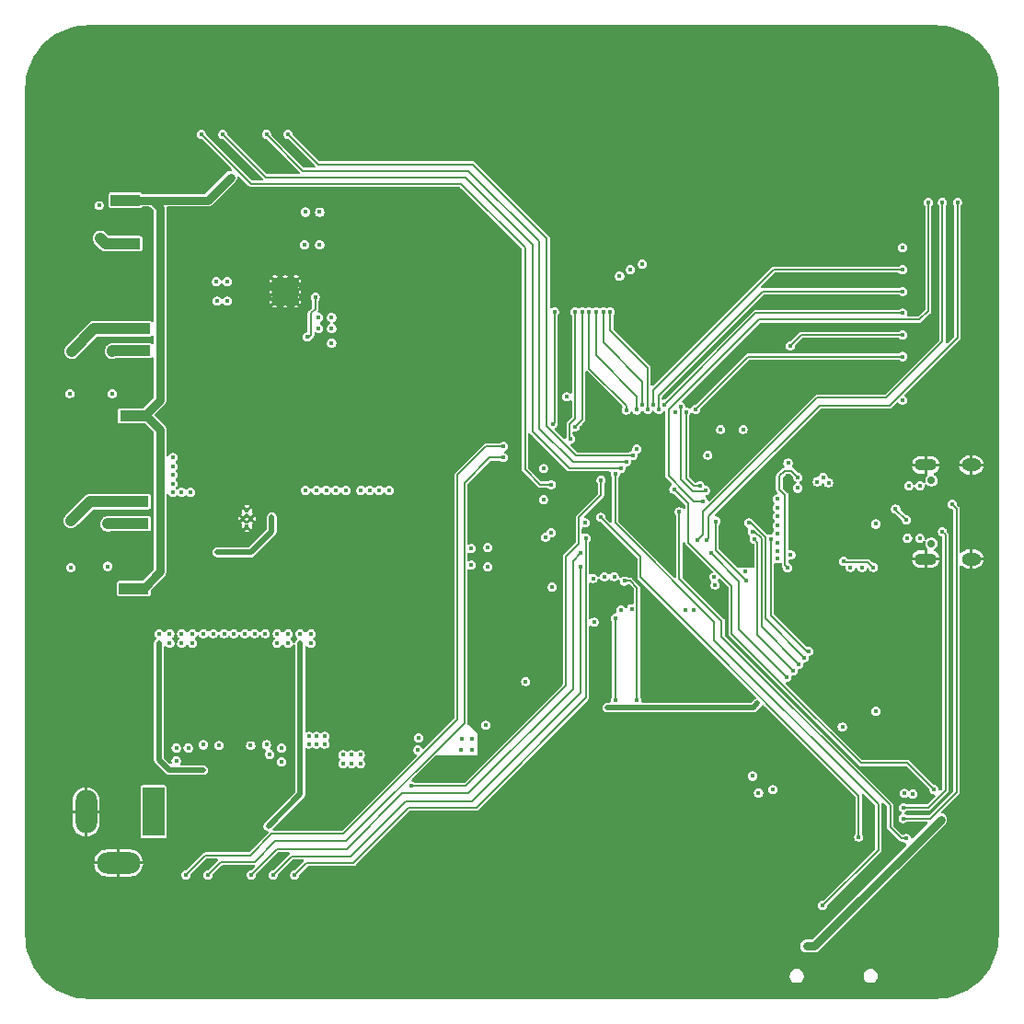
<source format=gbr>
%TF.GenerationSoftware,KiCad,Pcbnew,9.0.6*%
%TF.CreationDate,2026-01-14T23:48:26-05:00*%
%TF.ProjectId,DebuggingBoard,44656275-6767-4696-9e67-426f6172642e,rev?*%
%TF.SameCoordinates,Original*%
%TF.FileFunction,Copper,L6,Bot*%
%TF.FilePolarity,Positive*%
%FSLAX46Y46*%
G04 Gerber Fmt 4.6, Leading zero omitted, Abs format (unit mm)*
G04 Created by KiCad (PCBNEW 9.0.6) date 2026-01-14 23:48:26*
%MOMM*%
%LPD*%
G01*
G04 APERTURE LIST*
%TA.AperFunction,ComponentPad*%
%ADD10C,0.450000*%
%TD*%
%TA.AperFunction,ComponentPad*%
%ADD11C,0.800000*%
%TD*%
%TA.AperFunction,ComponentPad*%
%ADD12C,6.400000*%
%TD*%
%TA.AperFunction,ComponentPad*%
%ADD13R,2.000000X4.500000*%
%TD*%
%TA.AperFunction,ComponentPad*%
%ADD14O,2.000000X4.000000*%
%TD*%
%TA.AperFunction,ComponentPad*%
%ADD15O,4.000000X2.000000*%
%TD*%
%TA.AperFunction,ComponentPad*%
%ADD16C,0.700000*%
%TD*%
%TA.AperFunction,ComponentPad*%
%ADD17O,2.000000X1.100000*%
%TD*%
%TA.AperFunction,ComponentPad*%
%ADD18O,1.800000X1.200000*%
%TD*%
%TA.AperFunction,HeatsinkPad*%
%ADD19C,0.500000*%
%TD*%
%TA.AperFunction,HeatsinkPad*%
%ADD20R,2.450000X2.450000*%
%TD*%
%TA.AperFunction,SMDPad,CuDef*%
%ADD21R,2.700000X1.000000*%
%TD*%
%TA.AperFunction,SMDPad,CuDef*%
%ADD22R,3.800000X1.800000*%
%TD*%
%TA.AperFunction,SMDPad,CuDef*%
%ADD23R,3.800000X2.000000*%
%TD*%
%TA.AperFunction,ViaPad*%
%ADD24C,0.450000*%
%TD*%
%TA.AperFunction,Conductor*%
%ADD25C,0.150000*%
%TD*%
%TA.AperFunction,Conductor*%
%ADD26C,0.500000*%
%TD*%
%TA.AperFunction,Conductor*%
%ADD27C,0.200000*%
%TD*%
%TA.AperFunction,Conductor*%
%ADD28C,0.762000*%
%TD*%
%TA.AperFunction,Conductor*%
%ADD29C,1.000000*%
%TD*%
%TA.AperFunction,Conductor*%
%ADD30C,0.172212*%
%TD*%
%TA.AperFunction,Conductor*%
%ADD31C,0.156464*%
%TD*%
G04 APERTURE END LIST*
D10*
%TO.P,U7,11,EP*%
%TO.N,GND*%
X90250000Y-90600000D03*
X90600000Y-89850000D03*
X90600000Y-91350000D03*
X90950000Y-90600000D03*
%TD*%
D11*
%TO.P,H4,1,1*%
%TO.N,GND*%
X151600000Y-51000000D03*
X152302944Y-49302944D03*
X152302944Y-52697056D03*
X154000000Y-48600000D03*
D12*
X154000000Y-51000000D03*
D11*
X154000000Y-53400000D03*
X155697056Y-49302944D03*
X155697056Y-52697056D03*
X156400000Y-51000000D03*
%TD*%
D13*
%TO.P,J1,1*%
%TO.N,+12V*%
X82000000Y-117600000D03*
D14*
%TO.P,J1,2*%
%TO.N,GND*%
X75800000Y-117600000D03*
D15*
%TO.P,J1,3*%
X78800000Y-122300000D03*
%TD*%
D16*
%TO.P,USB1,*%
%TO.N,*%
X153600000Y-92890000D03*
X153600000Y-87110000D03*
D17*
%TO.P,USB1,13,SHELL*%
%TO.N,GND*%
X153070000Y-94320000D03*
D18*
X157280000Y-94320000D03*
D17*
%TO.P,USB1,14,SHELL*%
X153070000Y-85680000D03*
D18*
X157280000Y-85680000D03*
%TD*%
D11*
%TO.P,H3,1,1*%
%TO.N,GND*%
X151600000Y-129000000D03*
X152302944Y-127302944D03*
X152302944Y-130697056D03*
X154000000Y-126600000D03*
D12*
X154000000Y-129000000D03*
D11*
X154000000Y-131400000D03*
X155697056Y-127302944D03*
X155697056Y-130697056D03*
X156400000Y-129000000D03*
%TD*%
D19*
%TO.P,U5,25,EP*%
%TO.N,GND*%
X93155000Y-70695000D03*
X94130000Y-70695000D03*
X95105000Y-70695000D03*
X93155000Y-69720000D03*
X94130000Y-69720000D03*
D20*
X94130000Y-69720000D03*
D19*
X95105000Y-69720000D03*
X93155000Y-68745000D03*
X94130000Y-68745000D03*
X95105000Y-68745000D03*
%TD*%
D11*
%TO.P,H1,1,1*%
%TO.N,GND*%
X73600000Y-51000000D03*
X74302944Y-49302944D03*
X74302944Y-52697056D03*
X76000000Y-48600000D03*
D12*
X76000000Y-51000000D03*
D11*
X76000000Y-53400000D03*
X77697056Y-49302944D03*
X77697056Y-52697056D03*
X78400000Y-51000000D03*
%TD*%
%TO.P,H2,1,1*%
%TO.N,GND*%
X73600000Y-129000000D03*
X74302944Y-127302944D03*
X74302944Y-130697056D03*
X76000000Y-126600000D03*
D12*
X76000000Y-129000000D03*
D11*
X76000000Y-131400000D03*
X77697056Y-127302944D03*
X77697056Y-130697056D03*
X78400000Y-129000000D03*
%TD*%
D21*
%TO.P,U19,1,1*%
%TO.N,+3.3V*%
X79420599Y-61299974D03*
%TO.P,U19,2,2*%
%TO.N,GND*%
X79420599Y-63299974D03*
%TO.P,U19,3,3*%
%TO.N,+5V*%
X79420599Y-65299974D03*
D22*
%TO.P,U19,4,4*%
%TO.N,GND*%
X74970511Y-58949961D03*
%TO.P,U19,5,5*%
X74970511Y-67649987D03*
%TD*%
D21*
%TO.P,U16,1,1*%
%TO.N,+3.3V*%
X80299900Y-81150013D03*
%TO.P,U16,2,2*%
%TO.N,GND*%
X80299900Y-79150013D03*
%TO.P,U16,3,3*%
X80299900Y-77150013D03*
%TO.P,U16,4,4*%
%TO.N,/OP_AMP+*%
X80299900Y-75150013D03*
%TO.P,U16,5,5*%
%TO.N,/OP_AMP-*%
X80299900Y-73150013D03*
D23*
%TO.P,U16,6,6*%
%TO.N,GND*%
X74699950Y-83500026D03*
%TO.P,U16,7,7*%
X74699950Y-70800000D03*
%TD*%
D21*
%TO.P,U15,1,1*%
%TO.N,+3.3V*%
X80199975Y-97050013D03*
%TO.P,U15,2,2*%
%TO.N,GND*%
X80199975Y-95050013D03*
%TO.P,U15,3,3*%
X80199975Y-93050013D03*
%TO.P,U15,4,4*%
%TO.N,/OP_AMP+*%
X80199975Y-91050013D03*
%TO.P,U15,5,5*%
%TO.N,/OP_AMP-*%
X80199975Y-89050013D03*
D23*
%TO.P,U15,6,6*%
%TO.N,GND*%
X74600025Y-99400026D03*
%TO.P,U15,7,7*%
X74600025Y-86700000D03*
%TD*%
D24*
%TO.N,GND*%
X120200000Y-71100000D03*
X152900000Y-115700000D03*
X146400000Y-110900000D03*
X151500000Y-109400000D03*
X142300000Y-105100000D03*
X142500000Y-104000000D03*
X145600000Y-102800000D03*
X147700000Y-99700000D03*
X144400000Y-102200000D03*
X155300000Y-73700000D03*
%TO.N,/LED3*%
X132900000Y-92603753D03*
%TO.N,/GPIO*%
X118900000Y-71600000D03*
X118728054Y-81920946D03*
%TO.N,GND*%
X138700000Y-69000000D03*
%TO.N,/LED2*%
X153300000Y-61500000D03*
X132600000Y-89000000D03*
%TO.N,/DBUG_LED*%
X154600000Y-61500000D03*
%TO.N,+3.3V*%
X145396446Y-109803554D03*
%TO.N,GND*%
X124600000Y-71000000D03*
X126400000Y-66700000D03*
X125400000Y-67100000D03*
X109800000Y-120900000D03*
X121100000Y-120400000D03*
X126800000Y-115200000D03*
X125500000Y-112400000D03*
X119000000Y-119100000D03*
X104300000Y-123600000D03*
X108800000Y-119200000D03*
X149300000Y-117700000D03*
X147800000Y-117700000D03*
X128400000Y-76100000D03*
X131800000Y-79600000D03*
X111300000Y-112900000D03*
X107000000Y-113900000D03*
X116700000Y-83107106D03*
X119700000Y-82500000D03*
X99200000Y-118900000D03*
X94000000Y-118900000D03*
X132600000Y-107100000D03*
X126000000Y-94500000D03*
X129700000Y-95000000D03*
X136900000Y-107000000D03*
X127100000Y-106300000D03*
X123157168Y-89764275D03*
%TO.N,/USB_PD_PG*%
X140300000Y-105200000D03*
X133319176Y-93803754D03*
%TO.N,+3.3V*%
X150934805Y-79694920D03*
%TO.N,GND*%
X116830000Y-91240000D03*
X116830000Y-88300000D03*
%TO.N,Net-(U5-ENN)*%
X96900000Y-70200000D03*
X96140000Y-73900000D03*
%TO.N,VBUS*%
X151400000Y-92400000D03*
X151500000Y-87600000D03*
%TO.N,GND*%
X147200000Y-94080000D03*
X148250000Y-96110000D03*
X147200000Y-96060000D03*
X146150000Y-96060000D03*
X140740000Y-96770000D03*
X141340000Y-96170000D03*
X144200000Y-96170000D03*
X147200000Y-91780000D03*
%TO.N,Net-(C35-Pad1)*%
X141300000Y-86800000D03*
X140350000Y-95120000D03*
%TO.N,+3.3V*%
X141300000Y-87800000D03*
X148475000Y-91100000D03*
X120050000Y-79400000D03*
X117900000Y-86000000D03*
X136269100Y-82396247D03*
%TO.N,GND*%
X137100000Y-84300000D03*
%TO.N,+3.3V*%
X150934805Y-65694920D03*
%TO.N,+5V*%
X123800000Y-108000000D03*
X137600000Y-107600000D03*
%TO.N,+3.3V*%
X116250000Y-105600000D03*
%TO.N,GND*%
X104600000Y-110025000D03*
X102900000Y-115120000D03*
%TO.N,+3.3V*%
X112575000Y-109625000D03*
%TO.N,/POWER_IND*%
X123203753Y-87069015D03*
X105725000Y-115225000D03*
%TO.N,GND*%
X122400000Y-101750000D03*
X123275000Y-100800000D03*
X123025000Y-99150000D03*
%TO.N,/V_SELECT*%
X101050000Y-113150000D03*
X100250000Y-113150000D03*
X99450000Y-113150000D03*
X101050000Y-112350000D03*
X100250000Y-112350000D03*
X99450000Y-112350000D03*
%TO.N,+12V*%
X97000000Y-111350000D03*
X97000000Y-110650000D03*
X97750000Y-111350000D03*
X96300000Y-111350000D03*
X97750000Y-110650000D03*
X96300000Y-110650000D03*
%TO.N,VBUS*%
X106350000Y-111900000D03*
X106400000Y-110800000D03*
X110300000Y-111900000D03*
X110350000Y-110850000D03*
X111300000Y-111900000D03*
X111300000Y-110850000D03*
X137150000Y-114300000D03*
X137687500Y-115850000D03*
X138987500Y-115550000D03*
X151087500Y-115900000D03*
X151900000Y-115950000D03*
%TO.N,+3.3V*%
X142100000Y-129950000D03*
X154453598Y-118303510D03*
X148500000Y-108350000D03*
X146150000Y-95100000D03*
X147200000Y-95100000D03*
X140650000Y-93950000D03*
X133700000Y-96700000D03*
X122550000Y-100150000D03*
X117900000Y-88860000D03*
%TO.N,+3.3VA*%
X112787500Y-93270000D03*
X112787500Y-95050000D03*
X111250000Y-94900000D03*
X111250000Y-93370000D03*
X103700000Y-88000000D03*
X102800000Y-88000000D03*
X101900000Y-88000000D03*
X101100000Y-88000000D03*
%TO.N,+3.3V*%
X99700000Y-88000000D03*
X98800000Y-88000000D03*
X97900000Y-88000000D03*
X97000000Y-88000000D03*
X96000000Y-88000000D03*
%TO.N,+5V*%
X98400000Y-74450000D03*
X98400000Y-73100000D03*
X98400000Y-72100000D03*
X97200000Y-73100000D03*
X97200000Y-72100000D03*
%TO.N,/OP_AMP+*%
X88800000Y-70600000D03*
X87875000Y-70600000D03*
X87800000Y-68800000D03*
X88800000Y-68800000D03*
%TO.N,/OP_AMP-*%
X95900000Y-65400000D03*
X97300000Y-65400000D03*
X96000000Y-62400000D03*
X97300000Y-62400000D03*
%TO.N,+3.3V*%
X88500000Y-59800000D03*
X89100000Y-59200000D03*
%TO.N,+5V*%
X77000000Y-61800000D03*
X77100000Y-64800000D03*
%TO.N,/OP_AMP-*%
X74500000Y-75200000D03*
%TO.N,/OP_AMP+*%
X78200000Y-75200000D03*
%TO.N,/OP_AMP-*%
X74300000Y-79100000D03*
%TO.N,/OP_AMP+*%
X78200000Y-79100000D03*
%TO.N,/OP_AMP-*%
X74400000Y-90800000D03*
%TO.N,/OP_AMP+*%
X77800000Y-91100000D03*
%TO.N,/OP_AMP-*%
X74400000Y-95100000D03*
%TO.N,/OP_AMP+*%
X77800000Y-95000000D03*
%TO.N,GND*%
X112330000Y-89600000D03*
X116080000Y-87250000D03*
X112930000Y-92000000D03*
X140300000Y-100270000D03*
X112330000Y-88900000D03*
X143300000Y-100470000D03*
X112830000Y-87100000D03*
X114230000Y-87100000D03*
X112330000Y-88100000D03*
X141500000Y-100470000D03*
X119200000Y-101000000D03*
X116500000Y-100000000D03*
X115330000Y-92000000D03*
X144600000Y-98870000D03*
X140000000Y-98370000D03*
X117800000Y-101000000D03*
X119100000Y-104900000D03*
X114930000Y-87100000D03*
X144600000Y-98170000D03*
X115530000Y-87100000D03*
X118200000Y-99700000D03*
X112330000Y-91700000D03*
X113530000Y-87100000D03*
X140340000Y-86800000D03*
X112330000Y-91000000D03*
X140900000Y-100470000D03*
X144600000Y-96770000D03*
X143900000Y-100470000D03*
X112330000Y-87400000D03*
X140800000Y-89100000D03*
X116480000Y-87650000D03*
X113500000Y-100200000D03*
X114900000Y-100900000D03*
X114530000Y-92000000D03*
X143262500Y-91500000D03*
X144600000Y-97470000D03*
X142100000Y-100470000D03*
X117800000Y-103800000D03*
X140340000Y-87800000D03*
X112330000Y-90300000D03*
X116130000Y-92000000D03*
X140100000Y-97070000D03*
X140000000Y-99770000D03*
X144450000Y-100220000D03*
X142700000Y-100470000D03*
X140000000Y-99070000D03*
X140000000Y-97670000D03*
X144600000Y-99570000D03*
X113730000Y-92000000D03*
%TO.N,VBUS*%
X152520000Y-87600000D03*
X152520000Y-92400000D03*
%TO.N,/nRST*%
X146900000Y-119900000D03*
X123150000Y-90500000D03*
%TO.N,+5V*%
X85600000Y-101200000D03*
X83800000Y-87400000D03*
X93400000Y-101200000D03*
X94400000Y-102100000D03*
X91300000Y-101200000D03*
X88500000Y-101200000D03*
X87500000Y-101200000D03*
X83800000Y-88200000D03*
X89400000Y-101200000D03*
X83500000Y-102100000D03*
X84600000Y-101200000D03*
X95500000Y-102100000D03*
X96500000Y-102100000D03*
X94400000Y-101200000D03*
X83500000Y-101200000D03*
X85400000Y-88200000D03*
X85600000Y-102100000D03*
X86600000Y-113760000D03*
X96500000Y-101200000D03*
X92575000Y-118910000D03*
X92300000Y-101200000D03*
X82500000Y-101200000D03*
X83800000Y-85800000D03*
X86600000Y-101200000D03*
X90400000Y-101200000D03*
X84600000Y-88200000D03*
X93400000Y-102100000D03*
X83800000Y-85000000D03*
X83800000Y-86600000D03*
X95500000Y-101200000D03*
X84600000Y-102100000D03*
X82500000Y-102100000D03*
%TO.N,Net-(U7-SNS)*%
X87900000Y-93700000D03*
X92900000Y-90500000D03*
%TO.N,/DISP_CS*%
X150934805Y-71694920D03*
X129003813Y-80100000D03*
%TO.N,/V_SELECT*%
X86595000Y-111420000D03*
X84100000Y-112900000D03*
X90950000Y-111500000D03*
X92700000Y-112300000D03*
X93795000Y-111715000D03*
X84100000Y-111715000D03*
X92400000Y-111420000D03*
X85200000Y-111715000D03*
X88050000Y-111500000D03*
X93795000Y-112990000D03*
%TO.N,/SWCLK*%
X129900000Y-87900000D03*
X153850000Y-115550000D03*
%TO.N,/SWDIO*%
X151300000Y-120050038D03*
X130400000Y-90000000D03*
%TO.N,/DISP_MOSI*%
X150934805Y-75694920D03*
X131900000Y-80550000D03*
%TO.N,/DISP_RST*%
X150934805Y-67694920D03*
X128002813Y-80135876D03*
%TO.N,/DISP_DC*%
X150934805Y-69694920D03*
X128503813Y-80550000D03*
%TO.N,/DISP_SCK*%
X150934805Y-73694920D03*
X140600000Y-74700000D03*
%TO.N,/BOOT0*%
X143590000Y-126210000D03*
X124500000Y-86500000D03*
%TO.N,Net-(U4-RBIAS)*%
X145496138Y-94525000D03*
X148250000Y-95090000D03*
%TO.N,/ULPI_CK*%
X140400000Y-85500000D03*
X123500000Y-95951073D03*
%TO.N,/CC2*%
X155500000Y-89300000D03*
X151000000Y-118200000D03*
%TO.N,/CC1*%
X154600000Y-91800000D03*
X151000000Y-117200000D03*
%TO.N,/V_NEG_DAC*%
X114200000Y-85000000D03*
X87000000Y-123400000D03*
%TO.N,/ULPI_D4*%
X131704313Y-99004313D03*
X139400000Y-91250000D03*
%TO.N,/ULPI_D0*%
X118700000Y-96900000D03*
X139400000Y-94300000D03*
%TO.N,/PSSI_PDCK*%
X124400000Y-95951073D03*
X133025000Y-84775000D03*
%TO.N,/ULPI_DIR*%
X143623074Y-86810614D03*
X118600000Y-91898927D03*
%TO.N,/ULPI_D5*%
X136500000Y-95500000D03*
X139400000Y-90400000D03*
%TO.N,/ULPI_D2*%
X139400000Y-92800000D03*
X126007991Y-98894477D03*
%TO.N,/ULPI_STP*%
X121720882Y-91000000D03*
X143105902Y-87212122D03*
%TO.N,/ULPI_D7*%
X126500000Y-84200000D03*
X139400000Y-88800000D03*
%TO.N,/ULPI_D1*%
X139395687Y-93595687D03*
X125000000Y-99000000D03*
%TO.N,/PSSI_DE*%
X134200000Y-82400000D03*
X122466819Y-96116822D03*
%TO.N,/ULPI_NXT*%
X118093361Y-92306138D03*
X144124147Y-87300000D03*
%TO.N,/V_POS_DAC*%
X114220000Y-83980000D03*
X85000000Y-123400000D03*
%TO.N,/ULPI_D3*%
X139400000Y-92000000D03*
X131000000Y-99000000D03*
%TO.N,/ULPI_D6*%
X133600000Y-96000000D03*
X139400000Y-89600000D03*
%TO.N,/D-*%
X150300000Y-89727400D03*
X151300000Y-90749612D03*
%TO.N,/FGEN_SGAIN*%
X122100006Y-71600000D03*
X125507455Y-80604223D03*
%TO.N,/FGEN_SOFF*%
X121450003Y-71600000D03*
X120800000Y-82150000D03*
%TO.N,/FGEN_SAMP*%
X126500000Y-80600000D03*
X122750009Y-71600000D03*
%TO.N,/FGEN_SCLK*%
X123400012Y-71600000D03*
X127000000Y-80140379D03*
%TO.N,/FGEN_MOSI*%
X124050015Y-71600000D03*
X127502813Y-80552304D03*
%TO.N,/ADC2_INP8*%
X125350000Y-96350000D03*
X126500000Y-107300000D03*
%TO.N,/ADC1_INP4*%
X124501073Y-99750000D03*
X124500000Y-107300000D03*
%TO.N,/SPI2_CK*%
X136550000Y-96350000D03*
X133750000Y-90850000D03*
%TO.N,/V_NEG_I*%
X95000000Y-123400000D03*
X121800000Y-92400000D03*
%TO.N,/V_POS_I*%
X121300000Y-95000000D03*
X93000000Y-123400000D03*
%TO.N,/VPSU_CONN_IND*%
X91000000Y-123400000D03*
X121300000Y-93800000D03*
%TO.N,/FGEN_CONN_IND*%
X120400000Y-83300000D03*
X120800000Y-71600000D03*
%TO.N,/CAN_RX*%
X125900000Y-67700000D03*
X130503232Y-80300000D03*
X132800000Y-88003753D03*
%TO.N,/CAN_TX*%
X131003861Y-80803753D03*
X132293603Y-87596247D03*
X127000000Y-67200000D03*
%TO.N,/CAN_CONN_IND*%
X124900000Y-68300000D03*
X130003232Y-80803753D03*
%TO.N,/UART4_RX*%
X125500000Y-85400000D03*
X92400000Y-55238462D03*
%TO.N,/UART4_TX*%
X94400000Y-55238462D03*
X126100000Y-84800000D03*
%TO.N,/COMP_CONN_IND*%
X125000000Y-85992077D03*
X88400000Y-55238462D03*
%TO.N,/COMP_RST*%
X118587218Y-87470865D03*
X86400000Y-55238462D03*
%TO.N,/ENC_BUTTON*%
X142300000Y-102800000D03*
X138825339Y-92496247D03*
%TO.N,/ENC_A*%
X141400000Y-104000000D03*
X137104961Y-91805360D03*
%TO.N,/ENC_B*%
X136798200Y-91000000D03*
X141900000Y-103400000D03*
%TO.N,/BUTTON*%
X137301800Y-92500000D03*
X140900000Y-104600000D03*
%TO.N,/DBUG_LED*%
X132100000Y-92603753D03*
%TO.N,/LED3*%
X156000000Y-61500000D03*
%TD*%
D25*
%TO.N,/SWCLK*%
X140050000Y-106050000D02*
X135200000Y-101200000D01*
D26*
%TO.N,+5V*%
X137200000Y-108000000D02*
X123800000Y-108000000D01*
X137600000Y-107600000D02*
X137200000Y-108000000D01*
D25*
%TO.N,/DBUG_LED*%
X132600000Y-92103753D02*
X132100000Y-92603753D01*
X143100000Y-79500000D02*
X132600000Y-90000000D01*
X149400000Y-79500000D02*
X143100000Y-79500000D01*
X132600000Y-90000000D02*
X132600000Y-92103753D01*
X154600000Y-74300000D02*
X149400000Y-79500000D01*
X154600000Y-61500000D02*
X154600000Y-74300000D01*
%TO.N,/LED2*%
X131700000Y-89000000D02*
X132600000Y-89000000D01*
X131000000Y-88300000D02*
X131700000Y-89000000D01*
X137700000Y-72300000D02*
X129400000Y-80600000D01*
X152500000Y-72300000D02*
X137700000Y-72300000D01*
X129400000Y-80600000D02*
X129400000Y-86691479D01*
X153300000Y-71500000D02*
X152500000Y-72300000D01*
X129400000Y-86691479D02*
X131000000Y-88291479D01*
X153300000Y-61500000D02*
X153300000Y-71500000D01*
X131000000Y-88291479D02*
X131000000Y-88300000D01*
%TO.N,/LED3*%
X156000000Y-73921204D02*
X156000000Y-61500000D01*
X133100000Y-90400000D02*
X143300000Y-80200000D01*
X133100000Y-92403753D02*
X133100000Y-90400000D01*
X149721204Y-80200000D02*
X156000000Y-73921204D01*
X132900000Y-92603753D02*
X133100000Y-92403753D01*
X143300000Y-80200000D02*
X149721204Y-80200000D01*
%TO.N,/GPIO*%
X118900000Y-81749000D02*
X118728054Y-81920946D01*
X118900000Y-71600000D02*
X118900000Y-81749000D01*
%TO.N,/UART4_TX*%
X118200000Y-64800000D02*
X118200000Y-82100000D01*
X118200000Y-82100000D02*
X120900000Y-84800000D01*
X111400000Y-58000000D02*
X118200000Y-64800000D01*
X97161538Y-58000000D02*
X111400000Y-58000000D01*
X120900000Y-84800000D02*
X126100000Y-84800000D01*
%TO.N,/UART4_RX*%
X117500000Y-65100000D02*
X117500000Y-82300000D01*
X117500000Y-82300000D02*
X120600000Y-85400000D01*
X111000000Y-58600000D02*
X117500000Y-65100000D01*
X120600000Y-85400000D02*
X125500000Y-85400000D01*
X95761538Y-58600000D02*
X111000000Y-58600000D01*
%TO.N,/COMP_CONN_IND*%
X116900000Y-82600000D02*
X120292077Y-85992077D01*
X116900000Y-65400000D02*
X116900000Y-82600000D01*
X120292077Y-85992077D02*
X125000000Y-85992077D01*
X110700000Y-59200000D02*
X116900000Y-65400000D01*
X92361538Y-59200000D02*
X110700000Y-59200000D01*
%TO.N,/COMP_RST*%
X110300000Y-59800000D02*
X90961538Y-59800000D01*
X116200000Y-86100000D02*
X116200000Y-65700000D01*
X116200000Y-65700000D02*
X110300000Y-59800000D01*
X117570865Y-87470865D02*
X116200000Y-86100000D01*
X118587218Y-87470865D02*
X117570865Y-87470865D01*
D27*
%TO.N,Net-(U5-ENN)*%
X96300000Y-73900000D02*
X96140000Y-73900000D01*
X96500000Y-73700000D02*
X96300000Y-73900000D01*
X96900000Y-70200000D02*
X96900000Y-71300000D01*
X96500000Y-71700000D02*
X96500000Y-73700000D01*
X96900000Y-71300000D02*
X96500000Y-71700000D01*
D25*
%TO.N,/COMP_RST*%
X90961538Y-59800000D02*
X86400000Y-55238462D01*
%TO.N,/V_POS_DAC*%
X90900000Y-121600000D02*
X86800000Y-121600000D01*
X92900000Y-119600000D02*
X90900000Y-121600000D01*
X86800000Y-121600000D02*
X85000000Y-123400000D01*
X110000000Y-109100000D02*
X99500000Y-119600000D01*
X112620000Y-83980000D02*
X110000000Y-86600000D01*
X99500000Y-119600000D02*
X92900000Y-119600000D01*
X114220000Y-83980000D02*
X112620000Y-83980000D01*
X110000000Y-86600000D02*
X110000000Y-109100000D01*
%TO.N,/V_NEG_DAC*%
X88200000Y-122200000D02*
X87000000Y-123400000D01*
X93200000Y-120300000D02*
X91300000Y-122200000D01*
X91300000Y-122200000D02*
X88200000Y-122200000D01*
X110600000Y-87300000D02*
X110600000Y-109400000D01*
X99700000Y-120300000D02*
X93200000Y-120300000D01*
X112900000Y-85000000D02*
X110600000Y-87300000D01*
X114200000Y-85000000D02*
X112900000Y-85000000D01*
X110600000Y-109400000D02*
X99700000Y-120300000D01*
D28*
%TO.N,+3.3V*%
X142807108Y-129950000D02*
X154453598Y-118303510D01*
X142100000Y-129950000D02*
X142807108Y-129950000D01*
D25*
%TO.N,/CC1*%
X154900000Y-92100000D02*
X154600000Y-91800000D01*
X154900000Y-115600000D02*
X154900000Y-92100000D01*
X151000000Y-117200000D02*
X153300000Y-117200000D01*
X153300000Y-117200000D02*
X154900000Y-115600000D01*
%TO.N,/SWCLK*%
X131200000Y-89200000D02*
X129900000Y-87900000D01*
X131200000Y-92800000D02*
X131200000Y-89200000D01*
X135200000Y-96800000D02*
X131200000Y-92800000D01*
X151399950Y-113099950D02*
X147099950Y-113099950D01*
X153850000Y-115550000D02*
X151399950Y-113099950D01*
X135200000Y-101200000D02*
X135200000Y-96800000D01*
X147099950Y-113099950D02*
X140050000Y-106050000D01*
%TO.N,/CC2*%
X155900000Y-89700000D02*
X155500000Y-89300000D01*
X155900000Y-115800000D02*
X155900000Y-89700000D01*
X153500000Y-118200000D02*
X155900000Y-115800000D01*
X151000000Y-118200000D02*
X153500000Y-118200000D01*
%TO.N,/USB_PD_PG*%
X135900000Y-96384578D02*
X133319176Y-93803754D01*
X135900000Y-100800000D02*
X135900000Y-96384578D01*
X140300000Y-105200000D02*
X135900000Y-100800000D01*
%TO.N,/SWDIO*%
X130400000Y-96100000D02*
X130400000Y-90000000D01*
X134300000Y-100000000D02*
X130400000Y-96100000D01*
X134300000Y-101500000D02*
X134300000Y-100000000D01*
X149800000Y-119000000D02*
X149800000Y-117000000D01*
X151300000Y-120050038D02*
X150850038Y-120050038D01*
X150850038Y-120050038D02*
X149800000Y-119000000D01*
X149800000Y-117000000D02*
X134300000Y-101500000D01*
%TO.N,/BOOT0*%
X124500000Y-91000000D02*
X124500000Y-86500000D01*
X133600000Y-100100000D02*
X124500000Y-91000000D01*
X148701000Y-116901000D02*
X133600000Y-101800000D01*
X148701000Y-121099000D02*
X148701000Y-116901000D01*
X143590000Y-126210000D02*
X148701000Y-121099000D01*
X133600000Y-101800000D02*
X133600000Y-100100000D01*
%TO.N,/nRST*%
X126800000Y-96000000D02*
X126800000Y-94150000D01*
X126800000Y-94150000D02*
X123150000Y-90500000D01*
X146900000Y-116100000D02*
X126800000Y-96000000D01*
X146900000Y-119900000D02*
X146900000Y-116100000D01*
%TO.N,/DISP_SCK*%
X140600000Y-74700000D02*
X141605080Y-73694920D01*
X141605080Y-73694920D02*
X150934805Y-73694920D01*
%TO.N,Net-(U4-RBIAS)*%
X147760000Y-94600000D02*
X148250000Y-95090000D01*
X145571138Y-94600000D02*
X147760000Y-94600000D01*
X145496138Y-94525000D02*
X145571138Y-94600000D01*
D27*
%TO.N,Net-(C35-Pad1)*%
X140098061Y-86200000D02*
X140700000Y-86200000D01*
X139600000Y-86698061D02*
X140098061Y-86200000D01*
X139600000Y-87900000D02*
X139600000Y-86698061D01*
X140700000Y-86200000D02*
X141300000Y-86800000D01*
X140124000Y-88424000D02*
X139600000Y-87900000D01*
X140124000Y-94894000D02*
X140124000Y-88424000D01*
X140350000Y-95120000D02*
X140124000Y-94894000D01*
D25*
%TO.N,/POWER_IND*%
X121150000Y-90500000D02*
X123203753Y-88446247D01*
X119950000Y-94100000D02*
X121150000Y-92900000D01*
X119950000Y-106000000D02*
X119950000Y-94100000D01*
X121150000Y-92900000D02*
X121150000Y-90500000D01*
X110725000Y-115225000D02*
X119950000Y-106000000D01*
X123203753Y-88446247D02*
X123203753Y-87069015D01*
X105725000Y-115225000D02*
X110725000Y-115225000D01*
D28*
%TO.N,+3.3V*%
X87000026Y-61299974D02*
X79420599Y-61299974D01*
X89100000Y-59200000D02*
X87000026Y-61299974D01*
D25*
%TO.N,/UART4_RX*%
X92400000Y-55238462D02*
X95761538Y-58600000D01*
%TO.N,/UART4_TX*%
X94400000Y-55238462D02*
X97161538Y-58000000D01*
%TO.N,/COMP_CONN_IND*%
X88400000Y-55238462D02*
X92361538Y-59200000D01*
D28*
%TO.N,+3.3V*%
X81049975Y-97050013D02*
X80199975Y-97050013D01*
X82600000Y-95499988D02*
X81049975Y-97050013D01*
X81350013Y-81150013D02*
X82600000Y-82400000D01*
X80299900Y-81150013D02*
X81350013Y-81150013D01*
X82600000Y-82400000D02*
X82600000Y-95499988D01*
X82600000Y-79699913D02*
X81149900Y-81150013D01*
X81899974Y-61299974D02*
X82600000Y-62000000D01*
X82600000Y-62000000D02*
X82600000Y-79699913D01*
X81149900Y-81150013D02*
X80299900Y-81150013D01*
X79420599Y-61299974D02*
X81899974Y-61299974D01*
D29*
%TO.N,/OP_AMP+*%
X77800000Y-91100000D02*
X77800026Y-91100000D01*
X77850013Y-91050013D02*
X80199975Y-91050013D01*
X77800026Y-91100000D02*
X77850013Y-91050013D01*
%TO.N,/OP_AMP-*%
X74400000Y-90800000D02*
X76149987Y-89050013D01*
X76149987Y-89050013D02*
X80199975Y-89050013D01*
X76549987Y-73150013D02*
X80299900Y-73150013D01*
X74500000Y-75200000D02*
X76549987Y-73150013D01*
%TO.N,/OP_AMP+*%
X78200000Y-75200000D02*
X78249987Y-75150013D01*
X78249987Y-75150013D02*
X80299900Y-75150013D01*
%TO.N,+5V*%
X77599974Y-65299974D02*
X77100000Y-64800000D01*
X79420599Y-65299974D02*
X77599974Y-65299974D01*
D26*
X82500000Y-102100000D02*
X82500000Y-112800000D01*
X82500000Y-112800000D02*
X83460000Y-113760000D01*
X92575000Y-118910000D02*
X95500000Y-115985000D01*
X83460000Y-113760000D02*
X86600000Y-113760000D01*
X95500000Y-115985000D02*
X95500000Y-102100000D01*
%TO.N,Net-(U7-SNS)*%
X92900000Y-91800000D02*
X92900000Y-90500000D01*
X87900000Y-93700000D02*
X91000000Y-93700000D01*
X91000000Y-93700000D02*
X92900000Y-91800000D01*
D25*
%TO.N,/DISP_CS*%
X137405080Y-71694920D02*
X129003813Y-80096187D01*
X150934805Y-71694920D02*
X137405080Y-71694920D01*
X129003813Y-80096187D02*
X129003813Y-80100000D01*
%TO.N,/DISP_MOSI*%
X140313601Y-75694920D02*
X140307521Y-75701000D01*
X139886399Y-75694920D02*
X136755080Y-75694920D01*
X140307521Y-75701000D02*
X139892479Y-75701000D01*
X136755080Y-75694920D02*
X131900000Y-80550000D01*
X139892479Y-75701000D02*
X139886399Y-75694920D01*
X150934805Y-75694920D02*
X140313601Y-75694920D01*
%TO.N,/DISP_RST*%
X128002813Y-78747187D02*
X128002813Y-80135876D01*
X150934805Y-67694920D02*
X139055080Y-67694920D01*
X139055080Y-67694920D02*
X128002813Y-78747187D01*
%TO.N,/DISP_DC*%
X128503813Y-80343397D02*
X128500000Y-80347210D01*
X128503813Y-79296187D02*
X128503813Y-80343397D01*
X128500000Y-80347210D02*
X128500000Y-80546187D01*
X150934805Y-69694920D02*
X138105080Y-69694920D01*
X138105080Y-69694920D02*
X128503813Y-79296187D01*
X128500000Y-80546187D02*
X128503813Y-80550000D01*
D30*
%TO.N,/D-*%
X150300000Y-89749612D02*
X151300000Y-90749612D01*
X150300000Y-89727400D02*
X150300000Y-89749612D01*
D31*
%TO.N,/FGEN_SGAIN*%
X125503232Y-80200000D02*
X125503232Y-80600000D01*
X125503232Y-80600000D02*
X125507455Y-80604223D01*
X122100006Y-71600000D02*
X122100006Y-76796774D01*
X122100006Y-76796774D02*
X125503232Y-80200000D01*
%TO.N,/FGEN_SOFF*%
X121450003Y-81499997D02*
X120800000Y-82150000D01*
X121450003Y-71600000D02*
X121450003Y-81499997D01*
D25*
%TO.N,/FGEN_SAMP*%
X126500000Y-79350000D02*
X126500000Y-80600000D01*
X122750009Y-71600000D02*
X122750009Y-75600009D01*
X122750009Y-75600009D02*
X126500000Y-79350000D01*
%TO.N,/FGEN_SCLK*%
X123400012Y-74400012D02*
X127000000Y-78000000D01*
X127000000Y-78000000D02*
X127000000Y-80140379D01*
X123400012Y-71600000D02*
X123400012Y-74400012D01*
%TO.N,/FGEN_MOSI*%
X127502813Y-76752813D02*
X127502813Y-80552304D01*
X124050015Y-73300015D02*
X127502813Y-76752813D01*
X124050015Y-71600000D02*
X124050015Y-73300015D01*
%TO.N,/ADC2_INP8*%
X126508991Y-98686956D02*
X126500000Y-98677965D01*
X126500000Y-96950000D02*
X125900000Y-96350000D01*
X126500000Y-99110989D02*
X126508991Y-99101998D01*
X126500000Y-107300000D02*
X126500000Y-99110989D01*
X125900000Y-96350000D02*
X125350000Y-96350000D01*
X126500000Y-98677965D02*
X126500000Y-96950000D01*
X126508991Y-99101998D02*
X126508991Y-98686956D01*
%TO.N,/ADC1_INP4*%
X124501073Y-99750000D02*
X124500000Y-99751073D01*
X124500000Y-99751073D02*
X124500000Y-107300000D01*
%TO.N,/SPI2_CK*%
X133750000Y-93550000D02*
X136550000Y-96350000D01*
X133750000Y-90850000D02*
X133750000Y-93550000D01*
%TO.N,/V_NEG_I*%
X96100000Y-122300000D02*
X100400000Y-122300000D01*
X105500000Y-117200000D02*
X111700000Y-117200000D01*
X111700000Y-117200000D02*
X121800000Y-107100000D01*
X121800000Y-107100000D02*
X121800000Y-92400000D01*
X95000000Y-123400000D02*
X96100000Y-122300000D01*
X100400000Y-122300000D02*
X105500000Y-117200000D01*
%TO.N,/V_POS_I*%
X111300000Y-116600000D02*
X121300000Y-106600000D01*
X121300000Y-106600000D02*
X121300000Y-95000000D01*
X94700000Y-121700000D02*
X100100000Y-121700000D01*
X100100000Y-121700000D02*
X105200000Y-116600000D01*
X93000000Y-123400000D02*
X94700000Y-121700000D01*
X105200000Y-116600000D02*
X111300000Y-116600000D01*
%TO.N,/VPSU_CONN_IND*%
X120600000Y-94500000D02*
X121300000Y-93800000D01*
X91000000Y-123400000D02*
X93400000Y-121000000D01*
X104900000Y-115900000D02*
X111000000Y-115900000D01*
X99800000Y-121000000D02*
X104900000Y-115900000D01*
X93400000Y-121000000D02*
X99800000Y-121000000D01*
X111000000Y-115900000D02*
X120600000Y-106300000D01*
X120600000Y-106300000D02*
X120600000Y-94500000D01*
D31*
%TO.N,/FGEN_CONN_IND*%
X120300000Y-83200000D02*
X120400000Y-83300000D01*
X120295768Y-81941140D02*
X120295768Y-82358860D01*
X120800000Y-81436908D02*
X120295768Y-81941140D01*
X120300000Y-82363092D02*
X120300000Y-83200000D01*
X120295768Y-82358860D02*
X120300000Y-82363092D01*
X120800000Y-71600000D02*
X120800000Y-81436908D01*
D25*
%TO.N,/CAN_RX*%
X130503547Y-80300315D02*
X130503232Y-80300000D01*
X132706506Y-88097247D02*
X131597247Y-88097247D01*
X131597247Y-88097247D02*
X130500000Y-87000000D01*
X132800000Y-88003753D02*
X132706506Y-88097247D01*
X130503547Y-85696453D02*
X130503547Y-80300315D01*
X130500000Y-87000000D02*
X130500000Y-85700000D01*
X130500000Y-85700000D02*
X130503547Y-85696453D01*
%TO.N,/CAN_TX*%
X132289850Y-87600000D02*
X131700000Y-87600000D01*
X131003861Y-86903861D02*
X131003861Y-80803753D01*
X131700000Y-87600000D02*
X131003861Y-86903861D01*
X132293603Y-87596247D02*
X132289850Y-87600000D01*
%TO.N,/ENC_BUTTON*%
X138825339Y-99503860D02*
X142121479Y-102800000D01*
X142121479Y-102800000D02*
X142300000Y-102800000D01*
X138825339Y-92496247D02*
X138825339Y-99503860D01*
%TO.N,/ENC_A*%
X137315681Y-91805360D02*
X137951000Y-92440679D01*
X137951000Y-92440679D02*
X137951000Y-100551000D01*
X137951000Y-100551000D02*
X141400000Y-104000000D01*
X137104961Y-91805360D02*
X137315681Y-91805360D01*
%TO.N,/ENC_B*%
X137006710Y-91000000D02*
X138302000Y-92295290D01*
X138302000Y-92295290D02*
X138302000Y-99802000D01*
X138302000Y-99802000D02*
X141900000Y-103400000D01*
X136798200Y-91000000D02*
X137006710Y-91000000D01*
%TO.N,/BUTTON*%
X137301800Y-92500000D02*
X137600000Y-92798200D01*
X137600000Y-92798200D02*
X137600000Y-101300000D01*
X137600000Y-101300000D02*
X140900000Y-104600000D01*
%TD*%
%TA.AperFunction,Conductor*%
%TO.N,GND*%
G36*
X130883903Y-92779455D02*
G01*
X130921677Y-92838233D01*
X130922456Y-92841009D01*
X130930363Y-92870515D01*
X130940293Y-92907575D01*
X130976983Y-92971125D01*
X131035939Y-93030081D01*
X131035944Y-93030085D01*
X133429206Y-95423348D01*
X133462690Y-95484669D01*
X133457706Y-95554361D01*
X133415834Y-95610294D01*
X133403526Y-95618413D01*
X133336775Y-95656953D01*
X133336769Y-95656957D01*
X133256957Y-95736769D01*
X133256955Y-95736772D01*
X133200515Y-95834526D01*
X133184410Y-95894634D01*
X133171300Y-95943561D01*
X133171300Y-96056439D01*
X133180371Y-96090293D01*
X133200515Y-96165473D01*
X133209580Y-96181173D01*
X133256955Y-96263228D01*
X133256957Y-96263230D01*
X133316593Y-96322866D01*
X133350078Y-96384189D01*
X133345094Y-96453881D01*
X133336299Y-96472547D01*
X133300516Y-96534524D01*
X133300516Y-96534525D01*
X133300516Y-96534526D01*
X133300515Y-96534528D01*
X133271300Y-96643561D01*
X133271300Y-96756439D01*
X133285907Y-96810955D01*
X133300515Y-96865473D01*
X133328133Y-96913308D01*
X133356955Y-96963228D01*
X133436772Y-97043045D01*
X133534528Y-97099485D01*
X133643561Y-97128700D01*
X133643563Y-97128700D01*
X133756437Y-97128700D01*
X133756439Y-97128700D01*
X133865472Y-97099485D01*
X133963228Y-97043045D01*
X134043045Y-96963228D01*
X134099485Y-96865472D01*
X134128700Y-96756439D01*
X134128700Y-96643561D01*
X134099485Y-96534528D01*
X134043045Y-96436772D01*
X133983405Y-96377132D01*
X133970059Y-96352690D01*
X133953906Y-96330005D01*
X133953546Y-96322447D01*
X133949921Y-96315808D01*
X133951907Y-96288034D01*
X133950583Y-96260214D01*
X133954618Y-96250133D01*
X133954906Y-96246117D01*
X133963693Y-96227464D01*
X133981588Y-96196469D01*
X134032155Y-96148258D01*
X134100762Y-96135037D01*
X134165626Y-96161006D01*
X134176653Y-96170794D01*
X134884981Y-96879122D01*
X134918466Y-96940445D01*
X134921300Y-96966803D01*
X134921300Y-101236692D01*
X134929291Y-101266514D01*
X134940293Y-101307574D01*
X134976983Y-101371125D01*
X135035939Y-101430081D01*
X135035945Y-101430086D01*
X146872593Y-113266734D01*
X146872603Y-113266745D01*
X146876933Y-113271075D01*
X146876934Y-113271076D01*
X146928824Y-113322966D01*
X146992376Y-113359657D01*
X146992379Y-113359657D01*
X146992382Y-113359659D01*
X147039630Y-113372319D01*
X147063258Y-113378651D01*
X147144238Y-113378651D01*
X147144254Y-113378650D01*
X151233147Y-113378650D01*
X151300186Y-113398335D01*
X151320828Y-113414969D01*
X153384981Y-115479122D01*
X153418466Y-115540445D01*
X153421300Y-115566803D01*
X153421300Y-115606439D01*
X153421439Y-115606957D01*
X153450515Y-115715473D01*
X153470238Y-115749633D01*
X153506955Y-115813228D01*
X153586772Y-115893045D01*
X153684528Y-115949485D01*
X153793561Y-115978700D01*
X153793563Y-115978700D01*
X153827797Y-115978700D01*
X153894836Y-115998385D01*
X153940591Y-116051189D01*
X153950535Y-116120347D01*
X153921510Y-116183903D01*
X153915478Y-116190381D01*
X153220878Y-116884981D01*
X153159555Y-116918466D01*
X153133197Y-116921300D01*
X151378935Y-116921300D01*
X151311896Y-116901615D01*
X151291254Y-116884981D01*
X151263230Y-116856957D01*
X151263228Y-116856955D01*
X151214350Y-116828735D01*
X151165473Y-116800515D01*
X151109517Y-116785522D01*
X151056439Y-116771300D01*
X150943561Y-116771300D01*
X150834526Y-116800515D01*
X150736772Y-116856955D01*
X150736769Y-116856957D01*
X150656957Y-116936769D01*
X150656955Y-116936772D01*
X150600515Y-117034526D01*
X150571300Y-117143561D01*
X150571300Y-117256438D01*
X150600515Y-117365473D01*
X150603779Y-117371126D01*
X150656955Y-117463228D01*
X150736772Y-117543045D01*
X150759796Y-117556338D01*
X150822625Y-117592614D01*
X150870840Y-117643181D01*
X150884062Y-117711788D01*
X150858094Y-117776653D01*
X150822625Y-117807386D01*
X150736778Y-117856951D01*
X150736769Y-117856957D01*
X150656957Y-117936769D01*
X150656955Y-117936772D01*
X150600515Y-118034526D01*
X150571300Y-118143561D01*
X150571300Y-118256438D01*
X150600515Y-118365473D01*
X150609183Y-118380486D01*
X150656955Y-118463228D01*
X150736772Y-118543045D01*
X150834528Y-118599485D01*
X150943561Y-118628700D01*
X150943563Y-118628700D01*
X151056437Y-118628700D01*
X151056439Y-118628700D01*
X151165472Y-118599485D01*
X151263228Y-118543045D01*
X151291254Y-118515019D01*
X151352577Y-118481534D01*
X151378935Y-118478700D01*
X153152156Y-118478700D01*
X153219195Y-118498385D01*
X153264950Y-118551189D01*
X153274894Y-118620347D01*
X153245869Y-118683903D01*
X153239837Y-118690381D01*
X151924506Y-120005710D01*
X151863183Y-120039195D01*
X151793491Y-120034211D01*
X151737558Y-119992339D01*
X151717050Y-119950122D01*
X151711519Y-119929480D01*
X151699485Y-119884566D01*
X151643045Y-119786810D01*
X151563228Y-119706993D01*
X151503509Y-119672514D01*
X151465473Y-119650553D01*
X151410955Y-119635945D01*
X151356439Y-119621338D01*
X151243561Y-119621338D01*
X151134528Y-119650553D01*
X151134527Y-119650553D01*
X151134525Y-119650554D01*
X151134524Y-119650554D01*
X151033181Y-119709065D01*
X150965281Y-119725538D01*
X150899254Y-119702685D01*
X150883500Y-119689359D01*
X150115019Y-118920878D01*
X150081534Y-118859555D01*
X150078700Y-118833197D01*
X150078700Y-116963310D01*
X150078700Y-116963308D01*
X150059707Y-116892426D01*
X150023016Y-116828874D01*
X149971126Y-116776984D01*
X149971125Y-116776983D01*
X149037703Y-115843561D01*
X150658800Y-115843561D01*
X150658800Y-115956439D01*
X150664765Y-115978700D01*
X150688015Y-116065473D01*
X150707950Y-116100000D01*
X150744455Y-116163228D01*
X150824272Y-116243045D01*
X150886026Y-116278699D01*
X150910868Y-116293042D01*
X150922028Y-116299485D01*
X151031061Y-116328700D01*
X151031063Y-116328700D01*
X151143937Y-116328700D01*
X151143939Y-116328700D01*
X151252972Y-116299485D01*
X151350728Y-116243045D01*
X151381069Y-116212704D01*
X151442392Y-116179219D01*
X151512084Y-116184203D01*
X151556431Y-116212704D01*
X151556954Y-116213227D01*
X151556955Y-116213228D01*
X151636772Y-116293045D01*
X151734528Y-116349485D01*
X151843561Y-116378700D01*
X151843563Y-116378700D01*
X151956437Y-116378700D01*
X151956439Y-116378700D01*
X152065472Y-116349485D01*
X152163228Y-116293045D01*
X152243045Y-116213228D01*
X152299485Y-116115472D01*
X152328700Y-116006439D01*
X152328700Y-115893561D01*
X152299485Y-115784528D01*
X152243045Y-115686772D01*
X152163228Y-115606955D01*
X152095835Y-115568045D01*
X152065473Y-115550515D01*
X151980686Y-115527797D01*
X151956439Y-115521300D01*
X151843561Y-115521300D01*
X151734526Y-115550515D01*
X151636772Y-115606955D01*
X151636769Y-115606957D01*
X151606431Y-115637296D01*
X151545108Y-115670781D01*
X151475416Y-115665797D01*
X151431069Y-115637296D01*
X151350730Y-115556957D01*
X151350728Y-115556955D01*
X151299685Y-115527485D01*
X151252973Y-115500515D01*
X151173131Y-115479122D01*
X151143939Y-115471300D01*
X151031061Y-115471300D01*
X150922026Y-115500515D01*
X150824272Y-115556955D01*
X150824269Y-115556957D01*
X150744457Y-115636769D01*
X150744455Y-115636772D01*
X150688015Y-115734526D01*
X150666927Y-115813230D01*
X150658800Y-115843561D01*
X149037703Y-115843561D01*
X134615019Y-101420877D01*
X134581534Y-101359554D01*
X134578700Y-101333196D01*
X134578700Y-100046694D01*
X134578701Y-100046681D01*
X134578701Y-99963307D01*
X134578700Y-99963305D01*
X134559709Y-99892432D01*
X134559707Y-99892427D01*
X134559707Y-99892426D01*
X134539586Y-99857575D01*
X134523016Y-99828874D01*
X134471126Y-99776984D01*
X134471123Y-99776982D01*
X130715019Y-96020878D01*
X130681534Y-95959555D01*
X130678700Y-95933197D01*
X130678700Y-92873168D01*
X130698385Y-92806129D01*
X130751189Y-92760374D01*
X130820347Y-92750430D01*
X130883903Y-92779455D01*
G37*
%TD.AperFunction*%
%TA.AperFunction,Conductor*%
G36*
X121937138Y-77033064D02*
G01*
X121943616Y-77039096D01*
X125126816Y-80222296D01*
X125160301Y-80283619D01*
X125155317Y-80353311D01*
X125146522Y-80371975D01*
X125141439Y-80380782D01*
X125107970Y-80438749D01*
X125078755Y-80547784D01*
X125078755Y-80660661D01*
X125107970Y-80769696D01*
X125117350Y-80785942D01*
X125164410Y-80867451D01*
X125244227Y-80947268D01*
X125341983Y-81003708D01*
X125451016Y-81032923D01*
X125451018Y-81032923D01*
X125563892Y-81032923D01*
X125563894Y-81032923D01*
X125672927Y-81003708D01*
X125770683Y-80947268D01*
X125850500Y-80867451D01*
X125897560Y-80785940D01*
X125948126Y-80737727D01*
X126016733Y-80724503D01*
X126081598Y-80750471D01*
X126112332Y-80785940D01*
X126156955Y-80863228D01*
X126236772Y-80943045D01*
X126334528Y-80999485D01*
X126443561Y-81028700D01*
X126443563Y-81028700D01*
X126556437Y-81028700D01*
X126556439Y-81028700D01*
X126665472Y-80999485D01*
X126763228Y-80943045D01*
X126843045Y-80863228D01*
X126899485Y-80765472D01*
X126899486Y-80765468D01*
X126899910Y-80764445D01*
X126900502Y-80763709D01*
X126903549Y-80758433D01*
X126904370Y-80758907D01*
X126943743Y-80710035D01*
X127010034Y-80687962D01*
X127077736Y-80705232D01*
X127121864Y-80749881D01*
X127159768Y-80815532D01*
X127239585Y-80895349D01*
X127303937Y-80932503D01*
X127333348Y-80949484D01*
X127337341Y-80951789D01*
X127446374Y-80981004D01*
X127446376Y-80981004D01*
X127559250Y-80981004D01*
X127559252Y-80981004D01*
X127668285Y-80951789D01*
X127766041Y-80895349D01*
X127845858Y-80815532D01*
X127896591Y-80727659D01*
X127947159Y-80679445D01*
X128015766Y-80666223D01*
X128080630Y-80692191D01*
X128111364Y-80727659D01*
X128160768Y-80813228D01*
X128240585Y-80893045D01*
X128308928Y-80932503D01*
X128327181Y-80943042D01*
X128338341Y-80949485D01*
X128447374Y-80978700D01*
X128447376Y-80978700D01*
X128560250Y-80978700D01*
X128560252Y-80978700D01*
X128669285Y-80949485D01*
X128767041Y-80893045D01*
X128846858Y-80813228D01*
X128889913Y-80738654D01*
X128940480Y-80690439D01*
X129009087Y-80677217D01*
X129073952Y-80703185D01*
X129114480Y-80760099D01*
X129121300Y-80800655D01*
X129121300Y-86728171D01*
X129138522Y-86792443D01*
X129140293Y-86799053D01*
X129176983Y-86862604D01*
X129235939Y-86921560D01*
X129235945Y-86921565D01*
X129671210Y-87356830D01*
X129704695Y-87418153D01*
X129699711Y-87487845D01*
X129657839Y-87543778D01*
X129645535Y-87551895D01*
X129636775Y-87556952D01*
X129636769Y-87556957D01*
X129556957Y-87636769D01*
X129556955Y-87636772D01*
X129500515Y-87734526D01*
X129480153Y-87810522D01*
X129471300Y-87843561D01*
X129471300Y-87956439D01*
X129473721Y-87965473D01*
X129500515Y-88065473D01*
X129512643Y-88086478D01*
X129556955Y-88163228D01*
X129636772Y-88243045D01*
X129734528Y-88299485D01*
X129843561Y-88328700D01*
X129883197Y-88328700D01*
X129950236Y-88348385D01*
X129970878Y-88365019D01*
X130884981Y-89279122D01*
X130899684Y-89306049D01*
X130916277Y-89331868D01*
X130917168Y-89338068D01*
X130918466Y-89340445D01*
X130921300Y-89366803D01*
X130921300Y-89615665D01*
X130901615Y-89682704D01*
X130848811Y-89728459D01*
X130779653Y-89738403D01*
X130716097Y-89709378D01*
X130709619Y-89703346D01*
X130663230Y-89656957D01*
X130663228Y-89656955D01*
X130614350Y-89628735D01*
X130565473Y-89600515D01*
X130510955Y-89585907D01*
X130456439Y-89571300D01*
X130343561Y-89571300D01*
X130234526Y-89600515D01*
X130136772Y-89656955D01*
X130136769Y-89656957D01*
X130056957Y-89736769D01*
X130056955Y-89736772D01*
X130000515Y-89834526D01*
X129979671Y-89912319D01*
X129971300Y-89943561D01*
X129971300Y-90056439D01*
X129975052Y-90070442D01*
X130000515Y-90165473D01*
X130028735Y-90214350D01*
X130056955Y-90263228D01*
X130056957Y-90263230D01*
X130084981Y-90291254D01*
X130118466Y-90352577D01*
X130121300Y-90378935D01*
X130121300Y-95927796D01*
X130101615Y-95994835D01*
X130048811Y-96040590D01*
X129979653Y-96050534D01*
X129916097Y-96021509D01*
X129909619Y-96015477D01*
X124815019Y-90920877D01*
X124781534Y-90859554D01*
X124778700Y-90833196D01*
X124778700Y-86878935D01*
X124798385Y-86811896D01*
X124815019Y-86791254D01*
X124824568Y-86781705D01*
X124843045Y-86763228D01*
X124899485Y-86665472D01*
X124928700Y-86556439D01*
X124928700Y-86544777D01*
X124948385Y-86477738D01*
X125001189Y-86431983D01*
X125052700Y-86420777D01*
X125056437Y-86420777D01*
X125056439Y-86420777D01*
X125165472Y-86391562D01*
X125263228Y-86335122D01*
X125343045Y-86255305D01*
X125399485Y-86157549D01*
X125428700Y-86048516D01*
X125428700Y-85952700D01*
X125448385Y-85885661D01*
X125501189Y-85839906D01*
X125552700Y-85828700D01*
X125556437Y-85828700D01*
X125556439Y-85828700D01*
X125665472Y-85799485D01*
X125763228Y-85743045D01*
X125843045Y-85663228D01*
X125899485Y-85565472D01*
X125928700Y-85456439D01*
X125928700Y-85352700D01*
X125948385Y-85285661D01*
X126001189Y-85239906D01*
X126052700Y-85228700D01*
X126156437Y-85228700D01*
X126156439Y-85228700D01*
X126265472Y-85199485D01*
X126363228Y-85143045D01*
X126443045Y-85063228D01*
X126499485Y-84965472D01*
X126528700Y-84856439D01*
X126528700Y-84743561D01*
X126528700Y-84735434D01*
X126531135Y-84735434D01*
X126539987Y-84678594D01*
X126586357Y-84626329D01*
X126620073Y-84611649D01*
X126665472Y-84599485D01*
X126763228Y-84543045D01*
X126843045Y-84463228D01*
X126899485Y-84365472D01*
X126928700Y-84256439D01*
X126928700Y-84143561D01*
X126899485Y-84034528D01*
X126843045Y-83936772D01*
X126763228Y-83856955D01*
X126679954Y-83808876D01*
X126665473Y-83800515D01*
X126610955Y-83785907D01*
X126556439Y-83771300D01*
X126443561Y-83771300D01*
X126334526Y-83800515D01*
X126236772Y-83856955D01*
X126236769Y-83856957D01*
X126156957Y-83936769D01*
X126156955Y-83936772D01*
X126100515Y-84034526D01*
X126071300Y-84143561D01*
X126071300Y-84264566D01*
X126068869Y-84264566D01*
X126060001Y-84321429D01*
X126013620Y-84373684D01*
X125979922Y-84388351D01*
X125969537Y-84391134D01*
X125934526Y-84400515D01*
X125836772Y-84456955D01*
X125836769Y-84456957D01*
X125808746Y-84484981D01*
X125747423Y-84518466D01*
X125721065Y-84521300D01*
X121066803Y-84521300D01*
X120999764Y-84501615D01*
X120979122Y-84484981D01*
X120424074Y-83929933D01*
X120390589Y-83868610D01*
X120395573Y-83798918D01*
X120437445Y-83742985D01*
X120479659Y-83722478D01*
X120565472Y-83699485D01*
X120663228Y-83643045D01*
X120743045Y-83563228D01*
X120799485Y-83465472D01*
X120828700Y-83356439D01*
X120828700Y-83243561D01*
X120799485Y-83134528D01*
X120743045Y-83036772D01*
X120663228Y-82956955D01*
X120663225Y-82956953D01*
X120663221Y-82956950D01*
X120643931Y-82945813D01*
X120635648Y-82937126D01*
X120624729Y-82932140D01*
X120611982Y-82912306D01*
X120595716Y-82895246D01*
X120592500Y-82881990D01*
X120586955Y-82873362D01*
X120581932Y-82838427D01*
X120581932Y-82696991D01*
X120601617Y-82629952D01*
X120654421Y-82584197D01*
X120723579Y-82574253D01*
X120738024Y-82577216D01*
X120743561Y-82578700D01*
X120743563Y-82578700D01*
X120856437Y-82578700D01*
X120856439Y-82578700D01*
X120965472Y-82549485D01*
X121063228Y-82493045D01*
X121143045Y-82413228D01*
X121199485Y-82315472D01*
X121228700Y-82206439D01*
X121228700Y-82171374D01*
X121248385Y-82104335D01*
X121265019Y-82083693D01*
X121464794Y-81883918D01*
X121675605Y-81673107D01*
X121712722Y-81608819D01*
X121731935Y-81537114D01*
X121731935Y-81462880D01*
X121731935Y-77126777D01*
X121751620Y-77059738D01*
X121804424Y-77013983D01*
X121873582Y-77004039D01*
X121937138Y-77033064D01*
G37*
%TD.AperFunction*%
%TA.AperFunction,Conductor*%
G36*
X154002443Y-45200596D02*
G01*
X154450150Y-45218186D01*
X154459845Y-45218948D01*
X154902424Y-45271330D01*
X154912016Y-45272850D01*
X155349096Y-45359792D01*
X155358550Y-45362062D01*
X155787453Y-45483025D01*
X155796706Y-45486031D01*
X156214802Y-45640274D01*
X156223791Y-45643998D01*
X156628504Y-45830573D01*
X156637167Y-45834988D01*
X157025983Y-46052736D01*
X157034285Y-46057823D01*
X157404810Y-46305399D01*
X157412684Y-46311119D01*
X157762655Y-46587016D01*
X157770047Y-46593329D01*
X158097295Y-46895833D01*
X158104173Y-46902711D01*
X158406665Y-47229946D01*
X158412988Y-47237349D01*
X158688877Y-47587312D01*
X158694600Y-47595189D01*
X158942176Y-47965714D01*
X158947263Y-47974016D01*
X159165011Y-48362832D01*
X159169432Y-48371507D01*
X159356000Y-48776205D01*
X159359726Y-48785201D01*
X159513967Y-49203290D01*
X159516975Y-49212549D01*
X159637936Y-49641445D01*
X159640209Y-49650912D01*
X159727146Y-50087968D01*
X159728670Y-50097586D01*
X159781050Y-50540149D01*
X159781813Y-50549855D01*
X159799404Y-50997556D01*
X159799500Y-51002424D01*
X159799500Y-128997575D01*
X159799404Y-129002443D01*
X159781813Y-129450144D01*
X159781050Y-129459850D01*
X159728670Y-129902413D01*
X159727146Y-129912031D01*
X159640209Y-130349087D01*
X159637936Y-130358554D01*
X159516975Y-130787450D01*
X159513967Y-130796709D01*
X159359726Y-131214798D01*
X159356000Y-131223794D01*
X159169432Y-131628492D01*
X159165011Y-131637167D01*
X158947263Y-132025983D01*
X158942176Y-132034285D01*
X158694600Y-132404810D01*
X158688877Y-132412687D01*
X158412988Y-132762650D01*
X158406665Y-132770053D01*
X158104173Y-133097288D01*
X158097288Y-133104173D01*
X157770053Y-133406665D01*
X157762650Y-133412988D01*
X157412687Y-133688877D01*
X157404810Y-133694600D01*
X157034285Y-133942176D01*
X157025983Y-133947263D01*
X156637167Y-134165011D01*
X156628492Y-134169432D01*
X156223794Y-134356000D01*
X156214798Y-134359726D01*
X155796709Y-134513967D01*
X155787450Y-134516975D01*
X155358554Y-134637936D01*
X155349087Y-134640209D01*
X154912031Y-134727146D01*
X154902413Y-134728670D01*
X154459850Y-134781050D01*
X154450144Y-134781813D01*
X154002443Y-134799404D01*
X153997575Y-134799500D01*
X76002425Y-134799500D01*
X75997557Y-134799404D01*
X75549855Y-134781813D01*
X75540149Y-134781050D01*
X75097586Y-134728670D01*
X75087968Y-134727146D01*
X74650912Y-134640209D01*
X74641445Y-134637936D01*
X74212549Y-134516975D01*
X74203290Y-134513967D01*
X73785201Y-134359726D01*
X73776205Y-134356000D01*
X73371507Y-134169432D01*
X73362832Y-134165011D01*
X72974016Y-133947263D01*
X72965714Y-133942176D01*
X72595189Y-133694600D01*
X72587312Y-133688877D01*
X72237349Y-133412988D01*
X72229946Y-133406665D01*
X71914066Y-133114669D01*
X71902704Y-133104166D01*
X71895833Y-133097295D01*
X71593329Y-132770047D01*
X71588225Y-132764071D01*
X140549499Y-132764071D01*
X140574497Y-132889738D01*
X140574499Y-132889744D01*
X140623533Y-133008124D01*
X140623538Y-133008133D01*
X140694723Y-133114668D01*
X140694726Y-133114672D01*
X140785327Y-133205273D01*
X140785331Y-133205276D01*
X140891866Y-133276461D01*
X140891872Y-133276464D01*
X140891873Y-133276465D01*
X141010256Y-133325501D01*
X141010260Y-133325501D01*
X141010261Y-133325502D01*
X141135928Y-133350500D01*
X141135931Y-133350500D01*
X141264071Y-133350500D01*
X141348615Y-133333682D01*
X141389744Y-133325501D01*
X141508127Y-133276465D01*
X141614669Y-133205276D01*
X141705276Y-133114669D01*
X141776465Y-133008127D01*
X141825501Y-132889744D01*
X141850500Y-132764071D01*
X147349499Y-132764071D01*
X147374497Y-132889738D01*
X147374499Y-132889744D01*
X147423533Y-133008124D01*
X147423538Y-133008133D01*
X147494723Y-133114668D01*
X147494726Y-133114672D01*
X147585327Y-133205273D01*
X147585331Y-133205276D01*
X147691866Y-133276461D01*
X147691872Y-133276464D01*
X147691873Y-133276465D01*
X147810256Y-133325501D01*
X147810260Y-133325501D01*
X147810261Y-133325502D01*
X147935928Y-133350500D01*
X147935931Y-133350500D01*
X148064071Y-133350500D01*
X148148615Y-133333682D01*
X148189744Y-133325501D01*
X148308127Y-133276465D01*
X148414669Y-133205276D01*
X148505276Y-133114669D01*
X148576465Y-133008127D01*
X148625501Y-132889744D01*
X148650500Y-132764069D01*
X148650500Y-132635931D01*
X148650500Y-132635928D01*
X148625502Y-132510261D01*
X148625501Y-132510260D01*
X148625501Y-132510256D01*
X148587574Y-132418692D01*
X148576466Y-132391875D01*
X148576461Y-132391866D01*
X148505276Y-132285331D01*
X148505273Y-132285327D01*
X148414672Y-132194726D01*
X148414668Y-132194723D01*
X148308133Y-132123538D01*
X148308124Y-132123533D01*
X148189744Y-132074499D01*
X148189738Y-132074497D01*
X148064071Y-132049500D01*
X148064069Y-132049500D01*
X147935931Y-132049500D01*
X147935929Y-132049500D01*
X147810261Y-132074497D01*
X147810255Y-132074499D01*
X147691875Y-132123533D01*
X147691866Y-132123538D01*
X147585331Y-132194723D01*
X147585327Y-132194726D01*
X147494726Y-132285327D01*
X147494723Y-132285331D01*
X147423538Y-132391866D01*
X147423533Y-132391875D01*
X147374499Y-132510255D01*
X147374497Y-132510261D01*
X147349500Y-132635928D01*
X147349500Y-132635931D01*
X147349500Y-132764069D01*
X147349500Y-132764071D01*
X147349499Y-132764071D01*
X141850500Y-132764071D01*
X141850500Y-132764069D01*
X141850500Y-132635931D01*
X141850500Y-132635928D01*
X141825502Y-132510261D01*
X141825501Y-132510260D01*
X141825501Y-132510256D01*
X141787574Y-132418692D01*
X141776466Y-132391875D01*
X141776461Y-132391866D01*
X141705276Y-132285331D01*
X141705273Y-132285327D01*
X141614672Y-132194726D01*
X141614668Y-132194723D01*
X141508133Y-132123538D01*
X141508124Y-132123533D01*
X141389744Y-132074499D01*
X141389738Y-132074497D01*
X141264071Y-132049500D01*
X141264069Y-132049500D01*
X141135931Y-132049500D01*
X141135929Y-132049500D01*
X141010261Y-132074497D01*
X141010255Y-132074499D01*
X140891875Y-132123533D01*
X140891866Y-132123538D01*
X140785331Y-132194723D01*
X140785327Y-132194726D01*
X140694726Y-132285327D01*
X140694723Y-132285331D01*
X140623538Y-132391866D01*
X140623533Y-132391875D01*
X140574499Y-132510255D01*
X140574497Y-132510261D01*
X140549500Y-132635928D01*
X140549500Y-132635931D01*
X140549500Y-132764069D01*
X140549500Y-132764071D01*
X140549499Y-132764071D01*
X71588225Y-132764071D01*
X71587011Y-132762650D01*
X71311119Y-132412684D01*
X71305399Y-132404810D01*
X71057823Y-132034285D01*
X71052736Y-132025983D01*
X70834988Y-131637167D01*
X70830573Y-131628504D01*
X70643998Y-131223791D01*
X70640273Y-131214798D01*
X70486032Y-130796709D01*
X70483024Y-130787450D01*
X70431830Y-130605931D01*
X70362062Y-130358550D01*
X70359790Y-130349087D01*
X70272850Y-129912016D01*
X70271329Y-129902413D01*
X70250249Y-129724310D01*
X70218948Y-129459845D01*
X70218186Y-129450144D01*
X70209615Y-129232006D01*
X70200596Y-129002443D01*
X70200500Y-128997575D01*
X70200500Y-122173000D01*
X76550483Y-122173000D01*
X77316392Y-122173000D01*
X77300000Y-122234174D01*
X77300000Y-122365826D01*
X77316392Y-122427000D01*
X76550483Y-122427000D01*
X76576876Y-122593646D01*
X76637873Y-122781373D01*
X76727485Y-122957242D01*
X76843496Y-123116919D01*
X76843500Y-123116924D01*
X76983075Y-123256499D01*
X76983080Y-123256503D01*
X77142757Y-123372514D01*
X77318626Y-123462126D01*
X77506353Y-123523123D01*
X77701303Y-123554000D01*
X78673000Y-123554000D01*
X78673000Y-122800000D01*
X78927000Y-122800000D01*
X78927000Y-123554000D01*
X79898697Y-123554000D01*
X80093646Y-123523123D01*
X80281373Y-123462126D01*
X80457242Y-123372514D01*
X80616919Y-123256503D01*
X80616924Y-123256499D01*
X80756499Y-123116924D01*
X80756503Y-123116919D01*
X80872514Y-122957242D01*
X80962126Y-122781373D01*
X81023123Y-122593646D01*
X81049517Y-122427000D01*
X80283608Y-122427000D01*
X80300000Y-122365826D01*
X80300000Y-122234174D01*
X80283608Y-122173000D01*
X81049517Y-122173000D01*
X81023123Y-122006353D01*
X80962126Y-121818626D01*
X80872514Y-121642757D01*
X80756503Y-121483080D01*
X80756499Y-121483075D01*
X80616924Y-121343500D01*
X80616919Y-121343496D01*
X80457242Y-121227485D01*
X80281373Y-121137873D01*
X80093646Y-121076876D01*
X79898697Y-121046000D01*
X78927000Y-121046000D01*
X78927000Y-121800000D01*
X78673000Y-121800000D01*
X78673000Y-121046000D01*
X77701303Y-121046000D01*
X77506353Y-121076876D01*
X77318626Y-121137873D01*
X77142757Y-121227485D01*
X76983080Y-121343496D01*
X76983075Y-121343500D01*
X76843500Y-121483075D01*
X76843496Y-121483080D01*
X76727485Y-121642757D01*
X76637873Y-121818626D01*
X76576876Y-122006353D01*
X76550483Y-122173000D01*
X70200500Y-122173000D01*
X70200500Y-119870066D01*
X80796299Y-119870066D01*
X80808117Y-119929476D01*
X80808118Y-119929479D01*
X80808119Y-119929480D01*
X80853140Y-119996860D01*
X80889718Y-120021300D01*
X80920520Y-120041881D01*
X80920523Y-120041882D01*
X80979933Y-120053700D01*
X80979936Y-120053700D01*
X83020066Y-120053700D01*
X83079476Y-120041882D01*
X83079477Y-120041881D01*
X83079480Y-120041881D01*
X83146860Y-119996860D01*
X83191881Y-119929480D01*
X83191882Y-119929476D01*
X83203700Y-119870066D01*
X83203700Y-115329933D01*
X83191882Y-115270523D01*
X83191881Y-115270520D01*
X83146860Y-115203140D01*
X83079480Y-115158119D01*
X83079479Y-115158118D01*
X83079476Y-115158117D01*
X83020066Y-115146300D01*
X83020064Y-115146300D01*
X80979936Y-115146300D01*
X80979934Y-115146300D01*
X80920523Y-115158117D01*
X80920520Y-115158118D01*
X80853140Y-115203140D01*
X80808118Y-115270520D01*
X80808117Y-115270523D01*
X80796300Y-115329933D01*
X80796300Y-115329936D01*
X80796300Y-119870064D01*
X80796300Y-119870066D01*
X80796299Y-119870066D01*
X70200500Y-119870066D01*
X70200500Y-116501302D01*
X74546000Y-116501302D01*
X74546000Y-117473000D01*
X75300000Y-117473000D01*
X75300000Y-117727000D01*
X74546000Y-117727000D01*
X74546000Y-118698697D01*
X74576876Y-118893646D01*
X74637873Y-119081373D01*
X74727485Y-119257242D01*
X74843496Y-119416919D01*
X74843500Y-119416924D01*
X74983075Y-119556499D01*
X74983080Y-119556503D01*
X75142757Y-119672514D01*
X75318626Y-119762126D01*
X75506354Y-119823123D01*
X75672999Y-119849516D01*
X75673000Y-119849516D01*
X75673000Y-119083608D01*
X75734174Y-119100000D01*
X75865826Y-119100000D01*
X75927000Y-119083608D01*
X75927000Y-119849516D01*
X76093644Y-119823123D01*
X76093645Y-119823123D01*
X76281373Y-119762126D01*
X76457242Y-119672514D01*
X76616919Y-119556503D01*
X76616924Y-119556499D01*
X76756499Y-119416924D01*
X76756503Y-119416919D01*
X76872514Y-119257242D01*
X76962126Y-119081373D01*
X77023123Y-118893646D01*
X77054000Y-118698697D01*
X77054000Y-117727000D01*
X76300000Y-117727000D01*
X76300000Y-117473000D01*
X77054000Y-117473000D01*
X77054000Y-116501302D01*
X77023123Y-116306353D01*
X76962126Y-116118626D01*
X76872514Y-115942757D01*
X76756503Y-115783080D01*
X76756499Y-115783075D01*
X76616924Y-115643500D01*
X76616919Y-115643496D01*
X76457242Y-115527485D01*
X76281373Y-115437873D01*
X76093646Y-115376876D01*
X75927000Y-115350482D01*
X75927000Y-116116391D01*
X75865826Y-116100000D01*
X75734174Y-116100000D01*
X75673000Y-116116391D01*
X75673000Y-115350482D01*
X75506353Y-115376876D01*
X75318626Y-115437873D01*
X75142757Y-115527485D01*
X74983080Y-115643496D01*
X74983075Y-115643500D01*
X74843500Y-115783075D01*
X74843496Y-115783080D01*
X74727485Y-115942757D01*
X74637873Y-116118626D01*
X74576876Y-116306353D01*
X74546000Y-116501302D01*
X70200500Y-116501302D01*
X70200500Y-102040269D01*
X82046300Y-102040269D01*
X82046300Y-102040271D01*
X82046300Y-112859730D01*
X82072212Y-112956438D01*
X82077219Y-112975122D01*
X82077220Y-112975123D01*
X82082648Y-112984524D01*
X82082649Y-112984528D01*
X82082650Y-112984528D01*
X82136949Y-113078578D01*
X83181422Y-114123051D01*
X83244529Y-114159485D01*
X83284878Y-114182781D01*
X83400269Y-114213700D01*
X83400271Y-114213700D01*
X86659728Y-114213700D01*
X86659731Y-114213700D01*
X86775122Y-114182781D01*
X86878578Y-114123050D01*
X86963050Y-114038578D01*
X87022781Y-113935122D01*
X87053700Y-113819731D01*
X87053700Y-113700269D01*
X87022781Y-113584878D01*
X86963050Y-113481422D01*
X86878578Y-113396950D01*
X86775122Y-113337219D01*
X86659731Y-113306300D01*
X86659729Y-113306300D01*
X84575217Y-113306300D01*
X84508178Y-113286615D01*
X84462423Y-113233811D01*
X84452479Y-113164653D01*
X84467830Y-113120299D01*
X84483266Y-113093563D01*
X84499485Y-113065472D01*
X84528700Y-112956439D01*
X84528700Y-112933561D01*
X93366300Y-112933561D01*
X93366300Y-113046438D01*
X93395515Y-113155473D01*
X93406498Y-113174495D01*
X93451955Y-113253228D01*
X93531772Y-113333045D01*
X93629528Y-113389485D01*
X93738561Y-113418700D01*
X93738563Y-113418700D01*
X93851437Y-113418700D01*
X93851439Y-113418700D01*
X93960472Y-113389485D01*
X94058228Y-113333045D01*
X94138045Y-113253228D01*
X94194485Y-113155472D01*
X94223700Y-113046439D01*
X94223700Y-112933561D01*
X94194485Y-112824528D01*
X94192592Y-112821250D01*
X94171623Y-112784931D01*
X94138045Y-112726772D01*
X94058228Y-112646955D01*
X93997808Y-112612071D01*
X93960473Y-112590515D01*
X93905955Y-112575907D01*
X93851439Y-112561300D01*
X93738561Y-112561300D01*
X93629526Y-112590515D01*
X93531772Y-112646955D01*
X93531769Y-112646957D01*
X93451957Y-112726769D01*
X93451955Y-112726772D01*
X93395515Y-112824526D01*
X93366300Y-112933561D01*
X84528700Y-112933561D01*
X84528700Y-112843561D01*
X84499485Y-112734528D01*
X84443045Y-112636772D01*
X84363228Y-112556955D01*
X84291380Y-112515473D01*
X84265473Y-112500515D01*
X84210955Y-112485907D01*
X84156439Y-112471300D01*
X84043561Y-112471300D01*
X83934526Y-112500515D01*
X83836772Y-112556955D01*
X83836769Y-112556957D01*
X83756957Y-112636769D01*
X83756955Y-112636772D01*
X83700515Y-112734526D01*
X83672189Y-112840243D01*
X83671300Y-112843561D01*
X83671300Y-112956439D01*
X83688138Y-113019279D01*
X83686475Y-113089129D01*
X83647312Y-113146991D01*
X83583084Y-113174495D01*
X83514181Y-113162908D01*
X83480682Y-113139053D01*
X82990019Y-112648390D01*
X82956534Y-112587067D01*
X82953700Y-112560709D01*
X82953700Y-111658561D01*
X83671300Y-111658561D01*
X83671300Y-111771439D01*
X83684174Y-111819485D01*
X83700515Y-111880473D01*
X83711492Y-111899485D01*
X83756955Y-111978228D01*
X83836772Y-112058045D01*
X83934528Y-112114485D01*
X84043561Y-112143700D01*
X84043563Y-112143700D01*
X84156437Y-112143700D01*
X84156439Y-112143700D01*
X84265472Y-112114485D01*
X84363228Y-112058045D01*
X84443045Y-111978228D01*
X84499485Y-111880472D01*
X84528700Y-111771439D01*
X84528700Y-111658561D01*
X84771300Y-111658561D01*
X84771300Y-111771439D01*
X84784174Y-111819485D01*
X84800515Y-111880473D01*
X84811492Y-111899485D01*
X84856955Y-111978228D01*
X84936772Y-112058045D01*
X85034528Y-112114485D01*
X85143561Y-112143700D01*
X85143563Y-112143700D01*
X85256437Y-112143700D01*
X85256439Y-112143700D01*
X85365472Y-112114485D01*
X85463228Y-112058045D01*
X85543045Y-111978228D01*
X85599485Y-111880472D01*
X85628700Y-111771439D01*
X85628700Y-111658561D01*
X85599485Y-111549528D01*
X85543045Y-111451772D01*
X85463228Y-111371955D01*
X85448689Y-111363561D01*
X86166300Y-111363561D01*
X86166300Y-111476438D01*
X86195515Y-111585473D01*
X86211540Y-111613228D01*
X86251955Y-111683228D01*
X86331772Y-111763045D01*
X86429528Y-111819485D01*
X86538561Y-111848700D01*
X86538563Y-111848700D01*
X86651437Y-111848700D01*
X86651439Y-111848700D01*
X86760472Y-111819485D01*
X86858228Y-111763045D01*
X86938045Y-111683228D01*
X86994485Y-111585472D01*
X87023700Y-111476439D01*
X87023700Y-111443561D01*
X87621300Y-111443561D01*
X87621300Y-111556439D01*
X87635006Y-111607590D01*
X87650515Y-111665473D01*
X87666434Y-111693044D01*
X87706955Y-111763228D01*
X87786772Y-111843045D01*
X87884528Y-111899485D01*
X87993561Y-111928700D01*
X87993563Y-111928700D01*
X88106437Y-111928700D01*
X88106439Y-111928700D01*
X88215472Y-111899485D01*
X88313228Y-111843045D01*
X88393045Y-111763228D01*
X88449485Y-111665472D01*
X88478700Y-111556439D01*
X88478700Y-111443561D01*
X90521300Y-111443561D01*
X90521300Y-111556439D01*
X90535006Y-111607590D01*
X90550515Y-111665473D01*
X90566434Y-111693044D01*
X90606955Y-111763228D01*
X90686772Y-111843045D01*
X90784528Y-111899485D01*
X90893561Y-111928700D01*
X90893563Y-111928700D01*
X91006437Y-111928700D01*
X91006439Y-111928700D01*
X91115472Y-111899485D01*
X91213228Y-111843045D01*
X91293045Y-111763228D01*
X91349485Y-111665472D01*
X91378700Y-111556439D01*
X91378700Y-111443561D01*
X91368753Y-111406437D01*
X91363688Y-111387533D01*
X91363686Y-111387528D01*
X91357264Y-111363561D01*
X91971300Y-111363561D01*
X91971300Y-111476438D01*
X92000515Y-111585473D01*
X92016540Y-111613228D01*
X92056955Y-111683228D01*
X92136772Y-111763045D01*
X92234528Y-111819485D01*
X92295116Y-111835719D01*
X92354777Y-111872084D01*
X92385306Y-111934931D01*
X92377011Y-112004306D01*
X92361400Y-112030979D01*
X92356957Y-112036769D01*
X92300515Y-112134526D01*
X92271300Y-112243561D01*
X92271300Y-112356438D01*
X92300515Y-112465473D01*
X92320747Y-112500515D01*
X92356955Y-112563228D01*
X92436772Y-112643045D01*
X92534528Y-112699485D01*
X92643561Y-112728700D01*
X92643563Y-112728700D01*
X92756437Y-112728700D01*
X92756439Y-112728700D01*
X92865472Y-112699485D01*
X92963228Y-112643045D01*
X93043045Y-112563228D01*
X93099485Y-112465472D01*
X93128700Y-112356439D01*
X93128700Y-112243561D01*
X93099485Y-112134528D01*
X93043045Y-112036772D01*
X92963228Y-111956955D01*
X92911619Y-111927158D01*
X92865473Y-111900515D01*
X92804882Y-111884280D01*
X92782758Y-111870794D01*
X92758855Y-111860802D01*
X92753410Y-111852906D01*
X92745221Y-111847914D01*
X92733901Y-111824610D01*
X92719194Y-111803280D01*
X92718883Y-111793692D01*
X92714693Y-111785067D01*
X92717768Y-111759341D01*
X92716929Y-111733447D01*
X92722143Y-111722758D01*
X92722988Y-111715692D01*
X92730541Y-111700884D01*
X92738196Y-111688076D01*
X92743045Y-111683228D01*
X92757287Y-111658561D01*
X93366300Y-111658561D01*
X93366300Y-111771439D01*
X93379174Y-111819485D01*
X93395515Y-111880473D01*
X93406492Y-111899485D01*
X93451955Y-111978228D01*
X93531772Y-112058045D01*
X93629528Y-112114485D01*
X93738561Y-112143700D01*
X93738563Y-112143700D01*
X93851437Y-112143700D01*
X93851439Y-112143700D01*
X93960472Y-112114485D01*
X94058228Y-112058045D01*
X94138045Y-111978228D01*
X94194485Y-111880472D01*
X94223700Y-111771439D01*
X94223700Y-111658561D01*
X94194485Y-111549528D01*
X94138045Y-111451772D01*
X94058228Y-111371955D01*
X93993400Y-111334526D01*
X93960473Y-111315515D01*
X93878545Y-111293563D01*
X93851439Y-111286300D01*
X93738561Y-111286300D01*
X93629526Y-111315515D01*
X93531772Y-111371955D01*
X93531769Y-111371957D01*
X93451957Y-111451769D01*
X93451955Y-111451772D01*
X93395515Y-111549526D01*
X93379957Y-111607590D01*
X93366300Y-111658561D01*
X92757287Y-111658561D01*
X92799485Y-111585472D01*
X92828700Y-111476439D01*
X92828700Y-111363561D01*
X92799485Y-111254528D01*
X92743045Y-111156772D01*
X92663228Y-111076955D01*
X92614350Y-111048735D01*
X92565473Y-111020515D01*
X92462951Y-110993045D01*
X92456439Y-110991300D01*
X92343561Y-110991300D01*
X92234526Y-111020515D01*
X92136772Y-111076955D01*
X92136769Y-111076957D01*
X92056957Y-111156769D01*
X92056955Y-111156772D01*
X92000515Y-111254526D01*
X91971300Y-111363561D01*
X91357264Y-111363561D01*
X91349485Y-111334528D01*
X91293045Y-111236772D01*
X91213228Y-111156955D01*
X91164350Y-111128735D01*
X91115473Y-111100515D01*
X91060955Y-111085907D01*
X91006439Y-111071300D01*
X90893561Y-111071300D01*
X90784526Y-111100515D01*
X90686772Y-111156955D01*
X90686769Y-111156957D01*
X90606957Y-111236769D01*
X90606955Y-111236772D01*
X90550515Y-111334526D01*
X90531247Y-111406437D01*
X90521300Y-111443561D01*
X88478700Y-111443561D01*
X88449485Y-111334528D01*
X88393045Y-111236772D01*
X88313228Y-111156955D01*
X88264350Y-111128735D01*
X88215473Y-111100515D01*
X88160955Y-111085907D01*
X88106439Y-111071300D01*
X87993561Y-111071300D01*
X87884526Y-111100515D01*
X87786772Y-111156955D01*
X87786769Y-111156957D01*
X87706957Y-111236769D01*
X87706955Y-111236772D01*
X87650515Y-111334526D01*
X87631247Y-111406437D01*
X87621300Y-111443561D01*
X87023700Y-111443561D01*
X87023700Y-111363561D01*
X86994485Y-111254528D01*
X86938045Y-111156772D01*
X86858228Y-111076955D01*
X86809350Y-111048735D01*
X86760473Y-111020515D01*
X86657951Y-110993045D01*
X86651439Y-110991300D01*
X86538561Y-110991300D01*
X86429526Y-111020515D01*
X86331772Y-111076955D01*
X86331769Y-111076957D01*
X86251957Y-111156769D01*
X86251955Y-111156772D01*
X86195515Y-111254526D01*
X86166300Y-111363561D01*
X85448689Y-111363561D01*
X85398400Y-111334526D01*
X85365473Y-111315515D01*
X85283545Y-111293563D01*
X85256439Y-111286300D01*
X85143561Y-111286300D01*
X85034526Y-111315515D01*
X84936772Y-111371955D01*
X84936769Y-111371957D01*
X84856957Y-111451769D01*
X84856955Y-111451772D01*
X84800515Y-111549527D01*
X84800515Y-111549528D01*
X84771300Y-111658561D01*
X84528700Y-111658561D01*
X84499485Y-111549528D01*
X84443045Y-111451772D01*
X84363228Y-111371955D01*
X84298400Y-111334526D01*
X84265473Y-111315515D01*
X84183545Y-111293563D01*
X84156439Y-111286300D01*
X84043561Y-111286300D01*
X83934526Y-111315515D01*
X83836772Y-111371955D01*
X83836769Y-111371957D01*
X83756957Y-111451769D01*
X83756955Y-111451772D01*
X83700515Y-111549526D01*
X83684957Y-111607590D01*
X83671300Y-111658561D01*
X82953700Y-111658561D01*
X82953700Y-102459335D01*
X82973385Y-102392296D01*
X83026189Y-102346541D01*
X83095347Y-102336597D01*
X83158903Y-102365622D01*
X83165381Y-102371654D01*
X83236772Y-102443045D01*
X83334528Y-102499485D01*
X83443561Y-102528700D01*
X83443563Y-102528700D01*
X83556437Y-102528700D01*
X83556439Y-102528700D01*
X83665472Y-102499485D01*
X83763228Y-102443045D01*
X83843045Y-102363228D01*
X83899485Y-102265472D01*
X83928700Y-102156439D01*
X83928700Y-102043561D01*
X83899485Y-101934528D01*
X83843045Y-101836772D01*
X83763228Y-101756955D01*
X83763225Y-101756953D01*
X83756779Y-101752007D01*
X83757700Y-101750805D01*
X83715761Y-101706822D01*
X83702537Y-101638215D01*
X83728504Y-101573350D01*
X83757173Y-101548507D01*
X83756779Y-101547993D01*
X83763220Y-101543049D01*
X83763228Y-101543045D01*
X83843045Y-101463228D01*
X83899485Y-101365472D01*
X83928700Y-101256439D01*
X83928700Y-101143561D01*
X84171300Y-101143561D01*
X84171300Y-101256439D01*
X84187242Y-101315937D01*
X84200515Y-101365473D01*
X84211534Y-101384558D01*
X84256955Y-101463228D01*
X84336772Y-101543045D01*
X84336775Y-101543047D01*
X84343221Y-101547993D01*
X84342299Y-101549193D01*
X84384242Y-101593186D01*
X84397461Y-101661794D01*
X84371489Y-101726657D01*
X84342826Y-101751493D01*
X84343221Y-101752007D01*
X84336769Y-101756957D01*
X84256957Y-101836769D01*
X84256955Y-101836772D01*
X84200515Y-101934527D01*
X84184368Y-101994788D01*
X84171300Y-102043561D01*
X84171300Y-102156439D01*
X84181489Y-102194464D01*
X84200515Y-102265473D01*
X84228735Y-102314350D01*
X84256955Y-102363228D01*
X84336772Y-102443045D01*
X84434528Y-102499485D01*
X84543561Y-102528700D01*
X84543563Y-102528700D01*
X84656437Y-102528700D01*
X84656439Y-102528700D01*
X84765472Y-102499485D01*
X84863228Y-102443045D01*
X84943045Y-102363228D01*
X84992613Y-102277373D01*
X85043181Y-102229159D01*
X85111788Y-102215937D01*
X85176652Y-102241905D01*
X85207386Y-102277372D01*
X85256955Y-102363228D01*
X85336772Y-102443045D01*
X85434528Y-102499485D01*
X85543561Y-102528700D01*
X85543563Y-102528700D01*
X85656437Y-102528700D01*
X85656439Y-102528700D01*
X85765472Y-102499485D01*
X85863228Y-102443045D01*
X85943045Y-102363228D01*
X85999485Y-102265472D01*
X86028700Y-102156439D01*
X86028700Y-102043561D01*
X85999485Y-101934528D01*
X85943045Y-101836772D01*
X85863228Y-101756955D01*
X85863225Y-101756953D01*
X85856779Y-101752007D01*
X85857700Y-101750805D01*
X85815761Y-101706822D01*
X85802537Y-101638215D01*
X85828504Y-101573350D01*
X85857173Y-101548507D01*
X85856779Y-101547993D01*
X85863220Y-101543049D01*
X85863228Y-101543045D01*
X85943045Y-101463228D01*
X85992613Y-101377373D01*
X86043181Y-101329159D01*
X86111788Y-101315937D01*
X86176652Y-101341905D01*
X86207386Y-101377372D01*
X86256955Y-101463228D01*
X86336772Y-101543045D01*
X86434528Y-101599485D01*
X86543561Y-101628700D01*
X86543563Y-101628700D01*
X86656437Y-101628700D01*
X86656439Y-101628700D01*
X86765472Y-101599485D01*
X86863228Y-101543045D01*
X86943045Y-101463228D01*
X86943049Y-101463220D01*
X86947993Y-101456779D01*
X86949194Y-101457700D01*
X86993178Y-101415761D01*
X87061785Y-101402537D01*
X87126650Y-101428504D01*
X87151492Y-101457173D01*
X87152007Y-101456779D01*
X87156953Y-101463225D01*
X87156955Y-101463228D01*
X87236772Y-101543045D01*
X87334528Y-101599485D01*
X87443561Y-101628700D01*
X87443563Y-101628700D01*
X87556437Y-101628700D01*
X87556439Y-101628700D01*
X87665472Y-101599485D01*
X87763228Y-101543045D01*
X87843045Y-101463228D01*
X87892613Y-101377373D01*
X87943181Y-101329159D01*
X88011788Y-101315937D01*
X88076652Y-101341905D01*
X88107386Y-101377372D01*
X88156955Y-101463228D01*
X88236772Y-101543045D01*
X88334528Y-101599485D01*
X88443561Y-101628700D01*
X88443563Y-101628700D01*
X88556437Y-101628700D01*
X88556439Y-101628700D01*
X88665472Y-101599485D01*
X88763228Y-101543045D01*
X88843045Y-101463228D01*
X88843049Y-101463220D01*
X88847993Y-101456779D01*
X88849194Y-101457700D01*
X88893178Y-101415761D01*
X88961785Y-101402537D01*
X89026650Y-101428504D01*
X89051492Y-101457173D01*
X89052007Y-101456779D01*
X89056953Y-101463225D01*
X89056955Y-101463228D01*
X89136772Y-101543045D01*
X89234528Y-101599485D01*
X89343561Y-101628700D01*
X89343563Y-101628700D01*
X89456437Y-101628700D01*
X89456439Y-101628700D01*
X89565472Y-101599485D01*
X89663228Y-101543045D01*
X89743045Y-101463228D01*
X89792613Y-101377373D01*
X89843181Y-101329159D01*
X89911788Y-101315937D01*
X89976652Y-101341905D01*
X90007386Y-101377372D01*
X90056955Y-101463228D01*
X90136772Y-101543045D01*
X90234528Y-101599485D01*
X90343561Y-101628700D01*
X90343563Y-101628700D01*
X90456437Y-101628700D01*
X90456439Y-101628700D01*
X90565472Y-101599485D01*
X90663228Y-101543045D01*
X90743045Y-101463228D01*
X90743049Y-101463220D01*
X90747993Y-101456779D01*
X90749194Y-101457700D01*
X90793178Y-101415761D01*
X90861785Y-101402537D01*
X90926650Y-101428504D01*
X90951492Y-101457173D01*
X90952007Y-101456779D01*
X90956953Y-101463225D01*
X90956955Y-101463228D01*
X91036772Y-101543045D01*
X91134528Y-101599485D01*
X91243561Y-101628700D01*
X91243563Y-101628700D01*
X91356437Y-101628700D01*
X91356439Y-101628700D01*
X91465472Y-101599485D01*
X91563228Y-101543045D01*
X91643045Y-101463228D01*
X91692613Y-101377373D01*
X91743181Y-101329159D01*
X91811788Y-101315937D01*
X91876652Y-101341905D01*
X91907386Y-101377372D01*
X91956955Y-101463228D01*
X92036772Y-101543045D01*
X92134528Y-101599485D01*
X92243561Y-101628700D01*
X92243563Y-101628700D01*
X92356437Y-101628700D01*
X92356439Y-101628700D01*
X92465472Y-101599485D01*
X92563228Y-101543045D01*
X92643045Y-101463228D01*
X92699485Y-101365472D01*
X92728700Y-101256439D01*
X92728700Y-101143561D01*
X92699485Y-101034528D01*
X92643045Y-100936772D01*
X92563228Y-100856955D01*
X92514350Y-100828735D01*
X92465473Y-100800515D01*
X92410955Y-100785907D01*
X92356439Y-100771300D01*
X92243561Y-100771300D01*
X92134526Y-100800515D01*
X92036772Y-100856955D01*
X92036769Y-100856957D01*
X91956957Y-100936769D01*
X91956951Y-100936778D01*
X91907386Y-101022625D01*
X91856819Y-101070840D01*
X91788212Y-101084062D01*
X91723347Y-101058094D01*
X91692614Y-101022625D01*
X91643048Y-100936778D01*
X91643045Y-100936772D01*
X91563228Y-100856955D01*
X91514350Y-100828735D01*
X91465473Y-100800515D01*
X91410955Y-100785907D01*
X91356439Y-100771300D01*
X91243561Y-100771300D01*
X91134526Y-100800515D01*
X91036772Y-100856955D01*
X91036769Y-100856957D01*
X90956957Y-100936769D01*
X90952007Y-100943221D01*
X90950806Y-100942299D01*
X90906814Y-100984242D01*
X90838206Y-100997461D01*
X90773343Y-100971489D01*
X90748506Y-100942826D01*
X90747993Y-100943221D01*
X90743047Y-100936775D01*
X90743045Y-100936772D01*
X90663228Y-100856955D01*
X90614350Y-100828735D01*
X90565473Y-100800515D01*
X90510955Y-100785907D01*
X90456439Y-100771300D01*
X90343561Y-100771300D01*
X90234526Y-100800515D01*
X90136772Y-100856955D01*
X90136769Y-100856957D01*
X90056957Y-100936769D01*
X90056951Y-100936778D01*
X90007386Y-101022625D01*
X89956819Y-101070840D01*
X89888212Y-101084062D01*
X89823347Y-101058094D01*
X89792614Y-101022625D01*
X89743048Y-100936778D01*
X89743045Y-100936772D01*
X89663228Y-100856955D01*
X89614350Y-100828735D01*
X89565473Y-100800515D01*
X89510955Y-100785907D01*
X89456439Y-100771300D01*
X89343561Y-100771300D01*
X89234526Y-100800515D01*
X89136772Y-100856955D01*
X89136769Y-100856957D01*
X89056957Y-100936769D01*
X89052007Y-100943221D01*
X89050806Y-100942299D01*
X89006814Y-100984242D01*
X88938206Y-100997461D01*
X88873343Y-100971489D01*
X88848506Y-100942826D01*
X88847993Y-100943221D01*
X88843047Y-100936775D01*
X88843045Y-100936772D01*
X88763228Y-100856955D01*
X88714350Y-100828735D01*
X88665473Y-100800515D01*
X88610955Y-100785907D01*
X88556439Y-100771300D01*
X88443561Y-100771300D01*
X88334526Y-100800515D01*
X88236772Y-100856955D01*
X88236769Y-100856957D01*
X88156957Y-100936769D01*
X88156951Y-100936778D01*
X88107386Y-101022625D01*
X88056819Y-101070840D01*
X87988212Y-101084062D01*
X87923347Y-101058094D01*
X87892614Y-101022625D01*
X87843048Y-100936778D01*
X87843045Y-100936772D01*
X87763228Y-100856955D01*
X87714350Y-100828735D01*
X87665473Y-100800515D01*
X87610955Y-100785907D01*
X87556439Y-100771300D01*
X87443561Y-100771300D01*
X87334526Y-100800515D01*
X87236772Y-100856955D01*
X87236769Y-100856957D01*
X87156957Y-100936769D01*
X87152007Y-100943221D01*
X87150806Y-100942299D01*
X87106814Y-100984242D01*
X87038206Y-100997461D01*
X86973343Y-100971489D01*
X86948506Y-100942826D01*
X86947993Y-100943221D01*
X86943047Y-100936775D01*
X86943045Y-100936772D01*
X86863228Y-100856955D01*
X86814350Y-100828735D01*
X86765473Y-100800515D01*
X86710955Y-100785907D01*
X86656439Y-100771300D01*
X86543561Y-100771300D01*
X86434526Y-100800515D01*
X86336772Y-100856955D01*
X86336769Y-100856957D01*
X86256957Y-100936769D01*
X86256951Y-100936778D01*
X86207386Y-101022625D01*
X86156819Y-101070840D01*
X86088212Y-101084062D01*
X86023347Y-101058094D01*
X85992614Y-101022625D01*
X85943048Y-100936778D01*
X85943045Y-100936772D01*
X85863228Y-100856955D01*
X85814350Y-100828735D01*
X85765473Y-100800515D01*
X85710955Y-100785907D01*
X85656439Y-100771300D01*
X85543561Y-100771300D01*
X85434526Y-100800515D01*
X85336772Y-100856955D01*
X85336769Y-100856957D01*
X85256957Y-100936769D01*
X85256951Y-100936778D01*
X85207386Y-101022625D01*
X85156819Y-101070840D01*
X85088212Y-101084062D01*
X85023347Y-101058094D01*
X84992614Y-101022625D01*
X84943048Y-100936778D01*
X84943045Y-100936772D01*
X84863228Y-100856955D01*
X84814350Y-100828735D01*
X84765473Y-100800515D01*
X84710955Y-100785907D01*
X84656439Y-100771300D01*
X84543561Y-100771300D01*
X84434526Y-100800515D01*
X84336772Y-100856955D01*
X84336769Y-100856957D01*
X84256957Y-100936769D01*
X84256955Y-100936772D01*
X84200515Y-101034527D01*
X84187109Y-101084559D01*
X84171300Y-101143561D01*
X83928700Y-101143561D01*
X83899485Y-101034528D01*
X83843045Y-100936772D01*
X83763228Y-100856955D01*
X83714350Y-100828735D01*
X83665473Y-100800515D01*
X83610955Y-100785907D01*
X83556439Y-100771300D01*
X83443561Y-100771300D01*
X83334526Y-100800515D01*
X83236772Y-100856955D01*
X83236769Y-100856957D01*
X83156957Y-100936769D01*
X83156951Y-100936778D01*
X83107386Y-101022625D01*
X83056819Y-101070840D01*
X82988212Y-101084062D01*
X82923347Y-101058094D01*
X82892614Y-101022625D01*
X82843048Y-100936778D01*
X82843045Y-100936772D01*
X82763228Y-100856955D01*
X82714350Y-100828735D01*
X82665473Y-100800515D01*
X82610955Y-100785907D01*
X82556439Y-100771300D01*
X82443561Y-100771300D01*
X82334526Y-100800515D01*
X82236772Y-100856955D01*
X82236769Y-100856957D01*
X82156957Y-100936769D01*
X82156955Y-100936772D01*
X82100515Y-101034526D01*
X82071300Y-101143561D01*
X82071300Y-101256438D01*
X82100515Y-101365473D01*
X82111534Y-101384558D01*
X82156955Y-101463228D01*
X82156957Y-101463230D01*
X82239842Y-101546115D01*
X82273327Y-101607438D01*
X82268343Y-101677130D01*
X82227656Y-101732166D01*
X82221420Y-101736951D01*
X82136952Y-101821419D01*
X82136950Y-101821422D01*
X82079164Y-101921510D01*
X82077219Y-101924878D01*
X82046300Y-102040269D01*
X70200500Y-102040269D01*
X70200500Y-95043561D01*
X73971300Y-95043561D01*
X73971300Y-95156439D01*
X73978789Y-95184388D01*
X74000515Y-95265473D01*
X74028087Y-95313227D01*
X74056955Y-95363228D01*
X74136772Y-95443045D01*
X74234528Y-95499485D01*
X74343561Y-95528700D01*
X74343563Y-95528700D01*
X74456437Y-95528700D01*
X74456439Y-95528700D01*
X74565472Y-95499485D01*
X74663228Y-95443045D01*
X74743045Y-95363228D01*
X74799485Y-95265472D01*
X74828700Y-95156439D01*
X74828700Y-95043561D01*
X74801905Y-94943561D01*
X77371300Y-94943561D01*
X77371300Y-95056439D01*
X77381124Y-95093102D01*
X77400515Y-95165473D01*
X77408550Y-95179389D01*
X77456955Y-95263228D01*
X77536772Y-95343045D01*
X77606374Y-95383230D01*
X77623368Y-95393042D01*
X77634528Y-95399485D01*
X77743561Y-95428700D01*
X77743563Y-95428700D01*
X77856437Y-95428700D01*
X77856439Y-95428700D01*
X77965472Y-95399485D01*
X78063228Y-95343045D01*
X78143045Y-95263228D01*
X78199485Y-95165472D01*
X78228700Y-95056439D01*
X78228700Y-94943561D01*
X78199485Y-94834528D01*
X78198327Y-94832523D01*
X78191922Y-94821428D01*
X78143045Y-94736772D01*
X78063228Y-94656955D01*
X78007848Y-94624981D01*
X77965473Y-94600515D01*
X77910955Y-94585907D01*
X77856439Y-94571300D01*
X77743561Y-94571300D01*
X77634526Y-94600515D01*
X77536772Y-94656955D01*
X77536769Y-94656957D01*
X77456957Y-94736769D01*
X77456955Y-94736772D01*
X77400515Y-94834526D01*
X77382151Y-94903063D01*
X77371300Y-94943561D01*
X74801905Y-94943561D01*
X74799485Y-94934528D01*
X74743045Y-94836772D01*
X74663228Y-94756955D01*
X74590755Y-94715112D01*
X74565473Y-94700515D01*
X74508438Y-94685233D01*
X74456439Y-94671300D01*
X74343561Y-94671300D01*
X74234526Y-94700515D01*
X74136772Y-94756955D01*
X74136769Y-94756957D01*
X74056957Y-94836769D01*
X74056955Y-94836772D01*
X74000515Y-94934526D01*
X73976059Y-95025801D01*
X73971300Y-95043561D01*
X70200500Y-95043561D01*
X70200500Y-90869310D01*
X73696298Y-90869310D01*
X73723341Y-91005256D01*
X73723343Y-91005264D01*
X73776385Y-91133320D01*
X73776392Y-91133333D01*
X73853400Y-91248582D01*
X73853403Y-91248586D01*
X73951413Y-91346596D01*
X73951417Y-91346599D01*
X74066666Y-91423607D01*
X74066679Y-91423614D01*
X74194735Y-91476656D01*
X74194736Y-91476656D01*
X74194738Y-91476657D01*
X74194742Y-91476657D01*
X74194743Y-91476658D01*
X74330689Y-91503701D01*
X74330692Y-91503701D01*
X74469310Y-91503701D01*
X74560768Y-91485507D01*
X74605262Y-91476657D01*
X74705909Y-91434968D01*
X74733320Y-91423614D01*
X74733320Y-91423613D01*
X74733327Y-91423611D01*
X74848583Y-91346599D01*
X75051787Y-91143395D01*
X75164496Y-91030687D01*
X77096300Y-91030687D01*
X77096300Y-91169312D01*
X77123341Y-91305254D01*
X77123344Y-91305266D01*
X77176386Y-91433323D01*
X77253401Y-91548585D01*
X77351414Y-91646598D01*
X77466676Y-91723613D01*
X77594733Y-91776655D01*
X77594738Y-91776657D01*
X77730692Y-91803700D01*
X77730694Y-91803700D01*
X77730698Y-91803701D01*
X77730718Y-91803701D01*
X77869336Y-91803701D01*
X77960794Y-91785507D01*
X78005288Y-91776657D01*
X78015735Y-91772329D01*
X78037893Y-91763152D01*
X78085345Y-91753713D01*
X81570041Y-91753713D01*
X81629451Y-91741895D01*
X81629452Y-91741894D01*
X81629455Y-91741894D01*
X81696835Y-91696873D01*
X81741856Y-91629493D01*
X81747993Y-91598642D01*
X81753675Y-91570079D01*
X81753675Y-90529946D01*
X81741857Y-90470536D01*
X81741856Y-90470533D01*
X81737030Y-90463310D01*
X81696835Y-90403153D01*
X81637455Y-90363477D01*
X81629454Y-90358131D01*
X81629451Y-90358130D01*
X81570041Y-90346313D01*
X81570039Y-90346313D01*
X80269283Y-90346313D01*
X77919321Y-90346313D01*
X77780704Y-90346313D01*
X77780702Y-90346313D01*
X77694416Y-90363477D01*
X77694415Y-90363477D01*
X77644757Y-90373354D01*
X77644746Y-90373357D01*
X77516688Y-90426400D01*
X77401430Y-90503412D01*
X77401426Y-90503416D01*
X77355701Y-90549140D01*
X77355412Y-90549403D01*
X77253401Y-90651414D01*
X77176386Y-90766676D01*
X77123344Y-90894733D01*
X77123341Y-90894745D01*
X77096300Y-91030687D01*
X75164496Y-91030687D01*
X75258264Y-90936919D01*
X76405150Y-89790032D01*
X76466473Y-89756547D01*
X76492831Y-89753713D01*
X81570041Y-89753713D01*
X81629451Y-89741895D01*
X81629452Y-89741894D01*
X81629455Y-89741894D01*
X81696835Y-89696873D01*
X81741856Y-89629493D01*
X81744607Y-89615665D01*
X81753675Y-89570079D01*
X81753675Y-88529946D01*
X81741857Y-88470536D01*
X81741856Y-88470533D01*
X81735162Y-88460515D01*
X81696835Y-88403153D01*
X81640442Y-88365473D01*
X81629454Y-88358131D01*
X81629451Y-88358130D01*
X81570041Y-88346313D01*
X81570039Y-88346313D01*
X80269283Y-88346313D01*
X76219295Y-88346313D01*
X76080678Y-88346313D01*
X76080676Y-88346313D01*
X76021270Y-88358130D01*
X75984360Y-88365472D01*
X75956650Y-88370984D01*
X75944724Y-88373356D01*
X75944720Y-88373357D01*
X75816663Y-88426399D01*
X75701403Y-88503413D01*
X75674871Y-88529946D01*
X75603387Y-88601430D01*
X73853400Y-90351417D01*
X73776392Y-90466666D01*
X73776385Y-90466679D01*
X73723343Y-90594735D01*
X73723341Y-90594743D01*
X73696299Y-90730689D01*
X73696299Y-90730692D01*
X73696299Y-90869308D01*
X73696299Y-90869310D01*
X73696298Y-90869310D01*
X70200500Y-90869310D01*
X70200500Y-79043561D01*
X73871300Y-79043561D01*
X73871300Y-79156438D01*
X73900515Y-79265473D01*
X73917814Y-79295435D01*
X73956955Y-79363228D01*
X74036772Y-79443045D01*
X74118870Y-79490445D01*
X74125100Y-79494042D01*
X74134528Y-79499485D01*
X74243561Y-79528700D01*
X74243563Y-79528700D01*
X74356437Y-79528700D01*
X74356439Y-79528700D01*
X74465472Y-79499485D01*
X74563228Y-79443045D01*
X74643045Y-79363228D01*
X74699485Y-79265472D01*
X74728700Y-79156439D01*
X74728700Y-79043561D01*
X77771300Y-79043561D01*
X77771300Y-79156438D01*
X77800515Y-79265473D01*
X77817814Y-79295435D01*
X77856955Y-79363228D01*
X77936772Y-79443045D01*
X78018870Y-79490445D01*
X78025100Y-79494042D01*
X78034528Y-79499485D01*
X78143561Y-79528700D01*
X78143563Y-79528700D01*
X78256437Y-79528700D01*
X78256439Y-79528700D01*
X78365472Y-79499485D01*
X78463228Y-79443045D01*
X78543045Y-79363228D01*
X78599485Y-79265472D01*
X78628700Y-79156439D01*
X78628700Y-79043561D01*
X78599485Y-78934528D01*
X78543045Y-78836772D01*
X78463228Y-78756955D01*
X78414350Y-78728735D01*
X78365473Y-78700515D01*
X78310955Y-78685907D01*
X78256439Y-78671300D01*
X78143561Y-78671300D01*
X78034526Y-78700515D01*
X77936772Y-78756955D01*
X77936769Y-78756957D01*
X77856957Y-78836769D01*
X77856955Y-78836772D01*
X77800515Y-78934526D01*
X77771300Y-79043561D01*
X74728700Y-79043561D01*
X74699485Y-78934528D01*
X74643045Y-78836772D01*
X74563228Y-78756955D01*
X74514350Y-78728735D01*
X74465473Y-78700515D01*
X74410955Y-78685907D01*
X74356439Y-78671300D01*
X74243561Y-78671300D01*
X74134526Y-78700515D01*
X74036772Y-78756955D01*
X74036769Y-78756957D01*
X73956957Y-78836769D01*
X73956955Y-78836772D01*
X73900515Y-78934526D01*
X73871300Y-79043561D01*
X70200500Y-79043561D01*
X70200500Y-75269310D01*
X73796298Y-75269310D01*
X73823341Y-75405256D01*
X73823343Y-75405264D01*
X73876385Y-75533320D01*
X73876392Y-75533333D01*
X73953400Y-75648582D01*
X73953403Y-75648586D01*
X74051413Y-75746596D01*
X74051417Y-75746599D01*
X74166666Y-75823607D01*
X74166679Y-75823614D01*
X74294735Y-75876656D01*
X74294736Y-75876656D01*
X74294738Y-75876657D01*
X74294742Y-75876657D01*
X74294743Y-75876658D01*
X74430689Y-75903701D01*
X74430692Y-75903701D01*
X74569310Y-75903701D01*
X74660768Y-75885507D01*
X74705262Y-75876657D01*
X74833327Y-75823611D01*
X74948583Y-75746599D01*
X76805150Y-73890032D01*
X76866473Y-73856547D01*
X76892831Y-73853713D01*
X81669966Y-73853713D01*
X81729376Y-73841895D01*
X81729377Y-73841894D01*
X81729380Y-73841894D01*
X81796760Y-73796873D01*
X81796762Y-73796869D01*
X81803619Y-73790014D01*
X81864942Y-73756529D01*
X81934634Y-73761513D01*
X81990567Y-73803385D01*
X82014984Y-73868849D01*
X82015300Y-73877695D01*
X82015300Y-74422331D01*
X81995615Y-74489370D01*
X81942811Y-74535125D01*
X81873653Y-74545069D01*
X81810097Y-74516044D01*
X81803619Y-74510012D01*
X81796762Y-74503155D01*
X81796760Y-74503154D01*
X81796760Y-74503153D01*
X81740879Y-74465815D01*
X81729379Y-74458131D01*
X81729376Y-74458130D01*
X81669966Y-74446313D01*
X81669964Y-74446313D01*
X80369208Y-74446313D01*
X78319295Y-74446313D01*
X78180678Y-74446313D01*
X78180676Y-74446313D01*
X78097934Y-74462772D01*
X78055941Y-74471125D01*
X78052183Y-74471872D01*
X78044726Y-74473355D01*
X78044720Y-74473357D01*
X77916663Y-74526399D01*
X77801403Y-74603413D01*
X77776318Y-74628499D01*
X77703387Y-74701430D01*
X77703384Y-74701433D01*
X77703380Y-74701436D01*
X77653398Y-74751420D01*
X77576392Y-74866666D01*
X77576385Y-74866679D01*
X77523343Y-74994735D01*
X77523341Y-74994743D01*
X77496299Y-75130689D01*
X77496299Y-75130692D01*
X77496299Y-75269308D01*
X77496299Y-75269310D01*
X77496298Y-75269310D01*
X77523341Y-75405256D01*
X77523343Y-75405264D01*
X77576385Y-75533320D01*
X77576392Y-75533333D01*
X77653400Y-75648582D01*
X77653403Y-75648586D01*
X77751413Y-75746596D01*
X77751417Y-75746599D01*
X77866666Y-75823607D01*
X77866679Y-75823614D01*
X77994735Y-75876656D01*
X77994736Y-75876656D01*
X77994738Y-75876657D01*
X77994742Y-75876657D01*
X77994743Y-75876658D01*
X78130689Y-75903701D01*
X78130692Y-75903701D01*
X78269310Y-75903701D01*
X78360768Y-75885507D01*
X78405262Y-75876657D01*
X78415709Y-75872329D01*
X78437867Y-75863152D01*
X78485319Y-75853713D01*
X81669966Y-75853713D01*
X81729376Y-75841895D01*
X81729377Y-75841894D01*
X81729380Y-75841894D01*
X81796760Y-75796873D01*
X81796762Y-75796869D01*
X81803619Y-75790014D01*
X81864942Y-75756529D01*
X81934634Y-75761513D01*
X81990567Y-75803385D01*
X82014984Y-75868849D01*
X82015300Y-75877695D01*
X82015300Y-79406361D01*
X81995615Y-79473400D01*
X81978981Y-79494042D01*
X81063029Y-80409994D01*
X81001706Y-80443479D01*
X80975348Y-80446313D01*
X78929834Y-80446313D01*
X78870423Y-80458130D01*
X78870420Y-80458131D01*
X78803040Y-80503153D01*
X78758018Y-80570533D01*
X78758017Y-80570536D01*
X78746200Y-80629946D01*
X78746200Y-80629949D01*
X78746200Y-81670077D01*
X78746200Y-81670079D01*
X78746199Y-81670079D01*
X78758017Y-81729489D01*
X78758018Y-81729492D01*
X78758019Y-81729493D01*
X78803040Y-81796873D01*
X78870420Y-81841894D01*
X78870423Y-81841895D01*
X78929833Y-81853713D01*
X78929836Y-81853713D01*
X81175461Y-81853713D01*
X81242500Y-81873398D01*
X81263142Y-81890032D01*
X81978981Y-82605871D01*
X82012466Y-82667194D01*
X82015300Y-82693552D01*
X82015300Y-95206435D01*
X81995615Y-95273474D01*
X81978981Y-95294116D01*
X80963104Y-96309994D01*
X80901781Y-96343479D01*
X80875423Y-96346313D01*
X78829909Y-96346313D01*
X78770498Y-96358130D01*
X78770495Y-96358131D01*
X78703115Y-96403153D01*
X78658093Y-96470533D01*
X78658092Y-96470536D01*
X78646275Y-96529946D01*
X78646275Y-96529949D01*
X78646275Y-97570077D01*
X78646275Y-97570079D01*
X78646274Y-97570079D01*
X78658092Y-97629489D01*
X78658093Y-97629492D01*
X78658094Y-97629493D01*
X78703115Y-97696873D01*
X78770495Y-97741894D01*
X78770498Y-97741895D01*
X78829908Y-97753713D01*
X78829911Y-97753713D01*
X81570041Y-97753713D01*
X81629451Y-97741895D01*
X81629452Y-97741894D01*
X81629455Y-97741894D01*
X81696835Y-97696873D01*
X81741856Y-97629493D01*
X81753675Y-97570077D01*
X81753675Y-97224565D01*
X81773360Y-97157526D01*
X81789994Y-97136884D01*
X82410572Y-96516306D01*
X83067876Y-95859003D01*
X83117079Y-95773779D01*
X83123231Y-95763124D01*
X83127940Y-95754968D01*
X83144853Y-95725674D01*
X83184700Y-95576965D01*
X83184700Y-93640269D01*
X87446300Y-93640269D01*
X87446300Y-93759731D01*
X87477219Y-93875122D01*
X87536950Y-93978578D01*
X87621422Y-94063050D01*
X87724878Y-94122781D01*
X87840269Y-94153700D01*
X87840271Y-94153700D01*
X91059728Y-94153700D01*
X91059731Y-94153700D01*
X91175122Y-94122781D01*
X91220988Y-94096300D01*
X91278578Y-94063051D01*
X93263051Y-92078578D01*
X93294197Y-92024631D01*
X93308120Y-92000516D01*
X93312791Y-91992425D01*
X93322781Y-91975122D01*
X93353700Y-91859731D01*
X93353700Y-90440269D01*
X93322781Y-90324878D01*
X93263050Y-90221422D01*
X93178578Y-90136950D01*
X93075122Y-90077219D01*
X92959731Y-90046300D01*
X92840269Y-90046300D01*
X92724878Y-90077219D01*
X92724876Y-90077219D01*
X92724876Y-90077220D01*
X92621422Y-90136950D01*
X92621419Y-90136952D01*
X92536952Y-90221419D01*
X92536950Y-90221422D01*
X92477219Y-90324878D01*
X92446300Y-90440269D01*
X92446300Y-90440271D01*
X92446300Y-91560709D01*
X92426615Y-91627748D01*
X92409981Y-91648390D01*
X90848390Y-93209981D01*
X90787067Y-93243466D01*
X90760709Y-93246300D01*
X87840269Y-93246300D01*
X87724878Y-93277219D01*
X87724876Y-93277219D01*
X87724876Y-93277220D01*
X87621422Y-93336950D01*
X87621419Y-93336952D01*
X87536952Y-93421419D01*
X87536950Y-93421422D01*
X87478735Y-93522253D01*
X87477219Y-93524878D01*
X87446300Y-93640269D01*
X83184700Y-93640269D01*
X83184700Y-91766391D01*
X90363212Y-91766391D01*
X90363212Y-91766392D01*
X90415107Y-91796354D01*
X90415108Y-91796355D01*
X90536941Y-91829000D01*
X90663060Y-91829000D01*
X90663061Y-91828999D01*
X90784888Y-91796356D01*
X90784889Y-91796356D01*
X90836785Y-91766392D01*
X90836786Y-91766391D01*
X90599999Y-91529604D01*
X90363212Y-91766391D01*
X83184700Y-91766391D01*
X83184700Y-90983813D01*
X90045791Y-90983813D01*
X90124954Y-91090020D01*
X90135054Y-91117272D01*
X90147788Y-91143395D01*
X90147444Y-91150704D01*
X90149235Y-91155535D01*
X90146669Y-91167210D01*
X90145308Y-91196218D01*
X90121000Y-91286938D01*
X90121000Y-91413059D01*
X90153644Y-91534888D01*
X90183607Y-91586785D01*
X90183608Y-91586786D01*
X90422516Y-91347878D01*
X90430461Y-91343539D01*
X90435887Y-91336292D01*
X90450000Y-91331027D01*
X90450000Y-91379837D01*
X90472836Y-91434968D01*
X90515032Y-91477164D01*
X90570163Y-91500000D01*
X90629837Y-91500000D01*
X90684968Y-91477164D01*
X90727164Y-91434968D01*
X90750000Y-91379837D01*
X90750000Y-91330212D01*
X90777484Y-91347878D01*
X91016392Y-91586786D01*
X91016392Y-91586785D01*
X91046356Y-91534889D01*
X91046356Y-91534888D01*
X91078999Y-91413061D01*
X91079000Y-91413060D01*
X91079000Y-91286940D01*
X91054691Y-91196219D01*
X91056354Y-91126369D01*
X91095516Y-91068506D01*
X91128288Y-91051667D01*
X91127377Y-91049468D01*
X91134889Y-91046356D01*
X91186785Y-91016392D01*
X91186786Y-91016392D01*
X90950000Y-90779606D01*
X90687681Y-91041924D01*
X90626358Y-91075409D01*
X90556666Y-91070425D01*
X90512319Y-91041924D01*
X90250001Y-90779606D01*
X90045791Y-90983813D01*
X83184700Y-90983813D01*
X83184700Y-90536940D01*
X89771000Y-90536940D01*
X89771000Y-90663059D01*
X89803644Y-90784888D01*
X89833606Y-90836784D01*
X90070393Y-90599999D01*
X90040557Y-90570163D01*
X90100000Y-90570163D01*
X90100000Y-90629837D01*
X90122836Y-90684968D01*
X90165032Y-90727164D01*
X90220163Y-90750000D01*
X90279837Y-90750000D01*
X90334968Y-90727164D01*
X90377164Y-90684968D01*
X90400000Y-90629837D01*
X90400000Y-90600000D01*
X90429606Y-90600000D01*
X90600000Y-90770394D01*
X90770394Y-90600000D01*
X90740557Y-90570163D01*
X90800000Y-90570163D01*
X90800000Y-90629837D01*
X90822836Y-90684968D01*
X90865032Y-90727164D01*
X90920163Y-90750000D01*
X90979837Y-90750000D01*
X91034968Y-90727164D01*
X91077164Y-90684968D01*
X91100000Y-90629837D01*
X91100000Y-90600000D01*
X91129606Y-90600000D01*
X91366391Y-90836786D01*
X91366392Y-90836785D01*
X91396356Y-90784889D01*
X91396356Y-90784888D01*
X91428999Y-90663061D01*
X91429000Y-90663060D01*
X91429000Y-90536940D01*
X91396355Y-90415108D01*
X91396354Y-90415107D01*
X91366392Y-90363212D01*
X91129606Y-90600000D01*
X91100000Y-90600000D01*
X91100000Y-90570163D01*
X91077164Y-90515032D01*
X91034968Y-90472836D01*
X90979837Y-90450000D01*
X90920163Y-90450000D01*
X90865032Y-90472836D01*
X90822836Y-90515032D01*
X90800000Y-90570163D01*
X90740557Y-90570163D01*
X90600000Y-90429606D01*
X90429606Y-90600000D01*
X90400000Y-90600000D01*
X90400000Y-90570163D01*
X90377164Y-90515032D01*
X90334968Y-90472836D01*
X90279837Y-90450000D01*
X90220163Y-90450000D01*
X90165032Y-90472836D01*
X90122836Y-90515032D01*
X90100000Y-90570163D01*
X90040557Y-90570163D01*
X89833607Y-90363213D01*
X89803643Y-90415112D01*
X89771000Y-90536940D01*
X83184700Y-90536940D01*
X83184700Y-90216184D01*
X90045790Y-90216184D01*
X90250000Y-90420394D01*
X90512319Y-90158075D01*
X90573642Y-90124590D01*
X90643334Y-90129574D01*
X90687681Y-90158075D01*
X90949999Y-90420393D01*
X91186785Y-90183606D01*
X91134886Y-90153642D01*
X91127383Y-90150535D01*
X91128709Y-90147332D01*
X91082670Y-90119237D01*
X91052172Y-90056375D01*
X91054691Y-90003780D01*
X91079000Y-89913059D01*
X91079000Y-89786940D01*
X91046355Y-89665108D01*
X91046354Y-89665107D01*
X91016392Y-89613212D01*
X91016391Y-89613212D01*
X90777483Y-89852121D01*
X90769537Y-89856459D01*
X90764112Y-89863707D01*
X90750000Y-89868969D01*
X90750000Y-89820163D01*
X90727164Y-89765032D01*
X90684968Y-89722836D01*
X90629837Y-89700000D01*
X90570163Y-89700000D01*
X90515032Y-89722836D01*
X90472836Y-89765032D01*
X90450000Y-89820163D01*
X90450000Y-89869785D01*
X90422516Y-89852122D01*
X90183607Y-89613213D01*
X90153643Y-89665112D01*
X90121000Y-89786940D01*
X90121000Y-89913061D01*
X90145308Y-90003781D01*
X90143645Y-90073631D01*
X90124953Y-90109979D01*
X90045790Y-90216184D01*
X83184700Y-90216184D01*
X83184700Y-89433607D01*
X90363213Y-89433607D01*
X90599999Y-89670393D01*
X90836785Y-89433607D01*
X90784888Y-89403644D01*
X90663059Y-89371000D01*
X90536941Y-89371000D01*
X90415112Y-89403643D01*
X90363213Y-89433607D01*
X83184700Y-89433607D01*
X83184700Y-88454443D01*
X83204385Y-88387404D01*
X83257189Y-88341649D01*
X83326347Y-88331705D01*
X83389903Y-88360730D01*
X83416086Y-88392442D01*
X83456955Y-88463228D01*
X83536772Y-88543045D01*
X83634528Y-88599485D01*
X83743561Y-88628700D01*
X83743563Y-88628700D01*
X83856437Y-88628700D01*
X83856439Y-88628700D01*
X83965472Y-88599485D01*
X84063228Y-88543045D01*
X84112319Y-88493954D01*
X84173642Y-88460469D01*
X84243334Y-88465453D01*
X84287681Y-88493954D01*
X84336772Y-88543045D01*
X84434528Y-88599485D01*
X84543561Y-88628700D01*
X84543563Y-88628700D01*
X84656437Y-88628700D01*
X84656439Y-88628700D01*
X84765472Y-88599485D01*
X84863228Y-88543045D01*
X84912319Y-88493954D01*
X84973642Y-88460469D01*
X85043334Y-88465453D01*
X85087681Y-88493954D01*
X85136772Y-88543045D01*
X85234528Y-88599485D01*
X85343561Y-88628700D01*
X85343563Y-88628700D01*
X85456437Y-88628700D01*
X85456439Y-88628700D01*
X85565472Y-88599485D01*
X85663228Y-88543045D01*
X85743045Y-88463228D01*
X85799485Y-88365472D01*
X85828700Y-88256439D01*
X85828700Y-88143561D01*
X85799485Y-88034528D01*
X85746965Y-87943561D01*
X95571300Y-87943561D01*
X95571300Y-88056439D01*
X95574521Y-88068461D01*
X95600515Y-88165473D01*
X95621915Y-88202537D01*
X95656955Y-88263228D01*
X95736772Y-88343045D01*
X95834528Y-88399485D01*
X95943561Y-88428700D01*
X95943563Y-88428700D01*
X96056437Y-88428700D01*
X96056439Y-88428700D01*
X96165472Y-88399485D01*
X96263228Y-88343045D01*
X96343045Y-88263228D01*
X96392613Y-88177373D01*
X96443181Y-88129159D01*
X96511788Y-88115937D01*
X96576652Y-88141905D01*
X96607386Y-88177372D01*
X96656955Y-88263228D01*
X96736772Y-88343045D01*
X96834528Y-88399485D01*
X96943561Y-88428700D01*
X96943563Y-88428700D01*
X97056437Y-88428700D01*
X97056439Y-88428700D01*
X97165472Y-88399485D01*
X97263228Y-88343045D01*
X97343045Y-88263228D01*
X97343049Y-88263220D01*
X97347993Y-88256779D01*
X97349194Y-88257700D01*
X97393178Y-88215761D01*
X97461785Y-88202537D01*
X97526650Y-88228504D01*
X97551492Y-88257173D01*
X97552007Y-88256779D01*
X97556953Y-88263225D01*
X97556955Y-88263228D01*
X97636772Y-88343045D01*
X97734528Y-88399485D01*
X97843561Y-88428700D01*
X97843563Y-88428700D01*
X97956437Y-88428700D01*
X97956439Y-88428700D01*
X98065472Y-88399485D01*
X98163228Y-88343045D01*
X98243045Y-88263228D01*
X98243049Y-88263220D01*
X98247993Y-88256779D01*
X98249194Y-88257700D01*
X98293178Y-88215761D01*
X98361785Y-88202537D01*
X98426650Y-88228504D01*
X98451492Y-88257173D01*
X98452007Y-88256779D01*
X98456953Y-88263225D01*
X98456955Y-88263228D01*
X98536772Y-88343045D01*
X98634528Y-88399485D01*
X98743561Y-88428700D01*
X98743563Y-88428700D01*
X98856437Y-88428700D01*
X98856439Y-88428700D01*
X98965472Y-88399485D01*
X99063228Y-88343045D01*
X99143045Y-88263228D01*
X99143049Y-88263220D01*
X99147993Y-88256779D01*
X99149194Y-88257700D01*
X99193178Y-88215761D01*
X99261785Y-88202537D01*
X99326650Y-88228504D01*
X99351492Y-88257173D01*
X99352007Y-88256779D01*
X99356953Y-88263225D01*
X99356955Y-88263228D01*
X99436772Y-88343045D01*
X99534528Y-88399485D01*
X99643561Y-88428700D01*
X99643563Y-88428700D01*
X99756437Y-88428700D01*
X99756439Y-88428700D01*
X99865472Y-88399485D01*
X99963228Y-88343045D01*
X100043045Y-88263228D01*
X100099485Y-88165472D01*
X100128700Y-88056439D01*
X100128700Y-87943561D01*
X100671300Y-87943561D01*
X100671300Y-88056439D01*
X100674521Y-88068461D01*
X100700515Y-88165473D01*
X100721915Y-88202537D01*
X100756955Y-88263228D01*
X100836772Y-88343045D01*
X100934528Y-88399485D01*
X101043561Y-88428700D01*
X101043563Y-88428700D01*
X101156437Y-88428700D01*
X101156439Y-88428700D01*
X101265472Y-88399485D01*
X101363228Y-88343045D01*
X101412319Y-88293954D01*
X101473642Y-88260469D01*
X101543334Y-88265453D01*
X101587681Y-88293954D01*
X101636772Y-88343045D01*
X101734528Y-88399485D01*
X101843561Y-88428700D01*
X101843563Y-88428700D01*
X101956437Y-88428700D01*
X101956439Y-88428700D01*
X102065472Y-88399485D01*
X102163228Y-88343045D01*
X102243045Y-88263228D01*
X102243049Y-88263220D01*
X102247993Y-88256779D01*
X102249194Y-88257700D01*
X102293178Y-88215761D01*
X102361785Y-88202537D01*
X102426650Y-88228504D01*
X102451492Y-88257173D01*
X102452007Y-88256779D01*
X102456953Y-88263225D01*
X102456955Y-88263228D01*
X102536772Y-88343045D01*
X102634528Y-88399485D01*
X102743561Y-88428700D01*
X102743563Y-88428700D01*
X102856437Y-88428700D01*
X102856439Y-88428700D01*
X102965472Y-88399485D01*
X103063228Y-88343045D01*
X103143045Y-88263228D01*
X103143049Y-88263220D01*
X103147993Y-88256779D01*
X103149194Y-88257700D01*
X103193178Y-88215761D01*
X103261785Y-88202537D01*
X103326650Y-88228504D01*
X103351492Y-88257173D01*
X103352007Y-88256779D01*
X103356953Y-88263225D01*
X103356955Y-88263228D01*
X103436772Y-88343045D01*
X103534528Y-88399485D01*
X103643561Y-88428700D01*
X103643563Y-88428700D01*
X103756437Y-88428700D01*
X103756439Y-88428700D01*
X103865472Y-88399485D01*
X103963228Y-88343045D01*
X104043045Y-88263228D01*
X104099485Y-88165472D01*
X104128700Y-88056439D01*
X104128700Y-87943561D01*
X104099485Y-87834528D01*
X104043045Y-87736772D01*
X103963228Y-87656955D01*
X103884684Y-87611607D01*
X103865473Y-87600515D01*
X103810955Y-87585907D01*
X103756439Y-87571300D01*
X103643561Y-87571300D01*
X103534526Y-87600515D01*
X103436772Y-87656955D01*
X103436769Y-87656957D01*
X103356957Y-87736769D01*
X103352007Y-87743221D01*
X103350806Y-87742299D01*
X103306814Y-87784242D01*
X103238206Y-87797461D01*
X103173343Y-87771489D01*
X103148506Y-87742826D01*
X103147993Y-87743221D01*
X103143047Y-87736775D01*
X103143045Y-87736772D01*
X103063228Y-87656955D01*
X102984684Y-87611607D01*
X102965473Y-87600515D01*
X102910955Y-87585907D01*
X102856439Y-87571300D01*
X102743561Y-87571300D01*
X102634526Y-87600515D01*
X102536772Y-87656955D01*
X102536769Y-87656957D01*
X102456957Y-87736769D01*
X102452007Y-87743221D01*
X102450806Y-87742299D01*
X102406814Y-87784242D01*
X102338206Y-87797461D01*
X102273343Y-87771489D01*
X102248506Y-87742826D01*
X102247993Y-87743221D01*
X102243047Y-87736775D01*
X102243045Y-87736772D01*
X102163228Y-87656955D01*
X102084684Y-87611607D01*
X102065473Y-87600515D01*
X102010955Y-87585907D01*
X101956439Y-87571300D01*
X101843561Y-87571300D01*
X101734526Y-87600515D01*
X101636772Y-87656955D01*
X101636769Y-87656957D01*
X101587681Y-87706046D01*
X101526358Y-87739531D01*
X101456666Y-87734547D01*
X101412319Y-87706046D01*
X101363230Y-87656957D01*
X101363228Y-87656955D01*
X101284684Y-87611607D01*
X101265473Y-87600515D01*
X101210955Y-87585907D01*
X101156439Y-87571300D01*
X101043561Y-87571300D01*
X100934526Y-87600515D01*
X100836772Y-87656955D01*
X100836769Y-87656957D01*
X100756957Y-87736769D01*
X100756955Y-87736772D01*
X100700515Y-87834526D01*
X100675773Y-87926866D01*
X100671300Y-87943561D01*
X100128700Y-87943561D01*
X100099485Y-87834528D01*
X100043045Y-87736772D01*
X99963228Y-87656955D01*
X99884684Y-87611607D01*
X99865473Y-87600515D01*
X99810955Y-87585907D01*
X99756439Y-87571300D01*
X99643561Y-87571300D01*
X99534526Y-87600515D01*
X99436772Y-87656955D01*
X99436769Y-87656957D01*
X99356957Y-87736769D01*
X99352007Y-87743221D01*
X99350806Y-87742299D01*
X99306814Y-87784242D01*
X99238206Y-87797461D01*
X99173343Y-87771489D01*
X99148506Y-87742826D01*
X99147993Y-87743221D01*
X99143047Y-87736775D01*
X99143045Y-87736772D01*
X99063228Y-87656955D01*
X98984684Y-87611607D01*
X98965473Y-87600515D01*
X98910955Y-87585907D01*
X98856439Y-87571300D01*
X98743561Y-87571300D01*
X98634526Y-87600515D01*
X98536772Y-87656955D01*
X98536769Y-87656957D01*
X98456957Y-87736769D01*
X98452007Y-87743221D01*
X98450806Y-87742299D01*
X98406814Y-87784242D01*
X98338206Y-87797461D01*
X98273343Y-87771489D01*
X98248506Y-87742826D01*
X98247993Y-87743221D01*
X98243047Y-87736775D01*
X98243045Y-87736772D01*
X98163228Y-87656955D01*
X98084684Y-87611607D01*
X98065473Y-87600515D01*
X98010955Y-87585907D01*
X97956439Y-87571300D01*
X97843561Y-87571300D01*
X97734526Y-87600515D01*
X97636772Y-87656955D01*
X97636769Y-87656957D01*
X97556957Y-87736769D01*
X97552007Y-87743221D01*
X97550806Y-87742299D01*
X97506814Y-87784242D01*
X97438206Y-87797461D01*
X97373343Y-87771489D01*
X97348506Y-87742826D01*
X97347993Y-87743221D01*
X97343047Y-87736775D01*
X97343045Y-87736772D01*
X97263228Y-87656955D01*
X97184684Y-87611607D01*
X97165473Y-87600515D01*
X97110955Y-87585907D01*
X97056439Y-87571300D01*
X96943561Y-87571300D01*
X96834526Y-87600515D01*
X96736772Y-87656955D01*
X96736769Y-87656957D01*
X96656957Y-87736769D01*
X96656951Y-87736778D01*
X96607386Y-87822625D01*
X96556819Y-87870840D01*
X96488212Y-87884062D01*
X96423347Y-87858094D01*
X96392614Y-87822625D01*
X96354531Y-87756666D01*
X96343045Y-87736772D01*
X96263228Y-87656955D01*
X96184684Y-87611607D01*
X96165473Y-87600515D01*
X96110955Y-87585907D01*
X96056439Y-87571300D01*
X95943561Y-87571300D01*
X95834526Y-87600515D01*
X95736772Y-87656955D01*
X95736769Y-87656957D01*
X95656957Y-87736769D01*
X95656955Y-87736772D01*
X95600515Y-87834526D01*
X95575773Y-87926866D01*
X95571300Y-87943561D01*
X85746965Y-87943561D01*
X85743045Y-87936772D01*
X85663228Y-87856955D01*
X85588671Y-87813909D01*
X85565473Y-87800515D01*
X85504740Y-87784242D01*
X85456439Y-87771300D01*
X85343561Y-87771300D01*
X85234526Y-87800515D01*
X85136772Y-87856955D01*
X85136769Y-87856957D01*
X85087681Y-87906046D01*
X85026358Y-87939531D01*
X84956666Y-87934547D01*
X84912319Y-87906046D01*
X84863230Y-87856957D01*
X84863228Y-87856955D01*
X84788671Y-87813909D01*
X84765473Y-87800515D01*
X84704740Y-87784242D01*
X84656439Y-87771300D01*
X84543561Y-87771300D01*
X84434526Y-87800515D01*
X84336772Y-87856955D01*
X84336769Y-87856957D01*
X84287681Y-87906046D01*
X84279735Y-87910384D01*
X84274310Y-87917632D01*
X84249550Y-87926866D01*
X84226358Y-87939531D01*
X84217328Y-87938885D01*
X84208846Y-87942049D01*
X84183025Y-87936432D01*
X84156666Y-87934547D01*
X84147612Y-87928728D01*
X84140573Y-87927197D01*
X84112319Y-87906046D01*
X84093954Y-87887681D01*
X84060469Y-87826358D01*
X84065453Y-87756666D01*
X84093954Y-87712319D01*
X84112392Y-87693881D01*
X84143045Y-87663228D01*
X84199485Y-87565472D01*
X84228700Y-87456439D01*
X84228700Y-87343561D01*
X84199485Y-87234528D01*
X84199402Y-87234385D01*
X84191197Y-87220173D01*
X84143045Y-87136772D01*
X84093954Y-87087681D01*
X84060469Y-87026358D01*
X84065453Y-86956666D01*
X84093954Y-86912319D01*
X84109996Y-86896277D01*
X84143045Y-86863228D01*
X84199485Y-86765472D01*
X84228700Y-86656439D01*
X84228700Y-86543561D01*
X84199485Y-86434528D01*
X84143045Y-86336772D01*
X84093954Y-86287681D01*
X84060469Y-86226358D01*
X84065453Y-86156666D01*
X84093954Y-86112319D01*
X84143045Y-86063228D01*
X84199485Y-85965472D01*
X84228700Y-85856439D01*
X84228700Y-85743561D01*
X84199485Y-85634528D01*
X84143045Y-85536772D01*
X84093954Y-85487681D01*
X84060469Y-85426358D01*
X84065453Y-85356666D01*
X84093954Y-85312319D01*
X84107888Y-85298385D01*
X84143045Y-85263228D01*
X84199485Y-85165472D01*
X84228700Y-85056439D01*
X84228700Y-84943561D01*
X84199485Y-84834528D01*
X84197700Y-84831437D01*
X84166262Y-84776985D01*
X84143045Y-84736772D01*
X84063228Y-84656955D01*
X84010183Y-84626329D01*
X83965473Y-84600515D01*
X83910955Y-84585907D01*
X83856439Y-84571300D01*
X83743561Y-84571300D01*
X83634526Y-84600515D01*
X83536772Y-84656955D01*
X83536769Y-84656957D01*
X83456957Y-84736769D01*
X83456955Y-84736772D01*
X83416087Y-84807557D01*
X83365519Y-84855772D01*
X83296912Y-84868994D01*
X83232047Y-84843026D01*
X83191520Y-84786111D01*
X83184700Y-84745556D01*
X83184700Y-82323024D01*
X83182676Y-82315472D01*
X83168882Y-82263991D01*
X83159981Y-82230773D01*
X83144854Y-82174315D01*
X83067879Y-82040989D01*
X83067875Y-82040984D01*
X82635710Y-81608819D01*
X82164526Y-81137636D01*
X82131042Y-81076314D01*
X82136026Y-81006623D01*
X82164527Y-80962275D01*
X82566476Y-80560326D01*
X83067876Y-80058927D01*
X83080667Y-80036772D01*
X83144853Y-79925599D01*
X83184700Y-79776890D01*
X83184700Y-74393561D01*
X97971300Y-74393561D01*
X97971300Y-74506439D01*
X97973874Y-74516044D01*
X98000515Y-74615473D01*
X98028735Y-74664350D01*
X98056955Y-74713228D01*
X98136772Y-74793045D01*
X98234528Y-74849485D01*
X98343561Y-74878700D01*
X98343563Y-74878700D01*
X98456437Y-74878700D01*
X98456439Y-74878700D01*
X98565472Y-74849485D01*
X98663228Y-74793045D01*
X98743045Y-74713228D01*
X98799485Y-74615472D01*
X98828700Y-74506439D01*
X98828700Y-74393561D01*
X98799485Y-74284528D01*
X98743045Y-74186772D01*
X98663228Y-74106955D01*
X98591380Y-74065473D01*
X98565473Y-74050515D01*
X98484351Y-74028779D01*
X98456439Y-74021300D01*
X98343561Y-74021300D01*
X98234526Y-74050515D01*
X98136772Y-74106955D01*
X98136769Y-74106957D01*
X98056957Y-74186769D01*
X98056955Y-74186772D01*
X98000515Y-74284526D01*
X97988679Y-74328700D01*
X97971300Y-74393561D01*
X83184700Y-74393561D01*
X83184700Y-73843561D01*
X95711300Y-73843561D01*
X95711300Y-73956439D01*
X95715904Y-73973620D01*
X95740515Y-74065473D01*
X95764465Y-74106955D01*
X95796955Y-74163228D01*
X95876772Y-74243045D01*
X95974528Y-74299485D01*
X96083561Y-74328700D01*
X96083563Y-74328700D01*
X96196437Y-74328700D01*
X96196439Y-74328700D01*
X96305472Y-74299485D01*
X96403228Y-74243045D01*
X96483045Y-74163228D01*
X96497800Y-74137669D01*
X96517501Y-74111994D01*
X96743021Y-73886476D01*
X96783004Y-73817224D01*
X96803700Y-73739983D01*
X96803700Y-73660016D01*
X96803700Y-73580990D01*
X96823385Y-73513951D01*
X96876189Y-73468196D01*
X96945347Y-73458252D01*
X96989700Y-73473603D01*
X97006670Y-73483401D01*
X97034525Y-73499484D01*
X97034527Y-73499484D01*
X97034528Y-73499485D01*
X97143561Y-73528700D01*
X97143563Y-73528700D01*
X97256437Y-73528700D01*
X97256439Y-73528700D01*
X97365472Y-73499485D01*
X97463228Y-73443045D01*
X97543045Y-73363228D01*
X97599485Y-73265472D01*
X97628700Y-73156439D01*
X97628700Y-73043561D01*
X97599485Y-72934528D01*
X97543045Y-72836772D01*
X97463228Y-72756955D01*
X97377373Y-72707386D01*
X97329159Y-72656819D01*
X97315937Y-72588212D01*
X97341905Y-72523348D01*
X97377372Y-72492613D01*
X97463228Y-72443045D01*
X97543045Y-72363228D01*
X97599485Y-72265472D01*
X97628700Y-72156439D01*
X97628700Y-72043561D01*
X97971300Y-72043561D01*
X97971300Y-72156438D01*
X98000515Y-72265473D01*
X98028735Y-72314350D01*
X98056955Y-72363228D01*
X98136772Y-72443045D01*
X98159796Y-72456338D01*
X98222625Y-72492614D01*
X98270840Y-72543181D01*
X98284062Y-72611788D01*
X98258094Y-72676653D01*
X98222625Y-72707386D01*
X98136778Y-72756951D01*
X98136769Y-72756957D01*
X98056957Y-72836769D01*
X98056955Y-72836772D01*
X98000515Y-72934526D01*
X97971300Y-73043561D01*
X97971300Y-73156438D01*
X98000515Y-73265473D01*
X98017814Y-73295435D01*
X98056955Y-73363228D01*
X98136772Y-73443045D01*
X98234528Y-73499485D01*
X98343561Y-73528700D01*
X98343563Y-73528700D01*
X98456437Y-73528700D01*
X98456439Y-73528700D01*
X98565472Y-73499485D01*
X98663228Y-73443045D01*
X98743045Y-73363228D01*
X98799485Y-73265472D01*
X98828700Y-73156439D01*
X98828700Y-73043561D01*
X98799485Y-72934528D01*
X98743045Y-72836772D01*
X98663228Y-72756955D01*
X98577373Y-72707386D01*
X98529159Y-72656819D01*
X98515937Y-72588212D01*
X98541905Y-72523348D01*
X98577372Y-72492613D01*
X98663228Y-72443045D01*
X98743045Y-72363228D01*
X98799485Y-72265472D01*
X98828700Y-72156439D01*
X98828700Y-72043561D01*
X98799485Y-71934528D01*
X98795469Y-71927573D01*
X98786418Y-71911896D01*
X98743045Y-71836772D01*
X98663228Y-71756955D01*
X98604446Y-71723017D01*
X98565473Y-71700515D01*
X98510955Y-71685907D01*
X98456439Y-71671300D01*
X98343561Y-71671300D01*
X98234526Y-71700515D01*
X98136772Y-71756955D01*
X98136769Y-71756957D01*
X98056957Y-71836769D01*
X98056955Y-71836772D01*
X98000515Y-71934526D01*
X97971300Y-72043561D01*
X97628700Y-72043561D01*
X97599485Y-71934528D01*
X97595469Y-71927573D01*
X97586418Y-71911896D01*
X97543045Y-71836772D01*
X97463228Y-71756955D01*
X97404446Y-71723017D01*
X97365473Y-71700515D01*
X97310955Y-71685907D01*
X97256439Y-71671300D01*
X97251087Y-71671300D01*
X97250150Y-71671025D01*
X97249210Y-71671286D01*
X97216668Y-71661193D01*
X97184048Y-71651615D01*
X97183409Y-71650878D01*
X97182476Y-71650589D01*
X97160552Y-71624499D01*
X97138293Y-71598811D01*
X97138154Y-71597845D01*
X97137526Y-71597098D01*
X97133191Y-71563328D01*
X97128349Y-71529653D01*
X97128713Y-71528446D01*
X97128630Y-71527797D01*
X97130507Y-71522503D01*
X97139085Y-71494087D01*
X97142411Y-71487085D01*
X97143021Y-71486476D01*
X97183004Y-71417224D01*
X97189648Y-71392426D01*
X97203700Y-71339984D01*
X97203700Y-71260017D01*
X97203700Y-70553935D01*
X97223385Y-70486896D01*
X97240019Y-70466254D01*
X97243045Y-70463228D01*
X97299485Y-70365472D01*
X97328700Y-70256439D01*
X97328700Y-70143561D01*
X97299485Y-70034528D01*
X97243045Y-69936772D01*
X97163228Y-69856955D01*
X97114350Y-69828735D01*
X97065473Y-69800515D01*
X97010955Y-69785907D01*
X96956439Y-69771300D01*
X96843561Y-69771300D01*
X96734526Y-69800515D01*
X96636772Y-69856955D01*
X96636769Y-69856957D01*
X96556957Y-69936769D01*
X96556955Y-69936772D01*
X96500515Y-70034526D01*
X96499594Y-70037964D01*
X96471300Y-70143561D01*
X96471300Y-70256439D01*
X96471439Y-70256957D01*
X96500515Y-70365473D01*
X96528735Y-70414350D01*
X96556955Y-70463228D01*
X96556957Y-70463230D01*
X96559981Y-70466254D01*
X96561716Y-70469432D01*
X96561902Y-70469674D01*
X96561864Y-70469702D01*
X96593466Y-70527577D01*
X96596300Y-70553935D01*
X96596300Y-71122840D01*
X96576615Y-71189879D01*
X96559981Y-71210521D01*
X96296086Y-71474414D01*
X96296082Y-71474420D01*
X96256982Y-71513520D01*
X96256979Y-71513524D01*
X96216994Y-71582778D01*
X96196300Y-71660013D01*
X96196300Y-73347712D01*
X96176615Y-73414751D01*
X96123811Y-73460506D01*
X96088494Y-73470650D01*
X96083565Y-73471299D01*
X95974526Y-73500515D01*
X95876772Y-73556955D01*
X95876769Y-73556957D01*
X95796957Y-73636769D01*
X95796955Y-73636772D01*
X95740515Y-73734526D01*
X95723810Y-73796873D01*
X95711300Y-73843561D01*
X83184700Y-73843561D01*
X83184700Y-71129693D01*
X92899910Y-71129693D01*
X92960459Y-71164651D01*
X92960458Y-71164651D01*
X93088650Y-71199000D01*
X93221350Y-71199000D01*
X93349535Y-71164652D01*
X93410086Y-71129693D01*
X93874910Y-71129693D01*
X93935459Y-71164651D01*
X93935458Y-71164651D01*
X94063650Y-71199000D01*
X94196350Y-71199000D01*
X94324535Y-71164652D01*
X94385086Y-71129693D01*
X94849910Y-71129693D01*
X94910459Y-71164651D01*
X94910458Y-71164651D01*
X95038650Y-71199000D01*
X95171350Y-71199000D01*
X95299535Y-71164652D01*
X95360088Y-71129692D01*
X95105001Y-70874605D01*
X94849910Y-71129693D01*
X94385086Y-71129693D01*
X94385088Y-71129692D01*
X94130001Y-70874605D01*
X93874910Y-71129693D01*
X93410086Y-71129693D01*
X93410088Y-71129692D01*
X93155001Y-70874605D01*
X92899910Y-71129693D01*
X83184700Y-71129693D01*
X83184700Y-70543561D01*
X87446300Y-70543561D01*
X87446300Y-70656438D01*
X87475515Y-70765473D01*
X87492049Y-70794110D01*
X87531955Y-70863228D01*
X87611772Y-70943045D01*
X87709528Y-70999485D01*
X87818561Y-71028700D01*
X87818563Y-71028700D01*
X87931437Y-71028700D01*
X87931439Y-71028700D01*
X88040472Y-70999485D01*
X88138228Y-70943045D01*
X88218045Y-70863228D01*
X88230114Y-70842324D01*
X88280681Y-70794110D01*
X88349288Y-70780888D01*
X88414152Y-70806856D01*
X88444885Y-70842323D01*
X88456955Y-70863228D01*
X88536772Y-70943045D01*
X88634528Y-70999485D01*
X88743561Y-71028700D01*
X88743563Y-71028700D01*
X88856437Y-71028700D01*
X88856439Y-71028700D01*
X88965472Y-70999485D01*
X89063228Y-70943045D01*
X89143045Y-70863228D01*
X89199485Y-70765472D01*
X89228700Y-70656439D01*
X89228700Y-70628649D01*
X92651000Y-70628649D01*
X92651000Y-70761350D01*
X92685347Y-70889538D01*
X92685348Y-70889539D01*
X92720306Y-70950087D01*
X92720307Y-70950088D01*
X92975394Y-70695001D01*
X92975394Y-70695000D01*
X92945557Y-70665163D01*
X93005000Y-70665163D01*
X93005000Y-70724837D01*
X93027836Y-70779968D01*
X93070032Y-70822164D01*
X93125163Y-70845000D01*
X93184837Y-70845000D01*
X93239968Y-70822164D01*
X93282164Y-70779968D01*
X93305000Y-70724837D01*
X93305000Y-70695000D01*
X93334605Y-70695000D01*
X93334605Y-70695001D01*
X93589691Y-70950087D01*
X93626316Y-70945266D01*
X93658689Y-70945266D01*
X93695307Y-70950087D01*
X93950394Y-70695001D01*
X93950394Y-70695000D01*
X93920557Y-70665163D01*
X93980000Y-70665163D01*
X93980000Y-70724837D01*
X94002836Y-70779968D01*
X94045032Y-70822164D01*
X94100163Y-70845000D01*
X94159837Y-70845000D01*
X94214968Y-70822164D01*
X94257164Y-70779968D01*
X94280000Y-70724837D01*
X94280000Y-70695000D01*
X94309605Y-70695000D01*
X94309605Y-70695001D01*
X94564691Y-70950087D01*
X94601316Y-70945266D01*
X94633689Y-70945266D01*
X94670307Y-70950087D01*
X94925394Y-70695001D01*
X94925394Y-70695000D01*
X94895557Y-70665163D01*
X94955000Y-70665163D01*
X94955000Y-70724837D01*
X94977836Y-70779968D01*
X95020032Y-70822164D01*
X95075163Y-70845000D01*
X95134837Y-70845000D01*
X95189968Y-70822164D01*
X95232164Y-70779968D01*
X95255000Y-70724837D01*
X95255000Y-70695000D01*
X95284605Y-70695000D01*
X95284605Y-70695001D01*
X95539692Y-70950088D01*
X95574652Y-70889535D01*
X95609000Y-70761350D01*
X95609000Y-70628649D01*
X95574651Y-70500459D01*
X95539693Y-70439910D01*
X95284605Y-70695000D01*
X95255000Y-70695000D01*
X95255000Y-70665163D01*
X95232164Y-70610032D01*
X95189968Y-70567836D01*
X95134837Y-70545000D01*
X95075163Y-70545000D01*
X95020032Y-70567836D01*
X94977836Y-70610032D01*
X94955000Y-70665163D01*
X94895557Y-70665163D01*
X94670305Y-70439911D01*
X94633688Y-70444732D01*
X94626861Y-70443667D01*
X94601317Y-70444732D01*
X94564693Y-70439910D01*
X94309605Y-70695000D01*
X94280000Y-70695000D01*
X94280000Y-70665163D01*
X94257164Y-70610032D01*
X94214968Y-70567836D01*
X94159837Y-70545000D01*
X94100163Y-70545000D01*
X94045032Y-70567836D01*
X94002836Y-70610032D01*
X93980000Y-70665163D01*
X93920557Y-70665163D01*
X93695305Y-70439911D01*
X93658688Y-70444732D01*
X93651861Y-70443667D01*
X93626317Y-70444732D01*
X93589693Y-70439910D01*
X93334605Y-70695000D01*
X93305000Y-70695000D01*
X93305000Y-70665163D01*
X93282164Y-70610032D01*
X93239968Y-70567836D01*
X93184837Y-70545000D01*
X93125163Y-70545000D01*
X93070032Y-70567836D01*
X93027836Y-70610032D01*
X93005000Y-70665163D01*
X92945557Y-70665163D01*
X92720305Y-70439911D01*
X92685347Y-70500462D01*
X92651000Y-70628649D01*
X89228700Y-70628649D01*
X89228700Y-70543561D01*
X89199485Y-70434528D01*
X89143045Y-70336772D01*
X89063228Y-70256955D01*
X88995128Y-70217637D01*
X88995126Y-70217635D01*
X88965477Y-70200517D01*
X88965474Y-70200516D01*
X88965473Y-70200515D01*
X88965472Y-70200515D01*
X88856439Y-70171300D01*
X88743561Y-70171300D01*
X88634526Y-70200515D01*
X88536772Y-70256955D01*
X88536769Y-70256957D01*
X88456957Y-70336769D01*
X88456952Y-70336775D01*
X88444886Y-70357675D01*
X88394318Y-70405890D01*
X88325710Y-70419111D01*
X88260846Y-70393142D01*
X88230114Y-70357675D01*
X88218047Y-70336775D01*
X88218042Y-70336769D01*
X88138230Y-70256957D01*
X88138228Y-70256955D01*
X88070130Y-70217638D01*
X88040473Y-70200515D01*
X87985955Y-70185907D01*
X87931439Y-70171300D01*
X87818561Y-70171300D01*
X87709526Y-70200515D01*
X87611772Y-70256955D01*
X87611769Y-70256957D01*
X87531957Y-70336769D01*
X87531955Y-70336772D01*
X87475515Y-70434526D01*
X87446300Y-70543561D01*
X83184700Y-70543561D01*
X83184700Y-70154693D01*
X92899910Y-70154693D01*
X92904732Y-70191315D01*
X92904732Y-70223685D01*
X92899910Y-70260305D01*
X93155000Y-70515394D01*
X93410088Y-70260306D01*
X93405267Y-70223685D01*
X93405267Y-70191315D01*
X93410088Y-70154693D01*
X93874910Y-70154693D01*
X93879732Y-70191315D01*
X93879732Y-70196655D01*
X93880477Y-70198653D01*
X93879732Y-70202077D01*
X93879732Y-70223685D01*
X93874910Y-70260305D01*
X94130000Y-70515394D01*
X94385088Y-70260306D01*
X94380267Y-70223685D01*
X94380267Y-70191315D01*
X94385088Y-70154693D01*
X94849910Y-70154693D01*
X94854732Y-70191315D01*
X94854732Y-70196655D01*
X94855477Y-70198653D01*
X94854732Y-70202077D01*
X94854732Y-70223685D01*
X94849910Y-70260305D01*
X95105000Y-70515394D01*
X95360088Y-70260306D01*
X95355267Y-70223685D01*
X95355267Y-70191315D01*
X95360088Y-70154692D01*
X95105001Y-69899605D01*
X94849910Y-70154693D01*
X94385088Y-70154693D01*
X94385088Y-70154692D01*
X94130001Y-69899605D01*
X93874910Y-70154693D01*
X93410088Y-70154693D01*
X93410088Y-70154692D01*
X93155001Y-69899605D01*
X92899910Y-70154693D01*
X83184700Y-70154693D01*
X83184700Y-69653649D01*
X92651000Y-69653649D01*
X92651000Y-69786350D01*
X92685347Y-69914538D01*
X92685348Y-69914539D01*
X92720306Y-69975087D01*
X92720307Y-69975088D01*
X92975394Y-69720001D01*
X92975394Y-69720000D01*
X92945557Y-69690163D01*
X93005000Y-69690163D01*
X93005000Y-69749837D01*
X93027836Y-69804968D01*
X93070032Y-69847164D01*
X93125163Y-69870000D01*
X93184837Y-69870000D01*
X93239968Y-69847164D01*
X93282164Y-69804968D01*
X93305000Y-69749837D01*
X93305000Y-69720000D01*
X93334605Y-69720000D01*
X93334605Y-69720001D01*
X93589691Y-69975087D01*
X93626316Y-69970266D01*
X93658689Y-69970266D01*
X93695307Y-69975087D01*
X93950394Y-69720001D01*
X93950394Y-69720000D01*
X93920557Y-69690163D01*
X93980000Y-69690163D01*
X93980000Y-69749837D01*
X94002836Y-69804968D01*
X94045032Y-69847164D01*
X94100163Y-69870000D01*
X94159837Y-69870000D01*
X94214968Y-69847164D01*
X94257164Y-69804968D01*
X94280000Y-69749837D01*
X94280000Y-69720000D01*
X94309605Y-69720000D01*
X94309605Y-69720001D01*
X94564691Y-69975087D01*
X94601316Y-69970266D01*
X94633689Y-69970266D01*
X94670307Y-69975087D01*
X94925394Y-69720001D01*
X94925394Y-69720000D01*
X94895557Y-69690163D01*
X94955000Y-69690163D01*
X94955000Y-69749837D01*
X94977836Y-69804968D01*
X95020032Y-69847164D01*
X95075163Y-69870000D01*
X95134837Y-69870000D01*
X95189968Y-69847164D01*
X95232164Y-69804968D01*
X95255000Y-69749837D01*
X95255000Y-69720000D01*
X95284605Y-69720000D01*
X95284605Y-69720001D01*
X95539692Y-69975088D01*
X95574652Y-69914535D01*
X95609000Y-69786350D01*
X95609000Y-69653649D01*
X95574651Y-69525459D01*
X95539693Y-69464910D01*
X95284605Y-69720000D01*
X95255000Y-69720000D01*
X95255000Y-69690163D01*
X95232164Y-69635032D01*
X95189968Y-69592836D01*
X95134837Y-69570000D01*
X95075163Y-69570000D01*
X95020032Y-69592836D01*
X94977836Y-69635032D01*
X94955000Y-69690163D01*
X94895557Y-69690163D01*
X94670305Y-69464911D01*
X94633688Y-69469732D01*
X94626861Y-69468667D01*
X94601317Y-69469732D01*
X94564693Y-69464910D01*
X94309605Y-69720000D01*
X94280000Y-69720000D01*
X94280000Y-69690163D01*
X94257164Y-69635032D01*
X94214968Y-69592836D01*
X94159837Y-69570000D01*
X94100163Y-69570000D01*
X94045032Y-69592836D01*
X94002836Y-69635032D01*
X93980000Y-69690163D01*
X93920557Y-69690163D01*
X93695305Y-69464911D01*
X93658688Y-69469732D01*
X93651861Y-69468667D01*
X93626317Y-69469732D01*
X93589693Y-69464910D01*
X93334605Y-69720000D01*
X93305000Y-69720000D01*
X93305000Y-69690163D01*
X93282164Y-69635032D01*
X93239968Y-69592836D01*
X93184837Y-69570000D01*
X93125163Y-69570000D01*
X93070032Y-69592836D01*
X93027836Y-69635032D01*
X93005000Y-69690163D01*
X92945557Y-69690163D01*
X92720305Y-69464911D01*
X92685347Y-69525462D01*
X92651000Y-69653649D01*
X83184700Y-69653649D01*
X83184700Y-68743561D01*
X87371300Y-68743561D01*
X87371300Y-68856439D01*
X87381632Y-68895000D01*
X87400515Y-68965473D01*
X87417717Y-68995266D01*
X87456955Y-69063228D01*
X87536772Y-69143045D01*
X87634528Y-69199485D01*
X87743561Y-69228700D01*
X87743563Y-69228700D01*
X87856437Y-69228700D01*
X87856439Y-69228700D01*
X87965472Y-69199485D01*
X88063228Y-69143045D01*
X88143045Y-69063228D01*
X88192613Y-68977373D01*
X88243181Y-68929159D01*
X88311788Y-68915937D01*
X88376652Y-68941905D01*
X88407386Y-68977372D01*
X88456955Y-69063228D01*
X88536772Y-69143045D01*
X88634528Y-69199485D01*
X88743561Y-69228700D01*
X88743563Y-69228700D01*
X88856437Y-69228700D01*
X88856439Y-69228700D01*
X88965472Y-69199485D01*
X88999752Y-69179693D01*
X92899910Y-69179693D01*
X92904732Y-69216315D01*
X92904732Y-69248685D01*
X92899910Y-69285305D01*
X93155000Y-69540394D01*
X93410088Y-69285306D01*
X93405267Y-69248685D01*
X93405267Y-69216315D01*
X93410088Y-69179693D01*
X93874910Y-69179693D01*
X93879732Y-69216315D01*
X93879732Y-69221655D01*
X93880477Y-69223653D01*
X93879732Y-69227077D01*
X93879732Y-69248685D01*
X93874910Y-69285305D01*
X94130000Y-69540394D01*
X94385088Y-69285306D01*
X94380267Y-69248685D01*
X94380267Y-69216315D01*
X94385088Y-69179693D01*
X94849910Y-69179693D01*
X94854732Y-69216315D01*
X94854732Y-69221655D01*
X94855477Y-69223653D01*
X94854732Y-69227077D01*
X94854732Y-69248685D01*
X94849910Y-69285305D01*
X95105000Y-69540394D01*
X95360088Y-69285306D01*
X95355267Y-69248685D01*
X95355267Y-69216315D01*
X95360088Y-69179692D01*
X95105001Y-68924605D01*
X94849910Y-69179693D01*
X94385088Y-69179693D01*
X94385088Y-69179692D01*
X94130001Y-68924605D01*
X93874910Y-69179693D01*
X93410088Y-69179693D01*
X93410088Y-69179692D01*
X93155001Y-68924605D01*
X92899910Y-69179693D01*
X88999752Y-69179693D01*
X89063228Y-69143045D01*
X89143045Y-69063228D01*
X89199485Y-68965472D01*
X89228700Y-68856439D01*
X89228700Y-68743561D01*
X89211307Y-68678649D01*
X92651000Y-68678649D01*
X92651000Y-68811350D01*
X92685347Y-68939538D01*
X92685348Y-68939539D01*
X92720306Y-69000087D01*
X92720307Y-69000088D01*
X92975394Y-68745001D01*
X92975394Y-68745000D01*
X92945557Y-68715163D01*
X93005000Y-68715163D01*
X93005000Y-68774837D01*
X93027836Y-68829968D01*
X93070032Y-68872164D01*
X93125163Y-68895000D01*
X93184837Y-68895000D01*
X93239968Y-68872164D01*
X93282164Y-68829968D01*
X93305000Y-68774837D01*
X93305000Y-68745000D01*
X93334605Y-68745000D01*
X93334605Y-68745001D01*
X93589691Y-69000087D01*
X93626316Y-68995266D01*
X93658689Y-68995266D01*
X93695307Y-69000087D01*
X93950394Y-68745001D01*
X93950394Y-68745000D01*
X93920557Y-68715163D01*
X93980000Y-68715163D01*
X93980000Y-68774837D01*
X94002836Y-68829968D01*
X94045032Y-68872164D01*
X94100163Y-68895000D01*
X94159837Y-68895000D01*
X94214968Y-68872164D01*
X94257164Y-68829968D01*
X94280000Y-68774837D01*
X94280000Y-68745000D01*
X94309605Y-68745000D01*
X94309605Y-68745001D01*
X94564691Y-69000087D01*
X94601316Y-68995266D01*
X94633689Y-68995266D01*
X94670307Y-69000087D01*
X94925394Y-68745001D01*
X94925394Y-68745000D01*
X94895557Y-68715163D01*
X94955000Y-68715163D01*
X94955000Y-68774837D01*
X94977836Y-68829968D01*
X95020032Y-68872164D01*
X95075163Y-68895000D01*
X95134837Y-68895000D01*
X95189968Y-68872164D01*
X95232164Y-68829968D01*
X95255000Y-68774837D01*
X95255000Y-68745000D01*
X95284605Y-68745000D01*
X95284605Y-68745001D01*
X95539692Y-69000088D01*
X95574652Y-68939535D01*
X95609000Y-68811350D01*
X95609000Y-68678649D01*
X95574651Y-68550459D01*
X95539693Y-68489910D01*
X95284605Y-68745000D01*
X95255000Y-68745000D01*
X95255000Y-68715163D01*
X95232164Y-68660032D01*
X95189968Y-68617836D01*
X95134837Y-68595000D01*
X95075163Y-68595000D01*
X95020032Y-68617836D01*
X94977836Y-68660032D01*
X94955000Y-68715163D01*
X94895557Y-68715163D01*
X94670305Y-68489911D01*
X94633688Y-68494732D01*
X94630379Y-68494216D01*
X94601317Y-68494732D01*
X94564693Y-68489910D01*
X94309605Y-68745000D01*
X94280000Y-68745000D01*
X94280000Y-68715163D01*
X94257164Y-68660032D01*
X94214968Y-68617836D01*
X94159837Y-68595000D01*
X94100163Y-68595000D01*
X94045032Y-68617836D01*
X94002836Y-68660032D01*
X93980000Y-68715163D01*
X93920557Y-68715163D01*
X93695305Y-68489911D01*
X93658688Y-68494732D01*
X93655379Y-68494216D01*
X93626317Y-68494732D01*
X93589693Y-68489910D01*
X93334605Y-68745000D01*
X93305000Y-68745000D01*
X93305000Y-68715163D01*
X93282164Y-68660032D01*
X93239968Y-68617836D01*
X93184837Y-68595000D01*
X93125163Y-68595000D01*
X93070032Y-68617836D01*
X93027836Y-68660032D01*
X93005000Y-68715163D01*
X92945557Y-68715163D01*
X92720305Y-68489911D01*
X92685347Y-68550462D01*
X92651000Y-68678649D01*
X89211307Y-68678649D01*
X89199485Y-68634528D01*
X89143045Y-68536772D01*
X89063228Y-68456955D01*
X89021913Y-68433101D01*
X88965473Y-68400515D01*
X88910955Y-68385907D01*
X88856439Y-68371300D01*
X88743561Y-68371300D01*
X88634526Y-68400515D01*
X88536772Y-68456955D01*
X88536769Y-68456957D01*
X88456957Y-68536769D01*
X88456951Y-68536778D01*
X88407386Y-68622625D01*
X88356819Y-68670840D01*
X88288212Y-68684062D01*
X88223347Y-68658094D01*
X88192614Y-68622625D01*
X88143048Y-68536778D01*
X88143045Y-68536772D01*
X88063228Y-68456955D01*
X88014350Y-68428735D01*
X87965473Y-68400515D01*
X87910955Y-68385907D01*
X87856439Y-68371300D01*
X87743561Y-68371300D01*
X87634526Y-68400515D01*
X87536772Y-68456955D01*
X87536769Y-68456957D01*
X87456957Y-68536769D01*
X87456955Y-68536772D01*
X87400515Y-68634526D01*
X87383110Y-68699484D01*
X87371300Y-68743561D01*
X83184700Y-68743561D01*
X83184700Y-68310306D01*
X92899911Y-68310306D01*
X93155000Y-68565394D01*
X93410088Y-68310307D01*
X93410087Y-68310306D01*
X93874911Y-68310306D01*
X94130000Y-68565394D01*
X94385088Y-68310307D01*
X94385087Y-68310306D01*
X94849911Y-68310306D01*
X95105000Y-68565394D01*
X95360088Y-68310307D01*
X95360087Y-68310306D01*
X95299539Y-68275348D01*
X95299538Y-68275347D01*
X95171350Y-68241000D01*
X95038650Y-68241000D01*
X94910462Y-68275347D01*
X94849911Y-68310306D01*
X94385087Y-68310306D01*
X94324539Y-68275348D01*
X94324538Y-68275347D01*
X94196350Y-68241000D01*
X94063650Y-68241000D01*
X93935462Y-68275347D01*
X93874911Y-68310306D01*
X93410087Y-68310306D01*
X93349539Y-68275348D01*
X93349538Y-68275347D01*
X93221350Y-68241000D01*
X93088650Y-68241000D01*
X92960462Y-68275347D01*
X92899911Y-68310306D01*
X83184700Y-68310306D01*
X83184700Y-65343561D01*
X95471300Y-65343561D01*
X95471300Y-65456438D01*
X95500515Y-65565473D01*
X95516077Y-65592426D01*
X95556955Y-65663228D01*
X95636772Y-65743045D01*
X95734528Y-65799485D01*
X95843561Y-65828700D01*
X95843563Y-65828700D01*
X95956437Y-65828700D01*
X95956439Y-65828700D01*
X96065472Y-65799485D01*
X96163228Y-65743045D01*
X96243045Y-65663228D01*
X96299485Y-65565472D01*
X96328700Y-65456439D01*
X96328700Y-65343561D01*
X96871300Y-65343561D01*
X96871300Y-65456438D01*
X96900515Y-65565473D01*
X96916077Y-65592426D01*
X96956955Y-65663228D01*
X97036772Y-65743045D01*
X97134528Y-65799485D01*
X97243561Y-65828700D01*
X97243563Y-65828700D01*
X97356437Y-65828700D01*
X97356439Y-65828700D01*
X97465472Y-65799485D01*
X97563228Y-65743045D01*
X97643045Y-65663228D01*
X97699485Y-65565472D01*
X97728700Y-65456439D01*
X97728700Y-65343561D01*
X97699485Y-65234528D01*
X97643045Y-65136772D01*
X97563228Y-65056955D01*
X97514350Y-65028735D01*
X97465473Y-65000515D01*
X97410955Y-64985907D01*
X97356439Y-64971300D01*
X97243561Y-64971300D01*
X97134526Y-65000515D01*
X97036772Y-65056955D01*
X97036769Y-65056957D01*
X96956957Y-65136769D01*
X96956955Y-65136772D01*
X96900515Y-65234526D01*
X96871300Y-65343561D01*
X96328700Y-65343561D01*
X96299485Y-65234528D01*
X96243045Y-65136772D01*
X96163228Y-65056955D01*
X96114350Y-65028735D01*
X96065473Y-65000515D01*
X96010955Y-64985907D01*
X95956439Y-64971300D01*
X95843561Y-64971300D01*
X95734526Y-65000515D01*
X95636772Y-65056955D01*
X95636769Y-65056957D01*
X95556957Y-65136769D01*
X95556955Y-65136772D01*
X95500515Y-65234526D01*
X95471300Y-65343561D01*
X83184700Y-65343561D01*
X83184700Y-62343561D01*
X95571300Y-62343561D01*
X95571300Y-62456438D01*
X95600515Y-62565473D01*
X95628735Y-62614350D01*
X95656955Y-62663228D01*
X95736772Y-62743045D01*
X95834528Y-62799485D01*
X95943561Y-62828700D01*
X95943563Y-62828700D01*
X96056437Y-62828700D01*
X96056439Y-62828700D01*
X96165472Y-62799485D01*
X96263228Y-62743045D01*
X96343045Y-62663228D01*
X96399485Y-62565472D01*
X96428700Y-62456439D01*
X96428700Y-62343561D01*
X96871300Y-62343561D01*
X96871300Y-62456438D01*
X96900515Y-62565473D01*
X96928735Y-62614350D01*
X96956955Y-62663228D01*
X97036772Y-62743045D01*
X97134528Y-62799485D01*
X97243561Y-62828700D01*
X97243563Y-62828700D01*
X97356437Y-62828700D01*
X97356439Y-62828700D01*
X97465472Y-62799485D01*
X97563228Y-62743045D01*
X97643045Y-62663228D01*
X97699485Y-62565472D01*
X97728700Y-62456439D01*
X97728700Y-62343561D01*
X97699485Y-62234528D01*
X97643045Y-62136772D01*
X97563228Y-62056955D01*
X97479604Y-62008674D01*
X97465473Y-62000515D01*
X97410955Y-61985907D01*
X97356439Y-61971300D01*
X97243561Y-61971300D01*
X97134526Y-62000515D01*
X97036772Y-62056955D01*
X97036769Y-62056957D01*
X96956957Y-62136769D01*
X96956955Y-62136772D01*
X96900515Y-62234526D01*
X96871300Y-62343561D01*
X96428700Y-62343561D01*
X96399485Y-62234528D01*
X96343045Y-62136772D01*
X96263228Y-62056955D01*
X96179604Y-62008674D01*
X96165473Y-62000515D01*
X96110955Y-61985907D01*
X96056439Y-61971300D01*
X95943561Y-61971300D01*
X95834526Y-62000515D01*
X95736772Y-62056955D01*
X95736769Y-62056957D01*
X95656957Y-62136769D01*
X95656955Y-62136772D01*
X95600515Y-62234526D01*
X95571300Y-62343561D01*
X83184700Y-62343561D01*
X83184700Y-62008674D01*
X83204385Y-61941635D01*
X83257189Y-61895880D01*
X83308700Y-61884674D01*
X87077000Y-61884674D01*
X87077003Y-61884674D01*
X87225712Y-61844827D01*
X87359040Y-61767850D01*
X87467902Y-61658988D01*
X89567876Y-59559014D01*
X89644854Y-59425685D01*
X89684700Y-59276977D01*
X89684700Y-59216665D01*
X89704385Y-59149626D01*
X89757189Y-59103871D01*
X89826347Y-59093927D01*
X89889903Y-59122952D01*
X89896381Y-59128984D01*
X90734181Y-59966784D01*
X90734191Y-59966795D01*
X90738521Y-59971125D01*
X90738522Y-59971126D01*
X90790412Y-60023016D01*
X90853964Y-60059707D01*
X90853967Y-60059707D01*
X90853970Y-60059709D01*
X90901218Y-60072369D01*
X90924846Y-60078701D01*
X91005826Y-60078701D01*
X91005842Y-60078700D01*
X110133197Y-60078700D01*
X110200236Y-60098385D01*
X110220878Y-60115019D01*
X115884981Y-65779122D01*
X115918466Y-65840445D01*
X115921300Y-65866803D01*
X115921300Y-86136692D01*
X115928404Y-86163203D01*
X115940293Y-86207574D01*
X115976983Y-86271125D01*
X116035939Y-86330081D01*
X116035945Y-86330086D01*
X117343508Y-87637649D01*
X117343518Y-87637660D01*
X117347848Y-87641990D01*
X117347849Y-87641991D01*
X117399739Y-87693881D01*
X117463291Y-87730572D01*
X117463294Y-87730572D01*
X117463297Y-87730574D01*
X117507054Y-87742299D01*
X117534173Y-87749566D01*
X117615153Y-87749566D01*
X117615169Y-87749565D01*
X118208283Y-87749565D01*
X118275322Y-87769250D01*
X118295964Y-87785884D01*
X118323990Y-87813910D01*
X118421746Y-87870350D01*
X118530779Y-87899565D01*
X118530781Y-87899565D01*
X118643655Y-87899565D01*
X118643657Y-87899565D01*
X118752690Y-87870350D01*
X118850446Y-87813910D01*
X118930263Y-87734093D01*
X118986703Y-87636337D01*
X119015918Y-87527304D01*
X119015918Y-87414426D01*
X118986703Y-87305393D01*
X118930263Y-87207637D01*
X118850446Y-87127820D01*
X118780924Y-87087681D01*
X118752691Y-87071380D01*
X118698173Y-87056772D01*
X118643657Y-87042165D01*
X118530779Y-87042165D01*
X118421744Y-87071380D01*
X118323990Y-87127820D01*
X118323987Y-87127822D01*
X118295964Y-87155846D01*
X118234641Y-87189331D01*
X118208283Y-87192165D01*
X117737668Y-87192165D01*
X117670629Y-87172480D01*
X117649987Y-87155846D01*
X116515019Y-86020878D01*
X116481534Y-85959555D01*
X116479814Y-85943561D01*
X117471300Y-85943561D01*
X117471300Y-86056438D01*
X117500515Y-86165473D01*
X117520450Y-86200000D01*
X117556955Y-86263228D01*
X117636772Y-86343045D01*
X117734528Y-86399485D01*
X117843561Y-86428700D01*
X117843563Y-86428700D01*
X117956437Y-86428700D01*
X117956439Y-86428700D01*
X118065472Y-86399485D01*
X118163228Y-86343045D01*
X118243045Y-86263228D01*
X118299485Y-86165472D01*
X118328700Y-86056439D01*
X118328700Y-85943561D01*
X118299485Y-85834528D01*
X118243045Y-85736772D01*
X118163228Y-85656955D01*
X118114350Y-85628735D01*
X118065473Y-85600515D01*
X117973472Y-85575864D01*
X117956439Y-85571300D01*
X117843561Y-85571300D01*
X117734526Y-85600515D01*
X117636772Y-85656955D01*
X117636769Y-85656957D01*
X117556957Y-85736769D01*
X117556955Y-85736772D01*
X117500515Y-85834526D01*
X117471300Y-85943561D01*
X116479814Y-85943561D01*
X116478700Y-85933197D01*
X116478700Y-82872204D01*
X116498385Y-82805165D01*
X116551189Y-82759410D01*
X116620347Y-82749466D01*
X116683903Y-82778491D01*
X116690381Y-82784523D01*
X116735939Y-82830081D01*
X116735944Y-82830085D01*
X120069060Y-86163202D01*
X120069061Y-86163203D01*
X120120951Y-86215093D01*
X120184503Y-86251784D01*
X120255385Y-86270777D01*
X123955998Y-86270777D01*
X124023037Y-86290462D01*
X124068792Y-86343266D01*
X124078736Y-86412424D01*
X124075772Y-86426872D01*
X124071300Y-86443559D01*
X124071300Y-86443561D01*
X124071300Y-86556439D01*
X124085907Y-86610955D01*
X124100515Y-86665473D01*
X124120314Y-86699764D01*
X124156955Y-86763228D01*
X124156957Y-86763230D01*
X124184981Y-86791254D01*
X124218466Y-86852577D01*
X124221300Y-86878935D01*
X124221300Y-90877797D01*
X124201615Y-90944836D01*
X124148811Y-90990591D01*
X124079653Y-91000535D01*
X124016097Y-90971510D01*
X124009619Y-90965478D01*
X123615019Y-90570878D01*
X123581534Y-90509555D01*
X123578700Y-90483197D01*
X123578700Y-90443563D01*
X123578700Y-90443561D01*
X123549485Y-90334528D01*
X123546219Y-90328872D01*
X123530258Y-90301227D01*
X123493045Y-90236772D01*
X123413228Y-90156955D01*
X123347899Y-90119237D01*
X123315473Y-90100515D01*
X123260955Y-90085907D01*
X123206439Y-90071300D01*
X123093561Y-90071300D01*
X122984526Y-90100515D01*
X122886772Y-90156955D01*
X122886769Y-90156957D01*
X122806957Y-90236769D01*
X122806955Y-90236772D01*
X122750515Y-90334526D01*
X122727265Y-90421300D01*
X122721300Y-90443561D01*
X122721300Y-90556439D01*
X122729427Y-90586769D01*
X122750515Y-90665473D01*
X122761516Y-90684526D01*
X122806955Y-90763228D01*
X122886772Y-90843045D01*
X122984528Y-90899485D01*
X123093561Y-90928700D01*
X123133197Y-90928700D01*
X123200236Y-90948385D01*
X123220878Y-90965019D01*
X126484981Y-94229122D01*
X126518466Y-94290445D01*
X126521300Y-94316803D01*
X126521300Y-96036692D01*
X126534719Y-96086772D01*
X126540293Y-96107574D01*
X126576983Y-96171125D01*
X126635939Y-96230081D01*
X126635945Y-96230086D01*
X137410904Y-107005045D01*
X137444389Y-107066368D01*
X137439405Y-107136060D01*
X137397533Y-107191993D01*
X137385225Y-107200112D01*
X137321425Y-107236948D01*
X137321419Y-107236952D01*
X137048390Y-107509981D01*
X136987067Y-107543466D01*
X136960709Y-107546300D01*
X127039427Y-107546300D01*
X126972388Y-107526615D01*
X126926633Y-107473811D01*
X126916689Y-107404653D01*
X126919652Y-107390208D01*
X126922168Y-107380816D01*
X126928700Y-107356439D01*
X126928700Y-107243561D01*
X126899485Y-107134528D01*
X126843045Y-107036772D01*
X126815019Y-107008746D01*
X126781534Y-106947423D01*
X126778700Y-106921065D01*
X126778700Y-99188569D01*
X126782925Y-99156475D01*
X126787514Y-99139350D01*
X126787691Y-99138690D01*
X126787691Y-98650264D01*
X126782925Y-98632476D01*
X126778700Y-98600384D01*
X126778700Y-96913310D01*
X126778700Y-96913308D01*
X126759707Y-96842426D01*
X126723016Y-96778874D01*
X126671126Y-96726984D01*
X126671125Y-96726983D01*
X126130085Y-96185944D01*
X126130084Y-96185942D01*
X126071125Y-96126983D01*
X126007574Y-96090293D01*
X126007575Y-96090293D01*
X125976053Y-96081847D01*
X125936692Y-96071300D01*
X125936689Y-96071300D01*
X125728935Y-96071300D01*
X125661896Y-96051615D01*
X125641254Y-96034981D01*
X125613230Y-96006957D01*
X125613228Y-96006955D01*
X125557034Y-95974511D01*
X125515473Y-95950515D01*
X125460955Y-95935907D01*
X125406439Y-95921300D01*
X125293561Y-95921300D01*
X125184526Y-95950515D01*
X125086772Y-96006955D01*
X125086769Y-96006957D01*
X125040381Y-96053346D01*
X124979058Y-96086831D01*
X124909366Y-96081847D01*
X124853433Y-96039975D01*
X124829016Y-95974511D01*
X124828700Y-95965665D01*
X124828700Y-95894636D01*
X124828700Y-95894634D01*
X124799485Y-95785601D01*
X124792659Y-95773779D01*
X124771293Y-95736772D01*
X124743045Y-95687845D01*
X124663228Y-95608028D01*
X124599614Y-95571300D01*
X124565473Y-95551588D01*
X124510955Y-95536980D01*
X124456439Y-95522373D01*
X124343561Y-95522373D01*
X124234526Y-95551588D01*
X124136772Y-95608028D01*
X124136769Y-95608030D01*
X124056957Y-95687842D01*
X124052007Y-95694294D01*
X124050806Y-95693372D01*
X124006814Y-95735315D01*
X123938206Y-95748534D01*
X123873343Y-95722562D01*
X123848506Y-95693899D01*
X123847993Y-95694294D01*
X123843047Y-95687848D01*
X123843045Y-95687845D01*
X123763228Y-95608028D01*
X123699614Y-95571300D01*
X123665473Y-95551588D01*
X123610955Y-95536980D01*
X123556439Y-95522373D01*
X123443561Y-95522373D01*
X123334526Y-95551588D01*
X123236772Y-95608028D01*
X123236769Y-95608030D01*
X123156957Y-95687842D01*
X123156955Y-95687845D01*
X123107341Y-95773779D01*
X123100515Y-95785601D01*
X123074000Y-95884559D01*
X123073420Y-95886723D01*
X123037055Y-95946383D01*
X122974208Y-95976912D01*
X122904832Y-95968617D01*
X122850954Y-95924132D01*
X122846258Y-95916630D01*
X122809864Y-95853594D01*
X122730047Y-95773777D01*
X122681169Y-95745557D01*
X122632292Y-95717337D01*
X122542851Y-95693372D01*
X122523258Y-95688122D01*
X122410380Y-95688122D01*
X122301345Y-95717337D01*
X122275749Y-95732116D01*
X122270209Y-95735315D01*
X122264701Y-95738495D01*
X122196801Y-95754968D01*
X122130774Y-95732116D01*
X122087583Y-95677195D01*
X122078700Y-95631108D01*
X122078700Y-92778935D01*
X122098385Y-92711896D01*
X122115019Y-92691254D01*
X122122469Y-92683804D01*
X122143045Y-92663228D01*
X122199485Y-92565472D01*
X122228700Y-92456439D01*
X122228700Y-92343561D01*
X122199485Y-92234528D01*
X122143045Y-92136772D01*
X122063228Y-92056955D01*
X121985299Y-92011962D01*
X121965473Y-92000515D01*
X121910955Y-91985907D01*
X121856439Y-91971300D01*
X121743561Y-91971300D01*
X121634524Y-92000516D01*
X121614700Y-92011962D01*
X121546800Y-92028435D01*
X121480773Y-92005582D01*
X121437582Y-91950661D01*
X121428700Y-91904575D01*
X121428700Y-91527132D01*
X121448385Y-91460093D01*
X121501189Y-91414338D01*
X121570347Y-91404394D01*
X121584772Y-91407352D01*
X121664443Y-91428700D01*
X121664446Y-91428700D01*
X121777319Y-91428700D01*
X121777321Y-91428700D01*
X121886354Y-91399485D01*
X121984110Y-91343045D01*
X122063927Y-91263228D01*
X122120367Y-91165472D01*
X122149582Y-91056439D01*
X122149582Y-90943561D01*
X122120367Y-90834528D01*
X122063927Y-90736772D01*
X121984110Y-90656955D01*
X121935232Y-90628735D01*
X121886355Y-90600515D01*
X121825241Y-90584140D01*
X121777321Y-90571300D01*
X121772203Y-90571300D01*
X121705164Y-90551615D01*
X121659409Y-90498811D01*
X121649465Y-90429653D01*
X121678490Y-90366097D01*
X121684522Y-90359619D01*
X122414652Y-89629489D01*
X123426769Y-88617373D01*
X123463460Y-88553822D01*
X123482453Y-88482939D01*
X123482453Y-88409555D01*
X123482453Y-87447950D01*
X123502138Y-87380911D01*
X123518772Y-87360269D01*
X123527404Y-87351637D01*
X123546798Y-87332243D01*
X123603238Y-87234487D01*
X123632453Y-87125454D01*
X123632453Y-87012576D01*
X123603238Y-86903543D01*
X123546798Y-86805787D01*
X123466981Y-86725970D01*
X123385839Y-86679122D01*
X123369226Y-86669530D01*
X123314708Y-86654922D01*
X123260192Y-86640315D01*
X123147314Y-86640315D01*
X123038279Y-86669530D01*
X122940525Y-86725970D01*
X122940522Y-86725972D01*
X122860710Y-86805784D01*
X122860708Y-86805787D01*
X122804268Y-86903541D01*
X122793621Y-86943278D01*
X122775053Y-87012576D01*
X122775053Y-87125454D01*
X122785617Y-87164881D01*
X122804268Y-87234488D01*
X122818014Y-87258296D01*
X122860708Y-87332243D01*
X122860710Y-87332245D01*
X122888734Y-87360269D01*
X122922219Y-87421592D01*
X122925053Y-87447950D01*
X122925053Y-88279443D01*
X122905368Y-88346482D01*
X122888734Y-88367124D01*
X120926985Y-90328872D01*
X120926983Y-90328874D01*
X120890293Y-90392425D01*
X120890293Y-90392426D01*
X120871300Y-90463308D01*
X120871300Y-90463310D01*
X120871300Y-92733196D01*
X120851615Y-92800235D01*
X120834981Y-92820877D01*
X119726985Y-93928872D01*
X119726983Y-93928874D01*
X119690293Y-93992425D01*
X119690293Y-93992426D01*
X119671300Y-94063308D01*
X119671300Y-94063310D01*
X119671300Y-105833196D01*
X119651615Y-105900235D01*
X119634981Y-105920877D01*
X110645878Y-114909981D01*
X110584555Y-114943466D01*
X110558197Y-114946300D01*
X106103935Y-114946300D01*
X106036896Y-114926615D01*
X106016254Y-114909981D01*
X105988230Y-114881957D01*
X105988228Y-114881955D01*
X105931787Y-114849368D01*
X105890471Y-114825514D01*
X105844093Y-114813087D01*
X105784433Y-114776722D01*
X105753905Y-114713875D01*
X105762200Y-114644499D01*
X105788504Y-114605635D01*
X107957822Y-112436319D01*
X108019145Y-112402834D01*
X108045503Y-112400000D01*
X111800000Y-112400000D01*
X111800000Y-110400000D01*
X110968561Y-109568561D01*
X112146300Y-109568561D01*
X112146300Y-109681438D01*
X112175515Y-109790473D01*
X112203735Y-109839350D01*
X112231955Y-109888228D01*
X112311772Y-109968045D01*
X112409528Y-110024485D01*
X112518561Y-110053700D01*
X112518563Y-110053700D01*
X112631437Y-110053700D01*
X112631439Y-110053700D01*
X112740472Y-110024485D01*
X112838228Y-109968045D01*
X112918045Y-109888228D01*
X112974485Y-109790472D01*
X113003700Y-109681439D01*
X113003700Y-109568561D01*
X112974485Y-109459528D01*
X112971118Y-109453697D01*
X112966922Y-109446428D01*
X112918045Y-109361772D01*
X112838228Y-109281955D01*
X112789350Y-109253735D01*
X112740473Y-109225515D01*
X112673518Y-109207575D01*
X112631439Y-109196300D01*
X112518561Y-109196300D01*
X112409526Y-109225515D01*
X112311772Y-109281955D01*
X112311769Y-109281957D01*
X112231957Y-109361769D01*
X112231955Y-109361772D01*
X112175515Y-109459526D01*
X112146300Y-109568561D01*
X110968561Y-109568561D01*
X110915020Y-109515020D01*
X110881535Y-109453697D01*
X110878701Y-109427339D01*
X110878701Y-109355713D01*
X110878700Y-109355695D01*
X110878700Y-105543561D01*
X115821300Y-105543561D01*
X115821300Y-105656438D01*
X115850515Y-105765473D01*
X115858359Y-105779058D01*
X115906955Y-105863228D01*
X115986772Y-105943045D01*
X116084528Y-105999485D01*
X116193561Y-106028700D01*
X116193563Y-106028700D01*
X116306437Y-106028700D01*
X116306439Y-106028700D01*
X116415472Y-105999485D01*
X116513228Y-105943045D01*
X116593045Y-105863228D01*
X116649485Y-105765472D01*
X116678700Y-105656439D01*
X116678700Y-105543561D01*
X116649485Y-105434528D01*
X116593045Y-105336772D01*
X116513228Y-105256955D01*
X116464350Y-105228735D01*
X116415473Y-105200515D01*
X116360955Y-105185907D01*
X116306439Y-105171300D01*
X116193561Y-105171300D01*
X116084526Y-105200515D01*
X115986772Y-105256955D01*
X115986769Y-105256957D01*
X115906957Y-105336769D01*
X115906955Y-105336772D01*
X115850515Y-105434526D01*
X115821300Y-105543561D01*
X110878700Y-105543561D01*
X110878700Y-96843561D01*
X118271300Y-96843561D01*
X118271300Y-96956438D01*
X118300515Y-97065473D01*
X118328735Y-97114350D01*
X118356955Y-97163228D01*
X118436772Y-97243045D01*
X118534528Y-97299485D01*
X118643561Y-97328700D01*
X118643563Y-97328700D01*
X118756437Y-97328700D01*
X118756439Y-97328700D01*
X118865472Y-97299485D01*
X118963228Y-97243045D01*
X119043045Y-97163228D01*
X119099485Y-97065472D01*
X119128700Y-96956439D01*
X119128700Y-96843561D01*
X119099485Y-96734528D01*
X119043045Y-96636772D01*
X118963228Y-96556955D01*
X118914350Y-96528735D01*
X118865473Y-96500515D01*
X118810955Y-96485907D01*
X118756439Y-96471300D01*
X118643561Y-96471300D01*
X118534526Y-96500515D01*
X118436772Y-96556955D01*
X118436769Y-96556957D01*
X118356957Y-96636769D01*
X118356955Y-96636772D01*
X118300515Y-96734526D01*
X118271300Y-96843561D01*
X110878700Y-96843561D01*
X110878700Y-95395424D01*
X110898385Y-95328385D01*
X110951189Y-95282630D01*
X111020347Y-95272686D01*
X111064699Y-95288036D01*
X111084528Y-95299485D01*
X111193561Y-95328700D01*
X111193563Y-95328700D01*
X111306437Y-95328700D01*
X111306439Y-95328700D01*
X111415472Y-95299485D01*
X111513228Y-95243045D01*
X111593045Y-95163228D01*
X111649485Y-95065472D01*
X111668753Y-94993561D01*
X112358800Y-94993561D01*
X112358800Y-95106439D01*
X112368109Y-95141182D01*
X112388015Y-95215473D01*
X112411109Y-95255471D01*
X112444455Y-95313228D01*
X112524272Y-95393045D01*
X112608928Y-95441922D01*
X112610868Y-95443042D01*
X112622028Y-95449485D01*
X112731061Y-95478700D01*
X112731063Y-95478700D01*
X112843937Y-95478700D01*
X112843939Y-95478700D01*
X112952972Y-95449485D01*
X113050728Y-95393045D01*
X113130545Y-95313228D01*
X113186985Y-95215472D01*
X113216200Y-95106439D01*
X113216200Y-94993561D01*
X113186985Y-94884528D01*
X113130545Y-94786772D01*
X113050728Y-94706955D01*
X113001850Y-94678735D01*
X112952973Y-94650515D01*
X112886660Y-94632747D01*
X112843939Y-94621300D01*
X112731061Y-94621300D01*
X112622026Y-94650515D01*
X112524272Y-94706955D01*
X112524269Y-94706957D01*
X112444457Y-94786769D01*
X112444455Y-94786772D01*
X112388015Y-94884526D01*
X112369259Y-94954526D01*
X112358800Y-94993561D01*
X111668753Y-94993561D01*
X111678700Y-94956439D01*
X111678700Y-94843561D01*
X111649485Y-94734528D01*
X111593045Y-94636772D01*
X111513228Y-94556955D01*
X111435299Y-94511962D01*
X111415473Y-94500515D01*
X111360955Y-94485907D01*
X111306439Y-94471300D01*
X111193561Y-94471300D01*
X111084528Y-94500515D01*
X111084527Y-94500515D01*
X111084525Y-94500516D01*
X111084524Y-94500516D01*
X111064700Y-94511962D01*
X110996800Y-94528435D01*
X110930773Y-94505582D01*
X110887582Y-94450661D01*
X110878700Y-94404575D01*
X110878700Y-93865424D01*
X110898385Y-93798385D01*
X110951189Y-93752630D01*
X111020347Y-93742686D01*
X111064699Y-93758036D01*
X111084528Y-93769485D01*
X111193561Y-93798700D01*
X111193563Y-93798700D01*
X111306437Y-93798700D01*
X111306439Y-93798700D01*
X111415472Y-93769485D01*
X111513228Y-93713045D01*
X111593045Y-93633228D01*
X111649485Y-93535472D01*
X111678700Y-93426439D01*
X111678700Y-93313561D01*
X111651905Y-93213561D01*
X112358800Y-93213561D01*
X112358800Y-93326439D01*
X112361617Y-93336952D01*
X112388015Y-93435473D01*
X112408457Y-93470878D01*
X112444455Y-93533228D01*
X112524272Y-93613045D01*
X112622028Y-93669485D01*
X112731061Y-93698700D01*
X112731063Y-93698700D01*
X112843937Y-93698700D01*
X112843939Y-93698700D01*
X112952972Y-93669485D01*
X113050728Y-93613045D01*
X113130545Y-93533228D01*
X113186985Y-93435472D01*
X113216200Y-93326439D01*
X113216200Y-93213561D01*
X113186985Y-93104528D01*
X113186518Y-93103720D01*
X113163140Y-93063228D01*
X113130545Y-93006772D01*
X113050728Y-92926955D01*
X113001850Y-92898735D01*
X112952973Y-92870515D01*
X112850451Y-92843045D01*
X112843939Y-92841300D01*
X112731061Y-92841300D01*
X112622026Y-92870515D01*
X112524272Y-92926955D01*
X112524269Y-92926957D01*
X112444457Y-93006769D01*
X112444455Y-93006772D01*
X112388015Y-93104526D01*
X112374301Y-93155710D01*
X112358800Y-93213561D01*
X111651905Y-93213561D01*
X111649485Y-93204528D01*
X111593045Y-93106772D01*
X111513228Y-93026955D01*
X111435299Y-92981962D01*
X111415473Y-92970515D01*
X111360955Y-92955907D01*
X111306439Y-92941300D01*
X111193561Y-92941300D01*
X111084528Y-92970515D01*
X111084527Y-92970515D01*
X111084525Y-92970516D01*
X111084524Y-92970516D01*
X111064700Y-92981962D01*
X110996800Y-92998435D01*
X110930773Y-92975582D01*
X110887582Y-92920661D01*
X110878700Y-92874575D01*
X110878700Y-92249699D01*
X117664661Y-92249699D01*
X117664661Y-92362577D01*
X117667731Y-92374034D01*
X117693876Y-92471611D01*
X117697202Y-92477371D01*
X117750316Y-92569366D01*
X117830133Y-92649183D01*
X117927889Y-92705623D01*
X118036922Y-92734838D01*
X118036924Y-92734838D01*
X118149798Y-92734838D01*
X118149800Y-92734838D01*
X118258833Y-92705623D01*
X118356589Y-92649183D01*
X118436406Y-92569366D01*
X118492846Y-92471610D01*
X118506800Y-92419532D01*
X118543164Y-92359874D01*
X118606010Y-92329344D01*
X118626574Y-92327627D01*
X118656437Y-92327627D01*
X118656439Y-92327627D01*
X118765472Y-92298412D01*
X118863228Y-92241972D01*
X118943045Y-92162155D01*
X118999485Y-92064399D01*
X119028700Y-91955366D01*
X119028700Y-91842488D01*
X118999485Y-91733455D01*
X118943045Y-91635699D01*
X118863228Y-91555882D01*
X118813432Y-91527132D01*
X118765473Y-91499442D01*
X118710955Y-91484834D01*
X118656439Y-91470227D01*
X118543561Y-91470227D01*
X118434526Y-91499442D01*
X118336772Y-91555882D01*
X118336769Y-91555884D01*
X118256957Y-91635696D01*
X118256955Y-91635699D01*
X118200515Y-91733453D01*
X118196371Y-91748921D01*
X118186560Y-91785532D01*
X118150197Y-91845191D01*
X118087351Y-91875721D01*
X118066787Y-91877438D01*
X118036922Y-91877438D01*
X117927887Y-91906653D01*
X117830133Y-91963093D01*
X117830130Y-91963095D01*
X117750318Y-92042907D01*
X117750316Y-92042910D01*
X117693876Y-92140664D01*
X117668726Y-92234528D01*
X117664661Y-92249699D01*
X110878700Y-92249699D01*
X110878700Y-88803561D01*
X117471300Y-88803561D01*
X117471300Y-88916439D01*
X117485907Y-88970955D01*
X117500515Y-89025473D01*
X117507037Y-89036769D01*
X117556955Y-89123228D01*
X117636772Y-89203045D01*
X117734528Y-89259485D01*
X117843561Y-89288700D01*
X117843563Y-89288700D01*
X117956437Y-89288700D01*
X117956439Y-89288700D01*
X118065472Y-89259485D01*
X118163228Y-89203045D01*
X118243045Y-89123228D01*
X118299485Y-89025472D01*
X118328700Y-88916439D01*
X118328700Y-88803561D01*
X118299485Y-88694528D01*
X118243045Y-88596772D01*
X118163228Y-88516955D01*
X118104311Y-88482939D01*
X118065473Y-88460515D01*
X118004706Y-88444233D01*
X117956439Y-88431300D01*
X117843561Y-88431300D01*
X117734526Y-88460515D01*
X117636772Y-88516955D01*
X117636769Y-88516957D01*
X117556957Y-88596769D01*
X117556955Y-88596772D01*
X117500515Y-88694526D01*
X117471300Y-88803561D01*
X110878700Y-88803561D01*
X110878700Y-87466803D01*
X110898385Y-87399764D01*
X110915019Y-87379122D01*
X112979123Y-85315019D01*
X113040446Y-85281534D01*
X113066804Y-85278700D01*
X113821065Y-85278700D01*
X113888104Y-85298385D01*
X113908746Y-85315019D01*
X113936772Y-85343045D01*
X114034528Y-85399485D01*
X114143561Y-85428700D01*
X114143563Y-85428700D01*
X114256437Y-85428700D01*
X114256439Y-85428700D01*
X114365472Y-85399485D01*
X114463228Y-85343045D01*
X114543045Y-85263228D01*
X114599485Y-85165472D01*
X114628700Y-85056439D01*
X114628700Y-84943561D01*
X114599485Y-84834528D01*
X114597700Y-84831437D01*
X114566262Y-84776985D01*
X114543045Y-84736772D01*
X114463228Y-84656955D01*
X114381083Y-84609528D01*
X114368675Y-84602364D01*
X114320460Y-84551796D01*
X114307238Y-84483189D01*
X114333206Y-84418324D01*
X114378633Y-84383896D01*
X114378433Y-84383549D01*
X114381202Y-84381949D01*
X114383232Y-84380412D01*
X114385460Y-84379488D01*
X114385472Y-84379485D01*
X114483228Y-84323045D01*
X114563045Y-84243228D01*
X114619485Y-84145472D01*
X114648700Y-84036439D01*
X114648700Y-83923561D01*
X114619485Y-83814528D01*
X114563045Y-83716772D01*
X114483228Y-83636955D01*
X114434350Y-83608735D01*
X114385473Y-83580515D01*
X114320955Y-83563228D01*
X114276439Y-83551300D01*
X114163561Y-83551300D01*
X114054526Y-83580515D01*
X113956772Y-83636955D01*
X113956769Y-83636957D01*
X113928746Y-83664981D01*
X113867423Y-83698466D01*
X113841065Y-83701300D01*
X112656696Y-83701300D01*
X112656692Y-83701299D01*
X112583309Y-83701299D01*
X112525566Y-83716772D01*
X112516745Y-83719135D01*
X112516741Y-83719136D01*
X112512429Y-83720291D01*
X112512425Y-83720293D01*
X112448874Y-83756983D01*
X109776983Y-86428874D01*
X109740293Y-86492425D01*
X109737947Y-86501182D01*
X109721300Y-86563308D01*
X109721300Y-86563310D01*
X109721300Y-108933196D01*
X109701615Y-109000235D01*
X109684981Y-109020877D01*
X106944954Y-111760903D01*
X106883631Y-111794388D01*
X106813939Y-111789404D01*
X106758006Y-111747532D01*
X106749886Y-111735223D01*
X106748861Y-111733447D01*
X106693045Y-111636772D01*
X106613228Y-111556955D01*
X106515472Y-111500515D01*
X106424175Y-111476052D01*
X106424173Y-111476051D01*
X106406439Y-111471300D01*
X106293561Y-111471300D01*
X106184526Y-111500515D01*
X106086772Y-111556955D01*
X106086769Y-111556957D01*
X106006957Y-111636769D01*
X106006955Y-111636772D01*
X105950515Y-111734526D01*
X105932093Y-111803280D01*
X105921300Y-111843561D01*
X105921300Y-111956439D01*
X105921439Y-111956957D01*
X105950515Y-112065473D01*
X105978735Y-112114350D01*
X106006955Y-112163228D01*
X106086772Y-112243045D01*
X106174271Y-112293563D01*
X106185223Y-112299886D01*
X106233438Y-112350454D01*
X106246660Y-112419061D01*
X106220692Y-112483925D01*
X106210903Y-112494954D01*
X99420878Y-119284981D01*
X99359555Y-119318466D01*
X99333197Y-119321300D01*
X93104691Y-119321300D01*
X93037652Y-119301615D01*
X92991897Y-119248811D01*
X92981953Y-119179653D01*
X93010978Y-119116097D01*
X93017010Y-119109619D01*
X94438417Y-117688212D01*
X95863051Y-116263578D01*
X95909555Y-116183030D01*
X95922781Y-116160122D01*
X95953700Y-116044731D01*
X95953700Y-112293561D01*
X99021300Y-112293561D01*
X99021300Y-112406438D01*
X99050515Y-112515473D01*
X99074465Y-112556955D01*
X99106955Y-112613228D01*
X99106957Y-112613230D01*
X99156046Y-112662319D01*
X99189531Y-112723642D01*
X99184547Y-112793334D01*
X99156046Y-112837681D01*
X99106957Y-112886769D01*
X99106955Y-112886772D01*
X99050517Y-112984524D01*
X99050516Y-112984525D01*
X99050515Y-112984527D01*
X99050515Y-112984528D01*
X99021300Y-113093561D01*
X99021300Y-113206439D01*
X99035907Y-113260955D01*
X99050515Y-113315473D01*
X99063071Y-113337220D01*
X99106955Y-113413228D01*
X99186772Y-113493045D01*
X99284528Y-113549485D01*
X99393561Y-113578700D01*
X99393563Y-113578700D01*
X99506437Y-113578700D01*
X99506439Y-113578700D01*
X99615472Y-113549485D01*
X99713228Y-113493045D01*
X99762319Y-113443954D01*
X99823642Y-113410469D01*
X99893334Y-113415453D01*
X99937681Y-113443954D01*
X99986772Y-113493045D01*
X100084528Y-113549485D01*
X100193561Y-113578700D01*
X100193563Y-113578700D01*
X100306437Y-113578700D01*
X100306439Y-113578700D01*
X100415472Y-113549485D01*
X100513228Y-113493045D01*
X100562319Y-113443954D01*
X100623642Y-113410469D01*
X100693334Y-113415453D01*
X100737681Y-113443954D01*
X100786772Y-113493045D01*
X100884528Y-113549485D01*
X100993561Y-113578700D01*
X100993563Y-113578700D01*
X101106437Y-113578700D01*
X101106439Y-113578700D01*
X101215472Y-113549485D01*
X101313228Y-113493045D01*
X101393045Y-113413228D01*
X101449485Y-113315472D01*
X101478700Y-113206439D01*
X101478700Y-113093561D01*
X101449485Y-112984528D01*
X101444054Y-112975122D01*
X101421406Y-112935895D01*
X101393045Y-112886772D01*
X101343954Y-112837681D01*
X101310469Y-112776358D01*
X101315453Y-112706666D01*
X101343954Y-112662319D01*
X101363231Y-112643042D01*
X101393045Y-112613228D01*
X101449485Y-112515472D01*
X101478700Y-112406439D01*
X101478700Y-112293561D01*
X101449485Y-112184528D01*
X101393045Y-112086772D01*
X101313228Y-112006955D01*
X101263470Y-111978227D01*
X101215473Y-111950515D01*
X101134056Y-111928700D01*
X101106439Y-111921300D01*
X100993561Y-111921300D01*
X100884526Y-111950515D01*
X100786772Y-112006955D01*
X100786769Y-112006957D01*
X100737681Y-112056046D01*
X100676358Y-112089531D01*
X100606666Y-112084547D01*
X100562319Y-112056046D01*
X100513230Y-112006957D01*
X100513228Y-112006955D01*
X100463470Y-111978227D01*
X100415473Y-111950515D01*
X100334056Y-111928700D01*
X100306439Y-111921300D01*
X100193561Y-111921300D01*
X100084526Y-111950515D01*
X99986772Y-112006955D01*
X99986769Y-112006957D01*
X99937681Y-112056046D01*
X99876358Y-112089531D01*
X99806666Y-112084547D01*
X99762319Y-112056046D01*
X99713230Y-112006957D01*
X99713228Y-112006955D01*
X99663470Y-111978227D01*
X99615473Y-111950515D01*
X99534056Y-111928700D01*
X99506439Y-111921300D01*
X99393561Y-111921300D01*
X99284526Y-111950515D01*
X99186772Y-112006955D01*
X99186769Y-112006957D01*
X99106957Y-112086769D01*
X99106955Y-112086772D01*
X99050515Y-112184526D01*
X99021300Y-112293561D01*
X95953700Y-112293561D01*
X95953700Y-111859858D01*
X95973385Y-111792819D01*
X96026189Y-111747064D01*
X96095347Y-111737120D01*
X96126394Y-111747869D01*
X96127014Y-111746373D01*
X96134523Y-111749482D01*
X96134528Y-111749485D01*
X96243561Y-111778700D01*
X96243563Y-111778700D01*
X96356437Y-111778700D01*
X96356439Y-111778700D01*
X96465472Y-111749485D01*
X96563228Y-111693045D01*
X96563235Y-111693037D01*
X96569674Y-111688098D01*
X96570668Y-111689394D01*
X96623642Y-111660469D01*
X96693334Y-111665453D01*
X96729745Y-111688854D01*
X96730326Y-111688098D01*
X96736767Y-111693040D01*
X96736772Y-111693045D01*
X96821428Y-111741922D01*
X96834524Y-111749483D01*
X96834528Y-111749485D01*
X96943561Y-111778700D01*
X96943563Y-111778700D01*
X97056437Y-111778700D01*
X97056439Y-111778700D01*
X97165472Y-111749485D01*
X97263228Y-111693045D01*
X97287319Y-111668954D01*
X97348642Y-111635469D01*
X97418334Y-111640453D01*
X97462681Y-111668954D01*
X97486772Y-111693045D01*
X97571428Y-111741922D01*
X97584524Y-111749483D01*
X97584528Y-111749485D01*
X97693561Y-111778700D01*
X97693563Y-111778700D01*
X97806437Y-111778700D01*
X97806439Y-111778700D01*
X97915472Y-111749485D01*
X98013228Y-111693045D01*
X98093045Y-111613228D01*
X98149485Y-111515472D01*
X98178700Y-111406439D01*
X98178700Y-111293561D01*
X98149485Y-111184528D01*
X98093045Y-111086772D01*
X98093040Y-111086767D01*
X98088098Y-111080326D01*
X98089394Y-111079331D01*
X98060469Y-111026358D01*
X98065453Y-110956666D01*
X98088854Y-110920254D01*
X98088098Y-110919674D01*
X98093037Y-110913235D01*
X98093045Y-110913228D01*
X98149485Y-110815472D01*
X98168753Y-110743561D01*
X105971300Y-110743561D01*
X105971300Y-110856439D01*
X105985006Y-110907590D01*
X106000515Y-110965473D01*
X106015427Y-110991300D01*
X106056955Y-111063228D01*
X106136772Y-111143045D01*
X106234528Y-111199485D01*
X106343561Y-111228700D01*
X106445377Y-111228700D01*
X106456437Y-111228700D01*
X106456439Y-111228700D01*
X106565472Y-111199485D01*
X106663228Y-111143045D01*
X106743045Y-111063228D01*
X106799485Y-110965472D01*
X106828700Y-110856439D01*
X106828700Y-110743561D01*
X106799485Y-110634528D01*
X106743045Y-110536772D01*
X106663228Y-110456955D01*
X106614350Y-110428735D01*
X106565473Y-110400515D01*
X106510955Y-110385907D01*
X106456439Y-110371300D01*
X106343561Y-110371300D01*
X106234526Y-110400515D01*
X106136772Y-110456955D01*
X106136769Y-110456957D01*
X106056957Y-110536769D01*
X106056955Y-110536772D01*
X106000515Y-110634526D01*
X105981247Y-110706437D01*
X105971300Y-110743561D01*
X98168753Y-110743561D01*
X98178700Y-110706439D01*
X98178700Y-110593561D01*
X98149485Y-110484528D01*
X98093045Y-110386772D01*
X98013228Y-110306955D01*
X97964350Y-110278735D01*
X97915473Y-110250515D01*
X97847320Y-110232254D01*
X97806439Y-110221300D01*
X97693561Y-110221300D01*
X97584526Y-110250515D01*
X97486772Y-110306955D01*
X97486769Y-110306957D01*
X97462681Y-110331046D01*
X97401358Y-110364531D01*
X97331666Y-110359547D01*
X97287319Y-110331046D01*
X97263230Y-110306957D01*
X97263228Y-110306955D01*
X97214350Y-110278735D01*
X97165473Y-110250515D01*
X97097320Y-110232254D01*
X97056439Y-110221300D01*
X96943561Y-110221300D01*
X96834526Y-110250515D01*
X96736772Y-110306955D01*
X96730326Y-110311902D01*
X96729332Y-110310606D01*
X96676346Y-110339533D01*
X96606654Y-110334541D01*
X96570253Y-110311147D01*
X96569674Y-110311902D01*
X96563230Y-110306957D01*
X96563228Y-110306955D01*
X96514350Y-110278735D01*
X96465473Y-110250515D01*
X96397320Y-110232254D01*
X96356439Y-110221300D01*
X96243561Y-110221300D01*
X96134528Y-110250515D01*
X96134527Y-110250515D01*
X96134525Y-110250516D01*
X96127014Y-110253627D01*
X96125878Y-110250884D01*
X96071783Y-110264000D01*
X96005759Y-110241139D01*
X95962576Y-110186212D01*
X95953700Y-110140141D01*
X95953700Y-102459335D01*
X95973385Y-102392296D01*
X96026189Y-102346541D01*
X96095347Y-102336597D01*
X96158903Y-102365622D01*
X96165381Y-102371654D01*
X96236772Y-102443045D01*
X96334528Y-102499485D01*
X96443561Y-102528700D01*
X96443563Y-102528700D01*
X96556437Y-102528700D01*
X96556439Y-102528700D01*
X96665472Y-102499485D01*
X96763228Y-102443045D01*
X96843045Y-102363228D01*
X96899485Y-102265472D01*
X96928700Y-102156439D01*
X96928700Y-102043561D01*
X96899485Y-101934528D01*
X96843045Y-101836772D01*
X96763228Y-101756955D01*
X96763225Y-101756953D01*
X96756779Y-101752007D01*
X96757700Y-101750805D01*
X96715761Y-101706822D01*
X96702537Y-101638215D01*
X96728504Y-101573350D01*
X96757173Y-101548507D01*
X96756779Y-101547993D01*
X96763220Y-101543049D01*
X96763228Y-101543045D01*
X96843045Y-101463228D01*
X96899485Y-101365472D01*
X96928700Y-101256439D01*
X96928700Y-101143561D01*
X96899485Y-101034528D01*
X96843045Y-100936772D01*
X96763228Y-100856955D01*
X96714350Y-100828735D01*
X96665473Y-100800515D01*
X96610955Y-100785907D01*
X96556439Y-100771300D01*
X96443561Y-100771300D01*
X96334526Y-100800515D01*
X96236772Y-100856955D01*
X96236769Y-100856957D01*
X96156957Y-100936769D01*
X96156951Y-100936778D01*
X96107386Y-101022625D01*
X96056819Y-101070840D01*
X95988212Y-101084062D01*
X95923347Y-101058094D01*
X95892614Y-101022625D01*
X95843048Y-100936778D01*
X95843045Y-100936772D01*
X95763228Y-100856955D01*
X95714350Y-100828735D01*
X95665473Y-100800515D01*
X95610955Y-100785907D01*
X95556439Y-100771300D01*
X95443561Y-100771300D01*
X95334526Y-100800515D01*
X95236772Y-100856955D01*
X95236769Y-100856957D01*
X95156957Y-100936769D01*
X95156955Y-100936772D01*
X95100515Y-101034527D01*
X95087109Y-101084559D01*
X95071300Y-101143561D01*
X95071300Y-101256439D01*
X95087242Y-101315937D01*
X95100515Y-101365473D01*
X95111534Y-101384558D01*
X95156955Y-101463228D01*
X95156957Y-101463230D01*
X95239842Y-101546115D01*
X95273327Y-101607438D01*
X95268343Y-101677130D01*
X95227656Y-101732166D01*
X95221420Y-101736951D01*
X95136952Y-101821419D01*
X95136950Y-101821422D01*
X95079164Y-101921510D01*
X95077219Y-101924878D01*
X95064827Y-101971126D01*
X95056834Y-102000957D01*
X95020469Y-102060617D01*
X94957622Y-102091146D01*
X94888246Y-102082851D01*
X94834368Y-102038366D01*
X94817284Y-102000957D01*
X94812757Y-101984062D01*
X94799485Y-101934528D01*
X94743045Y-101836772D01*
X94663228Y-101756955D01*
X94663225Y-101756953D01*
X94656779Y-101752007D01*
X94657700Y-101750805D01*
X94615761Y-101706822D01*
X94602537Y-101638215D01*
X94628504Y-101573350D01*
X94657173Y-101548507D01*
X94656779Y-101547993D01*
X94663220Y-101543049D01*
X94663228Y-101543045D01*
X94743045Y-101463228D01*
X94799485Y-101365472D01*
X94828700Y-101256439D01*
X94828700Y-101143561D01*
X94799485Y-101034528D01*
X94743045Y-100936772D01*
X94663228Y-100856955D01*
X94614350Y-100828735D01*
X94565473Y-100800515D01*
X94510955Y-100785907D01*
X94456439Y-100771300D01*
X94343561Y-100771300D01*
X94234526Y-100800515D01*
X94136772Y-100856955D01*
X94136769Y-100856957D01*
X94056957Y-100936769D01*
X94056951Y-100936778D01*
X94007386Y-101022625D01*
X93956819Y-101070840D01*
X93888212Y-101084062D01*
X93823347Y-101058094D01*
X93792614Y-101022625D01*
X93743048Y-100936778D01*
X93743045Y-100936772D01*
X93663228Y-100856955D01*
X93614350Y-100828735D01*
X93565473Y-100800515D01*
X93510955Y-100785907D01*
X93456439Y-100771300D01*
X93343561Y-100771300D01*
X93234526Y-100800515D01*
X93136772Y-100856955D01*
X93136769Y-100856957D01*
X93056957Y-100936769D01*
X93056955Y-100936772D01*
X93000515Y-101034527D01*
X92987109Y-101084559D01*
X92971300Y-101143561D01*
X92971300Y-101256439D01*
X92987242Y-101315937D01*
X93000515Y-101365473D01*
X93011534Y-101384558D01*
X93056955Y-101463228D01*
X93136772Y-101543045D01*
X93136775Y-101543047D01*
X93143221Y-101547993D01*
X93142299Y-101549193D01*
X93184242Y-101593186D01*
X93197461Y-101661794D01*
X93171489Y-101726657D01*
X93142826Y-101751493D01*
X93143221Y-101752007D01*
X93136769Y-101756957D01*
X93056957Y-101836769D01*
X93056955Y-101836772D01*
X93000515Y-101934526D01*
X92971300Y-102043561D01*
X92971300Y-102156438D01*
X93000515Y-102265473D01*
X93028735Y-102314350D01*
X93056955Y-102363228D01*
X93136772Y-102443045D01*
X93234528Y-102499485D01*
X93343561Y-102528700D01*
X93343563Y-102528700D01*
X93456437Y-102528700D01*
X93456439Y-102528700D01*
X93565472Y-102499485D01*
X93663228Y-102443045D01*
X93743045Y-102363228D01*
X93792613Y-102277373D01*
X93843181Y-102229159D01*
X93911788Y-102215937D01*
X93976652Y-102241905D01*
X94007386Y-102277372D01*
X94056955Y-102363228D01*
X94136772Y-102443045D01*
X94234528Y-102499485D01*
X94343561Y-102528700D01*
X94343563Y-102528700D01*
X94456437Y-102528700D01*
X94456439Y-102528700D01*
X94565472Y-102499485D01*
X94663228Y-102443045D01*
X94743045Y-102363228D01*
X94799485Y-102265472D01*
X94802525Y-102254123D01*
X94838890Y-102194464D01*
X94901737Y-102163935D01*
X94971112Y-102172230D01*
X95024990Y-102216715D01*
X95046265Y-102283267D01*
X95046300Y-102286218D01*
X95046300Y-115745709D01*
X95026615Y-115812748D01*
X95009981Y-115833390D01*
X92211950Y-118631420D01*
X92211948Y-118631423D01*
X92152219Y-118734878D01*
X92152219Y-118734879D01*
X92121300Y-118850269D01*
X92121300Y-118969731D01*
X92152219Y-119085121D01*
X92211949Y-119188578D01*
X92296422Y-119273051D01*
X92399879Y-119332781D01*
X92486756Y-119356060D01*
X92546415Y-119392424D01*
X92576944Y-119455271D01*
X92568649Y-119524647D01*
X92542342Y-119563515D01*
X90820878Y-121284981D01*
X90759555Y-121318466D01*
X90733197Y-121321300D01*
X86763308Y-121321300D01*
X86692425Y-121340293D01*
X86692418Y-121340296D01*
X86628880Y-121376979D01*
X86628872Y-121376985D01*
X85070878Y-122934981D01*
X85009555Y-122968466D01*
X84983197Y-122971300D01*
X84943561Y-122971300D01*
X84834526Y-123000515D01*
X84736772Y-123056955D01*
X84736769Y-123056957D01*
X84656957Y-123136769D01*
X84656955Y-123136772D01*
X84600515Y-123234526D01*
X84571300Y-123343561D01*
X84571300Y-123456438D01*
X84600515Y-123565473D01*
X84628735Y-123614350D01*
X84656955Y-123663228D01*
X84736772Y-123743045D01*
X84834528Y-123799485D01*
X84943561Y-123828700D01*
X84943563Y-123828700D01*
X85056437Y-123828700D01*
X85056439Y-123828700D01*
X85165472Y-123799485D01*
X85263228Y-123743045D01*
X85343045Y-123663228D01*
X85399485Y-123565472D01*
X85428700Y-123456439D01*
X85428700Y-123416803D01*
X85448385Y-123349764D01*
X85465019Y-123329122D01*
X86879123Y-121915019D01*
X86940446Y-121881534D01*
X86966804Y-121878700D01*
X87827796Y-121878700D01*
X87894835Y-121898385D01*
X87940590Y-121951189D01*
X87950534Y-122020347D01*
X87921509Y-122083903D01*
X87915477Y-122090381D01*
X87070878Y-122934981D01*
X87009555Y-122968466D01*
X86983197Y-122971300D01*
X86943561Y-122971300D01*
X86834526Y-123000515D01*
X86736772Y-123056955D01*
X86736769Y-123056957D01*
X86656957Y-123136769D01*
X86656955Y-123136772D01*
X86600515Y-123234526D01*
X86571300Y-123343561D01*
X86571300Y-123456438D01*
X86600515Y-123565473D01*
X86628735Y-123614350D01*
X86656955Y-123663228D01*
X86736772Y-123743045D01*
X86834528Y-123799485D01*
X86943561Y-123828700D01*
X86943563Y-123828700D01*
X87056437Y-123828700D01*
X87056439Y-123828700D01*
X87165472Y-123799485D01*
X87263228Y-123743045D01*
X87343045Y-123663228D01*
X87399485Y-123565472D01*
X87428700Y-123456439D01*
X87428700Y-123416803D01*
X87448385Y-123349764D01*
X87465019Y-123329122D01*
X88279123Y-122515019D01*
X88340446Y-122481534D01*
X88366804Y-122478700D01*
X91227797Y-122478700D01*
X91294836Y-122498385D01*
X91340591Y-122551189D01*
X91350535Y-122620347D01*
X91321510Y-122683903D01*
X91315478Y-122690381D01*
X91070878Y-122934981D01*
X91009555Y-122968466D01*
X90983197Y-122971300D01*
X90943561Y-122971300D01*
X90834526Y-123000515D01*
X90736772Y-123056955D01*
X90736769Y-123056957D01*
X90656957Y-123136769D01*
X90656955Y-123136772D01*
X90600515Y-123234526D01*
X90571300Y-123343561D01*
X90571300Y-123456438D01*
X90600515Y-123565473D01*
X90628735Y-123614350D01*
X90656955Y-123663228D01*
X90736772Y-123743045D01*
X90834528Y-123799485D01*
X90943561Y-123828700D01*
X90943563Y-123828700D01*
X91056437Y-123828700D01*
X91056439Y-123828700D01*
X91165472Y-123799485D01*
X91263228Y-123743045D01*
X91343045Y-123663228D01*
X91399485Y-123565472D01*
X91428700Y-123456439D01*
X91428700Y-123416803D01*
X91448385Y-123349764D01*
X91465019Y-123329122D01*
X93479122Y-121315019D01*
X93540445Y-121281534D01*
X93566803Y-121278700D01*
X94427796Y-121278700D01*
X94494835Y-121298385D01*
X94540590Y-121351189D01*
X94550534Y-121420347D01*
X94521509Y-121483903D01*
X94515477Y-121490381D01*
X93070878Y-122934981D01*
X93009555Y-122968466D01*
X92983197Y-122971300D01*
X92943561Y-122971300D01*
X92834526Y-123000515D01*
X92736772Y-123056955D01*
X92736769Y-123056957D01*
X92656957Y-123136769D01*
X92656955Y-123136772D01*
X92600515Y-123234526D01*
X92571300Y-123343561D01*
X92571300Y-123456438D01*
X92600515Y-123565473D01*
X92628735Y-123614350D01*
X92656955Y-123663228D01*
X92736772Y-123743045D01*
X92834528Y-123799485D01*
X92943561Y-123828700D01*
X92943563Y-123828700D01*
X93056437Y-123828700D01*
X93056439Y-123828700D01*
X93165472Y-123799485D01*
X93263228Y-123743045D01*
X93343045Y-123663228D01*
X93399485Y-123565472D01*
X93428700Y-123456439D01*
X93428700Y-123416803D01*
X93448385Y-123349764D01*
X93465019Y-123329122D01*
X94779123Y-122015019D01*
X94840446Y-121981534D01*
X94866804Y-121978700D01*
X95727796Y-121978700D01*
X95794835Y-121998385D01*
X95840590Y-122051189D01*
X95850534Y-122120347D01*
X95821509Y-122183903D01*
X95815477Y-122190381D01*
X95070878Y-122934981D01*
X95009555Y-122968466D01*
X94983197Y-122971300D01*
X94943561Y-122971300D01*
X94834526Y-123000515D01*
X94736772Y-123056955D01*
X94736769Y-123056957D01*
X94656957Y-123136769D01*
X94656955Y-123136772D01*
X94600515Y-123234526D01*
X94571300Y-123343561D01*
X94571300Y-123456438D01*
X94600515Y-123565473D01*
X94628735Y-123614350D01*
X94656955Y-123663228D01*
X94736772Y-123743045D01*
X94834528Y-123799485D01*
X94943561Y-123828700D01*
X94943563Y-123828700D01*
X95056437Y-123828700D01*
X95056439Y-123828700D01*
X95165472Y-123799485D01*
X95263228Y-123743045D01*
X95343045Y-123663228D01*
X95399485Y-123565472D01*
X95428700Y-123456439D01*
X95428700Y-123416803D01*
X95448385Y-123349764D01*
X95465019Y-123329122D01*
X96179122Y-122615019D01*
X96240445Y-122581534D01*
X96266803Y-122578700D01*
X100436689Y-122578700D01*
X100436692Y-122578700D01*
X100507574Y-122559707D01*
X100571126Y-122523016D01*
X100623016Y-122471126D01*
X100623016Y-122471124D01*
X100633220Y-122460921D01*
X100633223Y-122460916D01*
X105579123Y-117515019D01*
X105640446Y-117481534D01*
X105666804Y-117478700D01*
X111736689Y-117478700D01*
X111736692Y-117478700D01*
X111807574Y-117459707D01*
X111871126Y-117423016D01*
X111923016Y-117371126D01*
X111923016Y-117371124D01*
X111933220Y-117360921D01*
X111933224Y-117360916D01*
X113500579Y-115793561D01*
X137258800Y-115793561D01*
X137258800Y-115906439D01*
X137268531Y-115942757D01*
X137288015Y-116015473D01*
X137304906Y-116044728D01*
X137344455Y-116113228D01*
X137424272Y-116193045D01*
X137506370Y-116240445D01*
X137510868Y-116243042D01*
X137522028Y-116249485D01*
X137631061Y-116278700D01*
X137631063Y-116278700D01*
X137743937Y-116278700D01*
X137743939Y-116278700D01*
X137852972Y-116249485D01*
X137950728Y-116193045D01*
X138030545Y-116113228D01*
X138086985Y-116015472D01*
X138116200Y-115906439D01*
X138116200Y-115793561D01*
X138086985Y-115684528D01*
X138030545Y-115586772D01*
X137950728Y-115506955D01*
X137927529Y-115493561D01*
X138558800Y-115493561D01*
X138558800Y-115606439D01*
X138558939Y-115606957D01*
X138588015Y-115715473D01*
X138607738Y-115749633D01*
X138644455Y-115813228D01*
X138724272Y-115893045D01*
X138822028Y-115949485D01*
X138931061Y-115978700D01*
X138931063Y-115978700D01*
X139043937Y-115978700D01*
X139043939Y-115978700D01*
X139152972Y-115949485D01*
X139250728Y-115893045D01*
X139330545Y-115813228D01*
X139386985Y-115715472D01*
X139416200Y-115606439D01*
X139416200Y-115493561D01*
X139386985Y-115384528D01*
X139330545Y-115286772D01*
X139250728Y-115206955D01*
X139201850Y-115178735D01*
X139152973Y-115150515D01*
X139098455Y-115135907D01*
X139043939Y-115121300D01*
X138931061Y-115121300D01*
X138822026Y-115150515D01*
X138724272Y-115206955D01*
X138724269Y-115206957D01*
X138644457Y-115286769D01*
X138644455Y-115286772D01*
X138588015Y-115384526D01*
X138570334Y-115450515D01*
X138558800Y-115493561D01*
X137927529Y-115493561D01*
X137901850Y-115478735D01*
X137852973Y-115450515D01*
X137798455Y-115435907D01*
X137743939Y-115421300D01*
X137631061Y-115421300D01*
X137522026Y-115450515D01*
X137424272Y-115506955D01*
X137424269Y-115506957D01*
X137344457Y-115586769D01*
X137344455Y-115586772D01*
X137288015Y-115684526D01*
X137271622Y-115745709D01*
X137258800Y-115793561D01*
X113500579Y-115793561D01*
X115050579Y-114243561D01*
X136721300Y-114243561D01*
X136721300Y-114356438D01*
X136750515Y-114465473D01*
X136778735Y-114514350D01*
X136806955Y-114563228D01*
X136886772Y-114643045D01*
X136984528Y-114699485D01*
X137093561Y-114728700D01*
X137093563Y-114728700D01*
X137206437Y-114728700D01*
X137206439Y-114728700D01*
X137315472Y-114699485D01*
X137413228Y-114643045D01*
X137493045Y-114563228D01*
X137549485Y-114465472D01*
X137578700Y-114356439D01*
X137578700Y-114243561D01*
X137549485Y-114134528D01*
X137493045Y-114036772D01*
X137413228Y-113956955D01*
X137364350Y-113928735D01*
X137315473Y-113900515D01*
X137260955Y-113885907D01*
X137206439Y-113871300D01*
X137093561Y-113871300D01*
X136984526Y-113900515D01*
X136886772Y-113956955D01*
X136886769Y-113956957D01*
X136806957Y-114036769D01*
X136806955Y-114036772D01*
X136750515Y-114134526D01*
X136721300Y-114243561D01*
X115050579Y-114243561D01*
X121960916Y-107333224D01*
X121960921Y-107333220D01*
X121971124Y-107323016D01*
X121971126Y-107323016D01*
X122023016Y-107271126D01*
X122059707Y-107207574D01*
X122078700Y-107136692D01*
X122078700Y-100584335D01*
X122098385Y-100517296D01*
X122151189Y-100471541D01*
X122220347Y-100461597D01*
X122279820Y-100488757D01*
X122280326Y-100488098D01*
X122283192Y-100490297D01*
X122283903Y-100490622D01*
X122285251Y-100491877D01*
X122286767Y-100493040D01*
X122286772Y-100493045D01*
X122384528Y-100549485D01*
X122493561Y-100578700D01*
X122493563Y-100578700D01*
X122606437Y-100578700D01*
X122606439Y-100578700D01*
X122715472Y-100549485D01*
X122813228Y-100493045D01*
X122893045Y-100413228D01*
X122949485Y-100315472D01*
X122978700Y-100206439D01*
X122978700Y-100093561D01*
X122949485Y-99984528D01*
X122893045Y-99886772D01*
X122813228Y-99806955D01*
X122747037Y-99768739D01*
X122715473Y-99750515D01*
X122660955Y-99735907D01*
X122606439Y-99721300D01*
X122493561Y-99721300D01*
X122384526Y-99750515D01*
X122286772Y-99806955D01*
X122280326Y-99811902D01*
X122278668Y-99809741D01*
X122229058Y-99836831D01*
X122159366Y-99831847D01*
X122103433Y-99789975D01*
X122079016Y-99724511D01*
X122078700Y-99715665D01*
X122078700Y-96602535D01*
X122098385Y-96535496D01*
X122151189Y-96489741D01*
X122220347Y-96479797D01*
X122264697Y-96495146D01*
X122301347Y-96516307D01*
X122410380Y-96545522D01*
X122410382Y-96545522D01*
X122523256Y-96545522D01*
X122523258Y-96545522D01*
X122632291Y-96516307D01*
X122730047Y-96459867D01*
X122809864Y-96380050D01*
X122866304Y-96282294D01*
X122893399Y-96181170D01*
X122929762Y-96121512D01*
X122992609Y-96090982D01*
X123061984Y-96099276D01*
X123115863Y-96143761D01*
X123120559Y-96151264D01*
X123156950Y-96214294D01*
X123156953Y-96214298D01*
X123156955Y-96214301D01*
X123236772Y-96294118D01*
X123298930Y-96330005D01*
X123327175Y-96346313D01*
X123334528Y-96350558D01*
X123443561Y-96379773D01*
X123443563Y-96379773D01*
X123556437Y-96379773D01*
X123556439Y-96379773D01*
X123665472Y-96350558D01*
X123763228Y-96294118D01*
X123843045Y-96214301D01*
X123843049Y-96214293D01*
X123847993Y-96207852D01*
X123849194Y-96208773D01*
X123893178Y-96166834D01*
X123961785Y-96153610D01*
X124026650Y-96179577D01*
X124051492Y-96208246D01*
X124052007Y-96207852D01*
X124056953Y-96214298D01*
X124056955Y-96214301D01*
X124136772Y-96294118D01*
X124198930Y-96330005D01*
X124227175Y-96346313D01*
X124234528Y-96350558D01*
X124343561Y-96379773D01*
X124343563Y-96379773D01*
X124456437Y-96379773D01*
X124456439Y-96379773D01*
X124565472Y-96350558D01*
X124663228Y-96294118D01*
X124709619Y-96247727D01*
X124770942Y-96214242D01*
X124840634Y-96219226D01*
X124896567Y-96261098D01*
X124920984Y-96326562D01*
X124921300Y-96335408D01*
X124921300Y-96406438D01*
X124950515Y-96515473D01*
X124974465Y-96556955D01*
X125006955Y-96613228D01*
X125086772Y-96693045D01*
X125184528Y-96749485D01*
X125293561Y-96778700D01*
X125293563Y-96778700D01*
X125406437Y-96778700D01*
X125406439Y-96778700D01*
X125515472Y-96749485D01*
X125613228Y-96693045D01*
X125641254Y-96665019D01*
X125668181Y-96650315D01*
X125694000Y-96633723D01*
X125700200Y-96632831D01*
X125702577Y-96631534D01*
X125728935Y-96628700D01*
X125733197Y-96628700D01*
X125800236Y-96648385D01*
X125820878Y-96665019D01*
X126184981Y-97029122D01*
X126218466Y-97090445D01*
X126221300Y-97116803D01*
X126221300Y-98346210D01*
X126201615Y-98413249D01*
X126148811Y-98459004D01*
X126079653Y-98468948D01*
X126065214Y-98465987D01*
X126064432Y-98465777D01*
X126064430Y-98465777D01*
X125951552Y-98465777D01*
X125842517Y-98494992D01*
X125744763Y-98551432D01*
X125744760Y-98551434D01*
X125664948Y-98631246D01*
X125664946Y-98631249D01*
X125608506Y-98729005D01*
X125605270Y-98741085D01*
X125600418Y-98759192D01*
X125564053Y-98818852D01*
X125501206Y-98849381D01*
X125431830Y-98841086D01*
X125377952Y-98796601D01*
X125373256Y-98789099D01*
X125355989Y-98759192D01*
X125343045Y-98736772D01*
X125263228Y-98656955D01*
X125183437Y-98610887D01*
X125165473Y-98600515D01*
X125077551Y-98576957D01*
X125056439Y-98571300D01*
X124943561Y-98571300D01*
X124834526Y-98600515D01*
X124736772Y-98656955D01*
X124736769Y-98656957D01*
X124656957Y-98736769D01*
X124656955Y-98736772D01*
X124600515Y-98834526D01*
X124596535Y-98849381D01*
X124571300Y-98943561D01*
X124571300Y-99056439D01*
X124598104Y-99156475D01*
X124600444Y-99165207D01*
X124598781Y-99235057D01*
X124559618Y-99292919D01*
X124495389Y-99320423D01*
X124480669Y-99321300D01*
X124444634Y-99321300D01*
X124335599Y-99350515D01*
X124237845Y-99406955D01*
X124237842Y-99406957D01*
X124158030Y-99486769D01*
X124158028Y-99486772D01*
X124101588Y-99584526D01*
X124087160Y-99638374D01*
X124072373Y-99693561D01*
X124072373Y-99806439D01*
X124086075Y-99857575D01*
X124101588Y-99915473D01*
X124129205Y-99963305D01*
X124158028Y-100013228D01*
X124158030Y-100013230D01*
X124184981Y-100040181D01*
X124218466Y-100101504D01*
X124221300Y-100127862D01*
X124221300Y-106921065D01*
X124201615Y-106988104D01*
X124184981Y-107008746D01*
X124156957Y-107036769D01*
X124156955Y-107036772D01*
X124100515Y-107134526D01*
X124071300Y-107243561D01*
X124071300Y-107356440D01*
X124080348Y-107390208D01*
X124078685Y-107460058D01*
X124039521Y-107517920D01*
X123975293Y-107545423D01*
X123960573Y-107546300D01*
X123740269Y-107546300D01*
X123624878Y-107577219D01*
X123624876Y-107577219D01*
X123624876Y-107577220D01*
X123521422Y-107636950D01*
X123521419Y-107636952D01*
X123436952Y-107721419D01*
X123436950Y-107721422D01*
X123397879Y-107789095D01*
X123377219Y-107824878D01*
X123346300Y-107940269D01*
X123346300Y-108059731D01*
X123377219Y-108175122D01*
X123436950Y-108278578D01*
X123521422Y-108363050D01*
X123624878Y-108422781D01*
X123740269Y-108453700D01*
X123740271Y-108453700D01*
X137259728Y-108453700D01*
X137259731Y-108453700D01*
X137375122Y-108422781D01*
X137420529Y-108396565D01*
X137478578Y-108363051D01*
X137963050Y-107878578D01*
X137999887Y-107814774D01*
X138050453Y-107766560D01*
X138119060Y-107753337D01*
X138183925Y-107779305D01*
X138194954Y-107789095D01*
X146584981Y-116179122D01*
X146618466Y-116240445D01*
X146621300Y-116266803D01*
X146621300Y-119521065D01*
X146601615Y-119588104D01*
X146584981Y-119608746D01*
X146556957Y-119636769D01*
X146556955Y-119636772D01*
X146500515Y-119734526D01*
X146471300Y-119843561D01*
X146471300Y-119956438D01*
X146500515Y-120065473D01*
X146524189Y-120106477D01*
X146556955Y-120163228D01*
X146636772Y-120243045D01*
X146734528Y-120299485D01*
X146843561Y-120328700D01*
X146843563Y-120328700D01*
X146956437Y-120328700D01*
X146956439Y-120328700D01*
X147065472Y-120299485D01*
X147163228Y-120243045D01*
X147243045Y-120163228D01*
X147299485Y-120065472D01*
X147328700Y-119956439D01*
X147328700Y-119843561D01*
X147299485Y-119734528D01*
X147243045Y-119636772D01*
X147215019Y-119608746D01*
X147181534Y-119547423D01*
X147178700Y-119521065D01*
X147178700Y-116146692D01*
X147178700Y-116136694D01*
X147178701Y-116136692D01*
X147178701Y-116072202D01*
X147198386Y-116005163D01*
X147251191Y-115959409D01*
X147302961Y-115951965D01*
X147320348Y-115949466D01*
X147320350Y-115949466D01*
X147353651Y-115964675D01*
X147383904Y-115978491D01*
X147390382Y-115984523D01*
X148385981Y-116980122D01*
X148419466Y-117041445D01*
X148422300Y-117067803D01*
X148422300Y-120932197D01*
X148402615Y-120999236D01*
X148385981Y-121019878D01*
X143660878Y-125744981D01*
X143599555Y-125778466D01*
X143573197Y-125781300D01*
X143533561Y-125781300D01*
X143424526Y-125810515D01*
X143326772Y-125866955D01*
X143326769Y-125866957D01*
X143246957Y-125946769D01*
X143246955Y-125946772D01*
X143190515Y-126044526D01*
X143161300Y-126153561D01*
X143161300Y-126266438D01*
X143190515Y-126375473D01*
X143218735Y-126424350D01*
X143246955Y-126473228D01*
X143326772Y-126553045D01*
X143424528Y-126609485D01*
X143533561Y-126638700D01*
X143533563Y-126638700D01*
X143646437Y-126638700D01*
X143646439Y-126638700D01*
X143755472Y-126609485D01*
X143853228Y-126553045D01*
X143933045Y-126473228D01*
X143989485Y-126375472D01*
X144018700Y-126266439D01*
X144018700Y-126226802D01*
X144038385Y-126159763D01*
X144055014Y-126139126D01*
X148861916Y-121332223D01*
X148861921Y-121332220D01*
X148872124Y-121322016D01*
X148872126Y-121322016D01*
X148924016Y-121270126D01*
X148960707Y-121206574D01*
X148979701Y-121135691D01*
X148979701Y-121062308D01*
X148979701Y-121054713D01*
X148979700Y-121054695D01*
X148979700Y-116873203D01*
X148999385Y-116806164D01*
X149052189Y-116760409D01*
X149121347Y-116750465D01*
X149184903Y-116779490D01*
X149191381Y-116785522D01*
X149484981Y-117079122D01*
X149518466Y-117140445D01*
X149521300Y-117166803D01*
X149521300Y-119036692D01*
X149534277Y-119085121D01*
X149540293Y-119107574D01*
X149576983Y-119171125D01*
X149635939Y-119230081D01*
X149635945Y-119230086D01*
X150627020Y-120221161D01*
X150627022Y-120221164D01*
X150678912Y-120273054D01*
X150724693Y-120299485D01*
X150742464Y-120309745D01*
X150813346Y-120328738D01*
X150886730Y-120328738D01*
X150921065Y-120328738D01*
X150988104Y-120348423D01*
X151008746Y-120365057D01*
X151036772Y-120393083D01*
X151134528Y-120449523D01*
X151200085Y-120467088D01*
X151259745Y-120503453D01*
X151290274Y-120566300D01*
X151281979Y-120635675D01*
X151255672Y-120674544D01*
X142601237Y-129328981D01*
X142539914Y-129362466D01*
X142513556Y-129365300D01*
X142023023Y-129365300D01*
X141886505Y-129401880D01*
X141874310Y-129405148D01*
X141740989Y-129482122D01*
X141740983Y-129482126D01*
X141632126Y-129590983D01*
X141632122Y-129590989D01*
X141555148Y-129724310D01*
X141555147Y-129724314D01*
X141515300Y-129873023D01*
X141515300Y-130026977D01*
X141549216Y-130153552D01*
X141555148Y-130175689D01*
X141609254Y-130269402D01*
X141632124Y-130309014D01*
X141740986Y-130417876D01*
X141834702Y-130471983D01*
X141874310Y-130494851D01*
X141874311Y-130494851D01*
X141874314Y-130494853D01*
X142023023Y-130534700D01*
X142023026Y-130534700D01*
X142884082Y-130534700D01*
X142884085Y-130534700D01*
X143032794Y-130494853D01*
X143166122Y-130417876D01*
X143274984Y-130309014D01*
X154921474Y-118662524D01*
X154998451Y-118529195D01*
X155038297Y-118380487D01*
X155038297Y-118226533D01*
X154998451Y-118077825D01*
X154921474Y-117944496D01*
X154812612Y-117835634D01*
X154812611Y-117835633D01*
X154812608Y-117835631D01*
X154679285Y-117758658D01*
X154679284Y-117758657D01*
X154636637Y-117747230D01*
X154615590Y-117741590D01*
X154555931Y-117705225D01*
X154525402Y-117642378D01*
X154533697Y-117573003D01*
X154560001Y-117534138D01*
X156060916Y-116033224D01*
X156060921Y-116033220D01*
X156071124Y-116023016D01*
X156071126Y-116023016D01*
X156123016Y-115971126D01*
X156159707Y-115907574D01*
X156167904Y-115876984D01*
X156178701Y-115836691D01*
X156178701Y-115763308D01*
X156178700Y-115763304D01*
X156178700Y-95025801D01*
X156198385Y-94958762D01*
X156251189Y-94913007D01*
X156320347Y-94903063D01*
X156383903Y-94932088D01*
X156390381Y-94938120D01*
X156435603Y-94983342D01*
X156435607Y-94983345D01*
X156575472Y-95076801D01*
X156575485Y-95076808D01*
X156730892Y-95141179D01*
X156730904Y-95141182D01*
X156895883Y-95173999D01*
X156895886Y-95174000D01*
X157153000Y-95174000D01*
X157153000Y-94620000D01*
X157407000Y-94620000D01*
X157407000Y-95174000D01*
X157664114Y-95174000D01*
X157664116Y-95173999D01*
X157829095Y-95141182D01*
X157829107Y-95141179D01*
X157984514Y-95076808D01*
X157984527Y-95076801D01*
X158124392Y-94983345D01*
X158124396Y-94983342D01*
X158243342Y-94864396D01*
X158243345Y-94864392D01*
X158336801Y-94724527D01*
X158336808Y-94724514D01*
X158401179Y-94569107D01*
X158401182Y-94569095D01*
X158425469Y-94447000D01*
X157853086Y-94447000D01*
X157859555Y-94435796D01*
X157879999Y-94359496D01*
X157879999Y-94280504D01*
X157859555Y-94204204D01*
X157853086Y-94193000D01*
X158425469Y-94193000D01*
X158425469Y-94192999D01*
X158401182Y-94070904D01*
X158401179Y-94070892D01*
X158336808Y-93915485D01*
X158336801Y-93915472D01*
X158243345Y-93775607D01*
X158243342Y-93775603D01*
X158124396Y-93656657D01*
X158124392Y-93656654D01*
X157984527Y-93563198D01*
X157984514Y-93563191D01*
X157829107Y-93498820D01*
X157829095Y-93498817D01*
X157664115Y-93466000D01*
X157407000Y-93466000D01*
X157407000Y-94020000D01*
X157153000Y-94020000D01*
X157153000Y-93466000D01*
X156895885Y-93466000D01*
X156730904Y-93498817D01*
X156730892Y-93498820D01*
X156575485Y-93563191D01*
X156575472Y-93563198D01*
X156435607Y-93656654D01*
X156435603Y-93656657D01*
X156390381Y-93701880D01*
X156329058Y-93735365D01*
X156259366Y-93730381D01*
X156203433Y-93688509D01*
X156179016Y-93623045D01*
X156178700Y-93614199D01*
X156178700Y-89663308D01*
X156174143Y-89646300D01*
X156159707Y-89592425D01*
X156146806Y-89570079D01*
X156123020Y-89528880D01*
X156123014Y-89528872D01*
X155965019Y-89370877D01*
X155931534Y-89309554D01*
X155928700Y-89283196D01*
X155928700Y-89243563D01*
X155928700Y-89243561D01*
X155899485Y-89134528D01*
X155843045Y-89036772D01*
X155763228Y-88956955D01*
X155693053Y-88916439D01*
X155665473Y-88900515D01*
X155610955Y-88885907D01*
X155556439Y-88871300D01*
X155443561Y-88871300D01*
X155334526Y-88900515D01*
X155236772Y-88956955D01*
X155236769Y-88956957D01*
X155156957Y-89036769D01*
X155156955Y-89036772D01*
X155100515Y-89134526D01*
X155071300Y-89243561D01*
X155071300Y-89356438D01*
X155100515Y-89465473D01*
X155117772Y-89495362D01*
X155156955Y-89563228D01*
X155236772Y-89643045D01*
X155334528Y-89699485D01*
X155443561Y-89728700D01*
X155483195Y-89728700D01*
X155512632Y-89737343D01*
X155542618Y-89743866D01*
X155547635Y-89747622D01*
X155550234Y-89748385D01*
X155570873Y-89765016D01*
X155584978Y-89779120D01*
X155618465Y-89840442D01*
X155621300Y-89866804D01*
X155621300Y-115633197D01*
X155601615Y-115700236D01*
X155584981Y-115720878D01*
X153420878Y-117884981D01*
X153359555Y-117918466D01*
X153333197Y-117921300D01*
X151378935Y-117921300D01*
X151311896Y-117901615D01*
X151308018Y-117899019D01*
X151299015Y-117892742D01*
X151263228Y-117856955D01*
X151172797Y-117804744D01*
X151168458Y-117801719D01*
X151149767Y-117778433D01*
X151129159Y-117756819D01*
X151128129Y-117751474D01*
X151124722Y-117747230D01*
X151121587Y-117717529D01*
X151115937Y-117688212D01*
X151117959Y-117683160D01*
X151117388Y-117677747D01*
X151130808Y-117651065D01*
X151141905Y-117623348D01*
X151146948Y-117618978D01*
X151148784Y-117615328D01*
X151156249Y-117610918D01*
X151177372Y-117592613D01*
X151263228Y-117543045D01*
X151291254Y-117515019D01*
X151352577Y-117481534D01*
X151378935Y-117478700D01*
X153336689Y-117478700D01*
X153336692Y-117478700D01*
X153407574Y-117459707D01*
X153471126Y-117423016D01*
X153523016Y-117371126D01*
X153523016Y-117371124D01*
X153533220Y-117360921D01*
X153533224Y-117360916D01*
X155071123Y-115823017D01*
X155071126Y-115823016D01*
X155123016Y-115771126D01*
X155159707Y-115707574D01*
X155165348Y-115686523D01*
X155178701Y-115636692D01*
X155178701Y-115563308D01*
X155178701Y-115555713D01*
X155178700Y-115555695D01*
X155178700Y-92063310D01*
X155178700Y-92063308D01*
X155159707Y-91992426D01*
X155123016Y-91928874D01*
X155071126Y-91876984D01*
X155071125Y-91876983D01*
X155065019Y-91870877D01*
X155031534Y-91809554D01*
X155028700Y-91783196D01*
X155028700Y-91743563D01*
X155028700Y-91743561D01*
X154999485Y-91634528D01*
X154996577Y-91629492D01*
X154978766Y-91598642D01*
X154943045Y-91536772D01*
X154863228Y-91456955D01*
X154791380Y-91415473D01*
X154765473Y-91400515D01*
X154710955Y-91385907D01*
X154656439Y-91371300D01*
X154543561Y-91371300D01*
X154434526Y-91400515D01*
X154336772Y-91456955D01*
X154336769Y-91456957D01*
X154256957Y-91536769D01*
X154256955Y-91536772D01*
X154200515Y-91634526D01*
X154176645Y-91723613D01*
X154171300Y-91743561D01*
X154171300Y-91856439D01*
X154172182Y-91859731D01*
X154200515Y-91965473D01*
X154222753Y-92003989D01*
X154256955Y-92063228D01*
X154336772Y-92143045D01*
X154434528Y-92199485D01*
X154529395Y-92224904D01*
X154589053Y-92261268D01*
X154619583Y-92324114D01*
X154621300Y-92344678D01*
X154621300Y-115433197D01*
X154612655Y-115462637D01*
X154606132Y-115492624D01*
X154602377Y-115497639D01*
X154601615Y-115500236D01*
X154584981Y-115520878D01*
X154490381Y-115615478D01*
X154429058Y-115648963D01*
X154359366Y-115643979D01*
X154303433Y-115602107D01*
X154279016Y-115536643D01*
X154278700Y-115527797D01*
X154278700Y-115493563D01*
X154278700Y-115493561D01*
X154249485Y-115384528D01*
X154193045Y-115286772D01*
X154113228Y-115206955D01*
X154064350Y-115178735D01*
X154015473Y-115150515D01*
X153960955Y-115135907D01*
X153906439Y-115121300D01*
X153906438Y-115121300D01*
X153866803Y-115121300D01*
X153799764Y-115101615D01*
X153779122Y-115084981D01*
X151630036Y-112935895D01*
X151630034Y-112935892D01*
X151571075Y-112876933D01*
X151507524Y-112840243D01*
X151507525Y-112840243D01*
X151489803Y-112835494D01*
X151436642Y-112821250D01*
X151436639Y-112821250D01*
X147266753Y-112821250D01*
X147199714Y-112801565D01*
X147179072Y-112784931D01*
X144141256Y-109747115D01*
X144967746Y-109747115D01*
X144967746Y-109859993D01*
X144975312Y-109888230D01*
X144996961Y-109969027D01*
X145025181Y-110017904D01*
X145053401Y-110066782D01*
X145133218Y-110146599D01*
X145230974Y-110203039D01*
X145340007Y-110232254D01*
X145340009Y-110232254D01*
X145452883Y-110232254D01*
X145452885Y-110232254D01*
X145561918Y-110203039D01*
X145659674Y-110146599D01*
X145739491Y-110066782D01*
X145795931Y-109969026D01*
X145825146Y-109859993D01*
X145825146Y-109747115D01*
X145795931Y-109638082D01*
X145739491Y-109540326D01*
X145659674Y-109460509D01*
X145610796Y-109432289D01*
X145561919Y-109404069D01*
X145507401Y-109389461D01*
X145452885Y-109374854D01*
X145340007Y-109374854D01*
X145230972Y-109404069D01*
X145133218Y-109460509D01*
X145133215Y-109460511D01*
X145053403Y-109540323D01*
X145053401Y-109540326D01*
X144996961Y-109638080D01*
X144967746Y-109747115D01*
X144141256Y-109747115D01*
X142687702Y-108293561D01*
X148071300Y-108293561D01*
X148071300Y-108406438D01*
X148100515Y-108515473D01*
X148128735Y-108564350D01*
X148156955Y-108613228D01*
X148236772Y-108693045D01*
X148334528Y-108749485D01*
X148443561Y-108778700D01*
X148443563Y-108778700D01*
X148556437Y-108778700D01*
X148556439Y-108778700D01*
X148665472Y-108749485D01*
X148763228Y-108693045D01*
X148843045Y-108613228D01*
X148899485Y-108515472D01*
X148928700Y-108406439D01*
X148928700Y-108293561D01*
X148899485Y-108184528D01*
X148843045Y-108086772D01*
X148763228Y-108006955D01*
X148714350Y-107978735D01*
X148665473Y-107950515D01*
X148610955Y-107935907D01*
X148556439Y-107921300D01*
X148443561Y-107921300D01*
X148334526Y-107950515D01*
X148236772Y-108006955D01*
X148236769Y-108006957D01*
X148156957Y-108086769D01*
X148156955Y-108086772D01*
X148100515Y-108184526D01*
X148071300Y-108293561D01*
X142687702Y-108293561D01*
X140234522Y-105840381D01*
X140201037Y-105779058D01*
X140206021Y-105709366D01*
X140247893Y-105653433D01*
X140313357Y-105629016D01*
X140322203Y-105628700D01*
X140356437Y-105628700D01*
X140356439Y-105628700D01*
X140465472Y-105599485D01*
X140563228Y-105543045D01*
X140643045Y-105463228D01*
X140699485Y-105365472D01*
X140728700Y-105256439D01*
X140728700Y-105152700D01*
X140748385Y-105085661D01*
X140801189Y-105039906D01*
X140852700Y-105028700D01*
X140956437Y-105028700D01*
X140956439Y-105028700D01*
X141065472Y-104999485D01*
X141163228Y-104943045D01*
X141243045Y-104863228D01*
X141299485Y-104765472D01*
X141328700Y-104656439D01*
X141328700Y-104552700D01*
X141348385Y-104485661D01*
X141401189Y-104439906D01*
X141452700Y-104428700D01*
X141456437Y-104428700D01*
X141456439Y-104428700D01*
X141565472Y-104399485D01*
X141663228Y-104343045D01*
X141743045Y-104263228D01*
X141799485Y-104165472D01*
X141828700Y-104056439D01*
X141828700Y-103952700D01*
X141848385Y-103885661D01*
X141901189Y-103839906D01*
X141952700Y-103828700D01*
X141956437Y-103828700D01*
X141956439Y-103828700D01*
X142065472Y-103799485D01*
X142163228Y-103743045D01*
X142243045Y-103663228D01*
X142299485Y-103565472D01*
X142328700Y-103456439D01*
X142328700Y-103343561D01*
X142328700Y-103335434D01*
X142331135Y-103335434D01*
X142339987Y-103278594D01*
X142386357Y-103226329D01*
X142420073Y-103211649D01*
X142465472Y-103199485D01*
X142563228Y-103143045D01*
X142643045Y-103063228D01*
X142699485Y-102965472D01*
X142728700Y-102856439D01*
X142728700Y-102743561D01*
X142699485Y-102634528D01*
X142643045Y-102536772D01*
X142563228Y-102456955D01*
X142514350Y-102428735D01*
X142465473Y-102400515D01*
X142404620Y-102384210D01*
X142356439Y-102371300D01*
X142243561Y-102371300D01*
X142243559Y-102371300D01*
X142189172Y-102385873D01*
X142119323Y-102384210D01*
X142069399Y-102353779D01*
X139140358Y-99424738D01*
X139106873Y-99363415D01*
X139104039Y-99337057D01*
X139104039Y-94826120D01*
X139123724Y-94759081D01*
X139176528Y-94713326D01*
X139245686Y-94703382D01*
X139260124Y-94706343D01*
X139343561Y-94728700D01*
X139343563Y-94728700D01*
X139456437Y-94728700D01*
X139456439Y-94728700D01*
X139565472Y-94699485D01*
X139634300Y-94659746D01*
X139702198Y-94643273D01*
X139768225Y-94666124D01*
X139811417Y-94721045D01*
X139820300Y-94767133D01*
X139820300Y-94933986D01*
X139840994Y-95011221D01*
X139840996Y-95011224D01*
X139880979Y-95080476D01*
X139884979Y-95084476D01*
X139918465Y-95145794D01*
X139921300Y-95172158D01*
X139921300Y-95176439D01*
X139931759Y-95215472D01*
X139950515Y-95285473D01*
X139966540Y-95313228D01*
X140006955Y-95383228D01*
X140086772Y-95463045D01*
X140171428Y-95511922D01*
X140183166Y-95518699D01*
X140184528Y-95519485D01*
X140293561Y-95548700D01*
X140293563Y-95548700D01*
X140406437Y-95548700D01*
X140406439Y-95548700D01*
X140515472Y-95519485D01*
X140613228Y-95463045D01*
X140693045Y-95383228D01*
X140749485Y-95285472D01*
X140778700Y-95176439D01*
X140778700Y-95063561D01*
X140749485Y-94954528D01*
X140749006Y-94953699D01*
X140732139Y-94924484D01*
X140693045Y-94856772D01*
X140613228Y-94776955D01*
X140543630Y-94736772D01*
X140515471Y-94720514D01*
X140507966Y-94717406D01*
X140508916Y-94715112D01*
X140495815Y-94707122D01*
X140470497Y-94695560D01*
X140466397Y-94689181D01*
X140459924Y-94685233D01*
X140447770Y-94660196D01*
X140432723Y-94636782D01*
X140431173Y-94626007D01*
X140429412Y-94622378D01*
X140427700Y-94601847D01*
X140427700Y-94495857D01*
X140435715Y-94468561D01*
X145067438Y-94468561D01*
X145067438Y-94581439D01*
X145079105Y-94624981D01*
X145096653Y-94690473D01*
X145118724Y-94728700D01*
X145153093Y-94788228D01*
X145232910Y-94868045D01*
X145330666Y-94924485D01*
X145439699Y-94953700D01*
X145439701Y-94953700D01*
X145552575Y-94953700D01*
X145552577Y-94953700D01*
X145565206Y-94950316D01*
X145635054Y-94951977D01*
X145692917Y-94991139D01*
X145720423Y-95055367D01*
X145721300Y-95070090D01*
X145721300Y-95156439D01*
X145728789Y-95184388D01*
X145750515Y-95265473D01*
X145778087Y-95313227D01*
X145806955Y-95363228D01*
X145886772Y-95443045D01*
X145984528Y-95499485D01*
X146093561Y-95528700D01*
X146093563Y-95528700D01*
X146206437Y-95528700D01*
X146206439Y-95528700D01*
X146315472Y-95499485D01*
X146413228Y-95443045D01*
X146493045Y-95363228D01*
X146549485Y-95265472D01*
X146555225Y-95244046D01*
X146591589Y-95184388D01*
X146654436Y-95153858D01*
X146723812Y-95162152D01*
X146777690Y-95206637D01*
X146794775Y-95244048D01*
X146800515Y-95265473D01*
X146828087Y-95313227D01*
X146856955Y-95363228D01*
X146936772Y-95443045D01*
X147034528Y-95499485D01*
X147143561Y-95528700D01*
X147143563Y-95528700D01*
X147256437Y-95528700D01*
X147256439Y-95528700D01*
X147365472Y-95499485D01*
X147463228Y-95443045D01*
X147543045Y-95363228D01*
X147599485Y-95265472D01*
X147606565Y-95239046D01*
X147642927Y-95179389D01*
X147705773Y-95148858D01*
X147775149Y-95157151D01*
X147829028Y-95201635D01*
X147846113Y-95239045D01*
X147850514Y-95255471D01*
X147866195Y-95282630D01*
X147906955Y-95353228D01*
X147986772Y-95433045D01*
X148065846Y-95478699D01*
X148076186Y-95484669D01*
X148084528Y-95489485D01*
X148193561Y-95518700D01*
X148193563Y-95518700D01*
X148306437Y-95518700D01*
X148306439Y-95518700D01*
X148415472Y-95489485D01*
X148513228Y-95433045D01*
X148593045Y-95353228D01*
X148649485Y-95255472D01*
X148678700Y-95146439D01*
X148678700Y-95033561D01*
X148649485Y-94924528D01*
X148593045Y-94826772D01*
X148513228Y-94746955D01*
X148458075Y-94715112D01*
X148415473Y-94690515D01*
X148343760Y-94671300D01*
X148306439Y-94661300D01*
X148306438Y-94661300D01*
X148266803Y-94661300D01*
X148237362Y-94652655D01*
X148207376Y-94646132D01*
X148202360Y-94642377D01*
X148199764Y-94641615D01*
X148179122Y-94624981D01*
X147990086Y-94435945D01*
X147990084Y-94435942D01*
X147931125Y-94376983D01*
X147867574Y-94340293D01*
X147796692Y-94321300D01*
X147796689Y-94321300D01*
X145945143Y-94321300D01*
X145878104Y-94301615D01*
X145845360Y-94267277D01*
X145844131Y-94268221D01*
X145839185Y-94261775D01*
X145839183Y-94261772D01*
X145770410Y-94192999D01*
X151825510Y-94192999D01*
X151825511Y-94193000D01*
X152346914Y-94193000D01*
X152340445Y-94204204D01*
X152320001Y-94280504D01*
X152320001Y-94359496D01*
X152340445Y-94435796D01*
X152346914Y-94447000D01*
X151825510Y-94447000D01*
X151846895Y-94554510D01*
X151846898Y-94554520D01*
X151907504Y-94700835D01*
X151907506Y-94700839D01*
X151995489Y-94832515D01*
X151995495Y-94832523D01*
X152107476Y-94944504D01*
X152107484Y-94944510D01*
X152239160Y-95032493D01*
X152239164Y-95032495D01*
X152385481Y-95093102D01*
X152385489Y-95093104D01*
X152540808Y-95123999D01*
X152540812Y-95124000D01*
X152943000Y-95124000D01*
X152943000Y-94620000D01*
X153197000Y-94620000D01*
X153197000Y-95124000D01*
X153599188Y-95124000D01*
X153599191Y-95123999D01*
X153754510Y-95093104D01*
X153754518Y-95093102D01*
X153900835Y-95032495D01*
X153900839Y-95032493D01*
X154032515Y-94944510D01*
X154032523Y-94944504D01*
X154144504Y-94832523D01*
X154144510Y-94832515D01*
X154232493Y-94700839D01*
X154232495Y-94700835D01*
X154293101Y-94554520D01*
X154293104Y-94554510D01*
X154314489Y-94447000D01*
X153793086Y-94447000D01*
X153799555Y-94435796D01*
X153819999Y-94359496D01*
X153819999Y-94280504D01*
X153799555Y-94204204D01*
X153793086Y-94193000D01*
X154314489Y-94193000D01*
X154314489Y-94192999D01*
X154293104Y-94085489D01*
X154293101Y-94085479D01*
X154232495Y-93939164D01*
X154232493Y-93939160D01*
X154144510Y-93807484D01*
X154144504Y-93807476D01*
X154032523Y-93695495D01*
X154032515Y-93695489D01*
X153900839Y-93607506D01*
X153900835Y-93607504D01*
X153879165Y-93598528D01*
X153824762Y-93554687D01*
X153802697Y-93488393D01*
X153819976Y-93420694D01*
X153864617Y-93376580D01*
X153939980Y-93333070D01*
X154043070Y-93229980D01*
X154115966Y-93103720D01*
X154153700Y-92962896D01*
X154153700Y-92817104D01*
X154115966Y-92676280D01*
X154054241Y-92569368D01*
X154043072Y-92550023D01*
X154043068Y-92550018D01*
X153939981Y-92446931D01*
X153939976Y-92446927D01*
X153813722Y-92374035D01*
X153813721Y-92374034D01*
X153770962Y-92362577D01*
X153672896Y-92336300D01*
X153527104Y-92336300D01*
X153442609Y-92358940D01*
X153386278Y-92374034D01*
X153386277Y-92374035D01*
X153260023Y-92446927D01*
X153260018Y-92446931D01*
X153160381Y-92546569D01*
X153099058Y-92580054D01*
X153029366Y-92575070D01*
X152973433Y-92533198D01*
X152949016Y-92467734D01*
X152948700Y-92458888D01*
X152948700Y-92343563D01*
X152948700Y-92343561D01*
X152919485Y-92234528D01*
X152863045Y-92136772D01*
X152783228Y-92056955D01*
X152705299Y-92011962D01*
X152685473Y-92000515D01*
X152630955Y-91985907D01*
X152576439Y-91971300D01*
X152463561Y-91971300D01*
X152354526Y-92000515D01*
X152256772Y-92056955D01*
X152256769Y-92056957D01*
X152176957Y-92136769D01*
X152176955Y-92136772D01*
X152120515Y-92234526D01*
X152097113Y-92321866D01*
X152091300Y-92343561D01*
X152091300Y-92456439D01*
X152095365Y-92471610D01*
X152120515Y-92565473D01*
X152122763Y-92569366D01*
X152176955Y-92663228D01*
X152256772Y-92743045D01*
X152354528Y-92799485D01*
X152463561Y-92828700D01*
X152463563Y-92828700D01*
X152576437Y-92828700D01*
X152576439Y-92828700D01*
X152685472Y-92799485D01*
X152783228Y-92743045D01*
X152842471Y-92683801D01*
X152903790Y-92650319D01*
X152973482Y-92655303D01*
X153029416Y-92697174D01*
X153053833Y-92762638D01*
X153049924Y-92803575D01*
X153046300Y-92817104D01*
X153046300Y-92962896D01*
X153071565Y-93057186D01*
X153084034Y-93103721D01*
X153084035Y-93103722D01*
X153156927Y-93229976D01*
X153156931Y-93229981D01*
X153232294Y-93305344D01*
X153265779Y-93366667D01*
X153260795Y-93436359D01*
X153232294Y-93480706D01*
X153197000Y-93516000D01*
X153197000Y-94020000D01*
X152943000Y-94020000D01*
X152943000Y-93516000D01*
X152540808Y-93516000D01*
X152385489Y-93546895D01*
X152385481Y-93546897D01*
X152239164Y-93607504D01*
X152239160Y-93607506D01*
X152107484Y-93695489D01*
X152107476Y-93695495D01*
X151995495Y-93807476D01*
X151995489Y-93807484D01*
X151907506Y-93939160D01*
X151907504Y-93939164D01*
X151846898Y-94085479D01*
X15184
... [59349 chars truncated]
</source>
